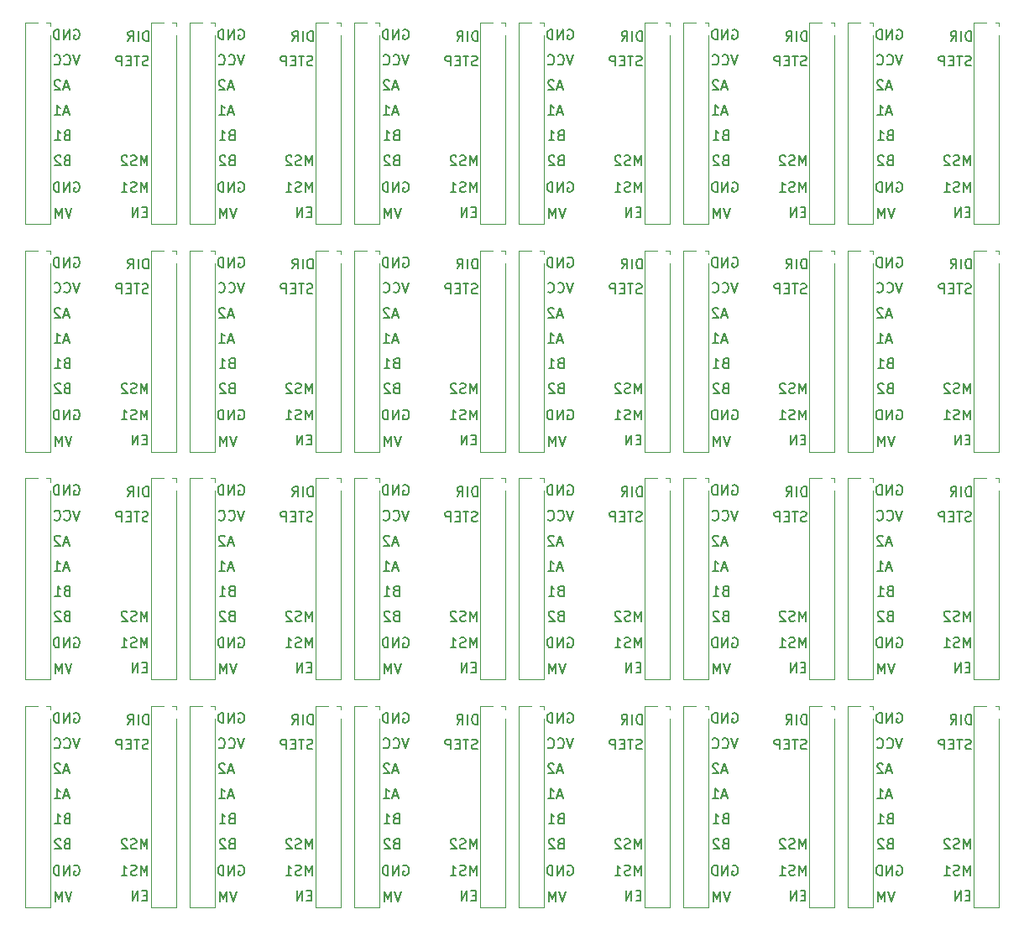
<source format=gbr>
%TF.GenerationSoftware,KiCad,Pcbnew,(6.0.5)*%
%TF.CreationDate,2022-06-29T09:08:07+08:00*%
%TF.ProjectId,TMC2209,544d4332-3230-4392-9e6b-696361645f70,rev?*%
%TF.SameCoordinates,Original*%
%TF.FileFunction,Legend,Bot*%
%TF.FilePolarity,Positive*%
%FSLAX46Y46*%
G04 Gerber Fmt 4.6, Leading zero omitted, Abs format (unit mm)*
G04 Created by KiCad (PCBNEW (6.0.5)) date 2022-06-29 09:08:07*
%MOMM*%
%LPD*%
G01*
G04 APERTURE LIST*
%ADD10C,0.150000*%
%ADD11C,0.120000*%
G04 APERTURE END LIST*
D10*
X179154714Y-134222380D02*
X179154714Y-133222380D01*
X178821380Y-133936666D01*
X178488047Y-133222380D01*
X178488047Y-134222380D01*
X178059476Y-134174761D02*
X177916619Y-134222380D01*
X177678523Y-134222380D01*
X177583285Y-134174761D01*
X177535666Y-134127142D01*
X177488047Y-134031904D01*
X177488047Y-133936666D01*
X177535666Y-133841428D01*
X177583285Y-133793809D01*
X177678523Y-133746190D01*
X177869000Y-133698571D01*
X177964238Y-133650952D01*
X178011857Y-133603333D01*
X178059476Y-133508095D01*
X178059476Y-133412857D01*
X178011857Y-133317619D01*
X177964238Y-133270000D01*
X177869000Y-133222380D01*
X177630904Y-133222380D01*
X177488047Y-133270000D01*
X177107095Y-133317619D02*
X177059476Y-133270000D01*
X176964238Y-133222380D01*
X176726142Y-133222380D01*
X176630904Y-133270000D01*
X176583285Y-133317619D01*
X176535666Y-133412857D01*
X176535666Y-133508095D01*
X176583285Y-133650952D01*
X177154714Y-134222380D01*
X176535666Y-134222380D01*
X179250000Y-121649380D02*
X179250000Y-120649380D01*
X179011904Y-120649380D01*
X178869047Y-120697000D01*
X178773809Y-120792238D01*
X178726190Y-120887476D01*
X178678571Y-121077952D01*
X178678571Y-121220809D01*
X178726190Y-121411285D01*
X178773809Y-121506523D01*
X178869047Y-121601761D01*
X179011904Y-121649380D01*
X179250000Y-121649380D01*
X178250000Y-121649380D02*
X178250000Y-120649380D01*
X177202380Y-121649380D02*
X177535714Y-121173190D01*
X177773809Y-121649380D02*
X177773809Y-120649380D01*
X177392857Y-120649380D01*
X177297619Y-120697000D01*
X177250000Y-120744619D01*
X177202380Y-120839857D01*
X177202380Y-120982714D01*
X177250000Y-121077952D01*
X177297619Y-121125571D01*
X177392857Y-121173190D01*
X177773809Y-121173190D01*
X179154714Y-136889380D02*
X179154714Y-135889380D01*
X178821380Y-136603666D01*
X178488047Y-135889380D01*
X178488047Y-136889380D01*
X178059476Y-136841761D02*
X177916619Y-136889380D01*
X177678523Y-136889380D01*
X177583285Y-136841761D01*
X177535666Y-136794142D01*
X177488047Y-136698904D01*
X177488047Y-136603666D01*
X177535666Y-136508428D01*
X177583285Y-136460809D01*
X177678523Y-136413190D01*
X177869000Y-136365571D01*
X177964238Y-136317952D01*
X178011857Y-136270333D01*
X178059476Y-136175095D01*
X178059476Y-136079857D01*
X178011857Y-135984619D01*
X177964238Y-135937000D01*
X177869000Y-135889380D01*
X177630904Y-135889380D01*
X177488047Y-135937000D01*
X176535666Y-136889380D02*
X177107095Y-136889380D01*
X176821380Y-136889380D02*
X176821380Y-135889380D01*
X176916619Y-136032238D01*
X177011857Y-136127476D01*
X177107095Y-136175095D01*
X171534761Y-138530980D02*
X171201428Y-139530980D01*
X170868095Y-138530980D01*
X170534761Y-139530980D02*
X170534761Y-138530980D01*
X170201428Y-139245266D01*
X169868095Y-138530980D01*
X169868095Y-139530980D01*
X171772904Y-135937000D02*
X171868142Y-135889380D01*
X172011000Y-135889380D01*
X172153857Y-135937000D01*
X172249095Y-136032238D01*
X172296714Y-136127476D01*
X172344333Y-136317952D01*
X172344333Y-136460809D01*
X172296714Y-136651285D01*
X172249095Y-136746523D01*
X172153857Y-136841761D01*
X172011000Y-136889380D01*
X171915761Y-136889380D01*
X171772904Y-136841761D01*
X171725285Y-136794142D01*
X171725285Y-136460809D01*
X171915761Y-136460809D01*
X171296714Y-136889380D02*
X171296714Y-135889380D01*
X170725285Y-136889380D01*
X170725285Y-135889380D01*
X170249095Y-136889380D02*
X170249095Y-135889380D01*
X170011000Y-135889380D01*
X169868142Y-135937000D01*
X169772904Y-136032238D01*
X169725285Y-136127476D01*
X169677666Y-136317952D01*
X169677666Y-136460809D01*
X169725285Y-136651285D01*
X169772904Y-136746523D01*
X169868142Y-136841761D01*
X170011000Y-136889380D01*
X170249095Y-136889380D01*
X171772904Y-120544600D02*
X171868142Y-120496980D01*
X172011000Y-120496980D01*
X172153857Y-120544600D01*
X172249095Y-120639838D01*
X172296714Y-120735076D01*
X172344333Y-120925552D01*
X172344333Y-121068409D01*
X172296714Y-121258885D01*
X172249095Y-121354123D01*
X172153857Y-121449361D01*
X172011000Y-121496980D01*
X171915761Y-121496980D01*
X171772904Y-121449361D01*
X171725285Y-121401742D01*
X171725285Y-121068409D01*
X171915761Y-121068409D01*
X171296714Y-121496980D02*
X171296714Y-120496980D01*
X170725285Y-121496980D01*
X170725285Y-120496980D01*
X170249095Y-121496980D02*
X170249095Y-120496980D01*
X170011000Y-120496980D01*
X169868142Y-120544600D01*
X169772904Y-120639838D01*
X169725285Y-120735076D01*
X169677666Y-120925552D01*
X169677666Y-121068409D01*
X169725285Y-121258885D01*
X169772904Y-121354123D01*
X169868142Y-121449361D01*
X170011000Y-121496980D01*
X170249095Y-121496980D01*
X171034761Y-131158571D02*
X170891904Y-131206190D01*
X170844285Y-131253809D01*
X170796666Y-131349047D01*
X170796666Y-131491904D01*
X170844285Y-131587142D01*
X170891904Y-131634761D01*
X170987142Y-131682380D01*
X171368095Y-131682380D01*
X171368095Y-130682380D01*
X171034761Y-130682380D01*
X170939523Y-130730000D01*
X170891904Y-130777619D01*
X170844285Y-130872857D01*
X170844285Y-130968095D01*
X170891904Y-131063333D01*
X170939523Y-131110952D01*
X171034761Y-131158571D01*
X171368095Y-131158571D01*
X169844285Y-131682380D02*
X170415714Y-131682380D01*
X170130000Y-131682380D02*
X170130000Y-130682380D01*
X170225238Y-130825238D01*
X170320476Y-130920476D01*
X170415714Y-130968095D01*
X171217285Y-126316666D02*
X170741095Y-126316666D01*
X171312523Y-126602380D02*
X170979190Y-125602380D01*
X170645857Y-126602380D01*
X170360142Y-125697619D02*
X170312523Y-125650000D01*
X170217285Y-125602380D01*
X169979190Y-125602380D01*
X169883952Y-125650000D01*
X169836333Y-125697619D01*
X169788714Y-125792857D01*
X169788714Y-125888095D01*
X169836333Y-126030952D01*
X170407761Y-126602380D01*
X169788714Y-126602380D01*
X171034761Y-133698571D02*
X170891904Y-133746190D01*
X170844285Y-133793809D01*
X170796666Y-133889047D01*
X170796666Y-134031904D01*
X170844285Y-134127142D01*
X170891904Y-134174761D01*
X170987142Y-134222380D01*
X171368095Y-134222380D01*
X171368095Y-133222380D01*
X171034761Y-133222380D01*
X170939523Y-133270000D01*
X170891904Y-133317619D01*
X170844285Y-133412857D01*
X170844285Y-133508095D01*
X170891904Y-133603333D01*
X170939523Y-133650952D01*
X171034761Y-133698571D01*
X171368095Y-133698571D01*
X170415714Y-133317619D02*
X170368095Y-133270000D01*
X170272857Y-133222380D01*
X170034761Y-133222380D01*
X169939523Y-133270000D01*
X169891904Y-133317619D01*
X169844285Y-133412857D01*
X169844285Y-133508095D01*
X169891904Y-133650952D01*
X170463333Y-134222380D01*
X169844285Y-134222380D01*
X172344333Y-123062380D02*
X172011000Y-124062380D01*
X171677666Y-123062380D01*
X170772904Y-123967142D02*
X170820523Y-124014761D01*
X170963380Y-124062380D01*
X171058619Y-124062380D01*
X171201476Y-124014761D01*
X171296714Y-123919523D01*
X171344333Y-123824285D01*
X171391952Y-123633809D01*
X171391952Y-123490952D01*
X171344333Y-123300476D01*
X171296714Y-123205238D01*
X171201476Y-123110000D01*
X171058619Y-123062380D01*
X170963380Y-123062380D01*
X170820523Y-123110000D01*
X170772904Y-123157619D01*
X169772904Y-123967142D02*
X169820523Y-124014761D01*
X169963380Y-124062380D01*
X170058619Y-124062380D01*
X170201476Y-124014761D01*
X170296714Y-123919523D01*
X170344333Y-123824285D01*
X170391952Y-123633809D01*
X170391952Y-123490952D01*
X170344333Y-123300476D01*
X170296714Y-123205238D01*
X170201476Y-123110000D01*
X170058619Y-123062380D01*
X169963380Y-123062380D01*
X169820523Y-123110000D01*
X169772904Y-123157619D01*
X179234047Y-124116361D02*
X179091190Y-124163980D01*
X178853095Y-124163980D01*
X178757857Y-124116361D01*
X178710238Y-124068742D01*
X178662619Y-123973504D01*
X178662619Y-123878266D01*
X178710238Y-123783028D01*
X178757857Y-123735409D01*
X178853095Y-123687790D01*
X179043571Y-123640171D01*
X179138809Y-123592552D01*
X179186428Y-123544933D01*
X179234047Y-123449695D01*
X179234047Y-123354457D01*
X179186428Y-123259219D01*
X179138809Y-123211600D01*
X179043571Y-123163980D01*
X178805476Y-123163980D01*
X178662619Y-123211600D01*
X178376904Y-123163980D02*
X177805476Y-123163980D01*
X178091190Y-124163980D02*
X178091190Y-123163980D01*
X177472142Y-123640171D02*
X177138809Y-123640171D01*
X176995952Y-124163980D02*
X177472142Y-124163980D01*
X177472142Y-123163980D01*
X176995952Y-123163980D01*
X176567380Y-124163980D02*
X176567380Y-123163980D01*
X176186428Y-123163980D01*
X176091190Y-123211600D01*
X176043571Y-123259219D01*
X175995952Y-123354457D01*
X175995952Y-123497314D01*
X176043571Y-123592552D01*
X176091190Y-123640171D01*
X176186428Y-123687790D01*
X176567380Y-123687790D01*
X179115095Y-138905571D02*
X178781761Y-138905571D01*
X178638904Y-139429380D02*
X179115095Y-139429380D01*
X179115095Y-138429380D01*
X178638904Y-138429380D01*
X178210333Y-139429380D02*
X178210333Y-138429380D01*
X177638904Y-139429380D01*
X177638904Y-138429380D01*
X171217285Y-128856666D02*
X170741095Y-128856666D01*
X171312523Y-129142380D02*
X170979190Y-128142380D01*
X170645857Y-129142380D01*
X169788714Y-129142380D02*
X170360142Y-129142380D01*
X170074428Y-129142380D02*
X170074428Y-128142380D01*
X170169666Y-128285238D01*
X170264904Y-128380476D01*
X170360142Y-128428095D01*
X162554714Y-134222380D02*
X162554714Y-133222380D01*
X162221380Y-133936666D01*
X161888047Y-133222380D01*
X161888047Y-134222380D01*
X161459476Y-134174761D02*
X161316619Y-134222380D01*
X161078523Y-134222380D01*
X160983285Y-134174761D01*
X160935666Y-134127142D01*
X160888047Y-134031904D01*
X160888047Y-133936666D01*
X160935666Y-133841428D01*
X160983285Y-133793809D01*
X161078523Y-133746190D01*
X161269000Y-133698571D01*
X161364238Y-133650952D01*
X161411857Y-133603333D01*
X161459476Y-133508095D01*
X161459476Y-133412857D01*
X161411857Y-133317619D01*
X161364238Y-133270000D01*
X161269000Y-133222380D01*
X161030904Y-133222380D01*
X160888047Y-133270000D01*
X160507095Y-133317619D02*
X160459476Y-133270000D01*
X160364238Y-133222380D01*
X160126142Y-133222380D01*
X160030904Y-133270000D01*
X159983285Y-133317619D01*
X159935666Y-133412857D01*
X159935666Y-133508095D01*
X159983285Y-133650952D01*
X160554714Y-134222380D01*
X159935666Y-134222380D01*
X162650000Y-121649380D02*
X162650000Y-120649380D01*
X162411904Y-120649380D01*
X162269047Y-120697000D01*
X162173809Y-120792238D01*
X162126190Y-120887476D01*
X162078571Y-121077952D01*
X162078571Y-121220809D01*
X162126190Y-121411285D01*
X162173809Y-121506523D01*
X162269047Y-121601761D01*
X162411904Y-121649380D01*
X162650000Y-121649380D01*
X161650000Y-121649380D02*
X161650000Y-120649380D01*
X160602380Y-121649380D02*
X160935714Y-121173190D01*
X161173809Y-121649380D02*
X161173809Y-120649380D01*
X160792857Y-120649380D01*
X160697619Y-120697000D01*
X160650000Y-120744619D01*
X160602380Y-120839857D01*
X160602380Y-120982714D01*
X160650000Y-121077952D01*
X160697619Y-121125571D01*
X160792857Y-121173190D01*
X161173809Y-121173190D01*
X162554714Y-136889380D02*
X162554714Y-135889380D01*
X162221380Y-136603666D01*
X161888047Y-135889380D01*
X161888047Y-136889380D01*
X161459476Y-136841761D02*
X161316619Y-136889380D01*
X161078523Y-136889380D01*
X160983285Y-136841761D01*
X160935666Y-136794142D01*
X160888047Y-136698904D01*
X160888047Y-136603666D01*
X160935666Y-136508428D01*
X160983285Y-136460809D01*
X161078523Y-136413190D01*
X161269000Y-136365571D01*
X161364238Y-136317952D01*
X161411857Y-136270333D01*
X161459476Y-136175095D01*
X161459476Y-136079857D01*
X161411857Y-135984619D01*
X161364238Y-135937000D01*
X161269000Y-135889380D01*
X161030904Y-135889380D01*
X160888047Y-135937000D01*
X159935666Y-136889380D02*
X160507095Y-136889380D01*
X160221380Y-136889380D02*
X160221380Y-135889380D01*
X160316619Y-136032238D01*
X160411857Y-136127476D01*
X160507095Y-136175095D01*
X154934761Y-138530980D02*
X154601428Y-139530980D01*
X154268095Y-138530980D01*
X153934761Y-139530980D02*
X153934761Y-138530980D01*
X153601428Y-139245266D01*
X153268095Y-138530980D01*
X153268095Y-139530980D01*
X155172904Y-135937000D02*
X155268142Y-135889380D01*
X155411000Y-135889380D01*
X155553857Y-135937000D01*
X155649095Y-136032238D01*
X155696714Y-136127476D01*
X155744333Y-136317952D01*
X155744333Y-136460809D01*
X155696714Y-136651285D01*
X155649095Y-136746523D01*
X155553857Y-136841761D01*
X155411000Y-136889380D01*
X155315761Y-136889380D01*
X155172904Y-136841761D01*
X155125285Y-136794142D01*
X155125285Y-136460809D01*
X155315761Y-136460809D01*
X154696714Y-136889380D02*
X154696714Y-135889380D01*
X154125285Y-136889380D01*
X154125285Y-135889380D01*
X153649095Y-136889380D02*
X153649095Y-135889380D01*
X153411000Y-135889380D01*
X153268142Y-135937000D01*
X153172904Y-136032238D01*
X153125285Y-136127476D01*
X153077666Y-136317952D01*
X153077666Y-136460809D01*
X153125285Y-136651285D01*
X153172904Y-136746523D01*
X153268142Y-136841761D01*
X153411000Y-136889380D01*
X153649095Y-136889380D01*
X155172904Y-120544600D02*
X155268142Y-120496980D01*
X155411000Y-120496980D01*
X155553857Y-120544600D01*
X155649095Y-120639838D01*
X155696714Y-120735076D01*
X155744333Y-120925552D01*
X155744333Y-121068409D01*
X155696714Y-121258885D01*
X155649095Y-121354123D01*
X155553857Y-121449361D01*
X155411000Y-121496980D01*
X155315761Y-121496980D01*
X155172904Y-121449361D01*
X155125285Y-121401742D01*
X155125285Y-121068409D01*
X155315761Y-121068409D01*
X154696714Y-121496980D02*
X154696714Y-120496980D01*
X154125285Y-121496980D01*
X154125285Y-120496980D01*
X153649095Y-121496980D02*
X153649095Y-120496980D01*
X153411000Y-120496980D01*
X153268142Y-120544600D01*
X153172904Y-120639838D01*
X153125285Y-120735076D01*
X153077666Y-120925552D01*
X153077666Y-121068409D01*
X153125285Y-121258885D01*
X153172904Y-121354123D01*
X153268142Y-121449361D01*
X153411000Y-121496980D01*
X153649095Y-121496980D01*
X154434761Y-131158571D02*
X154291904Y-131206190D01*
X154244285Y-131253809D01*
X154196666Y-131349047D01*
X154196666Y-131491904D01*
X154244285Y-131587142D01*
X154291904Y-131634761D01*
X154387142Y-131682380D01*
X154768095Y-131682380D01*
X154768095Y-130682380D01*
X154434761Y-130682380D01*
X154339523Y-130730000D01*
X154291904Y-130777619D01*
X154244285Y-130872857D01*
X154244285Y-130968095D01*
X154291904Y-131063333D01*
X154339523Y-131110952D01*
X154434761Y-131158571D01*
X154768095Y-131158571D01*
X153244285Y-131682380D02*
X153815714Y-131682380D01*
X153530000Y-131682380D02*
X153530000Y-130682380D01*
X153625238Y-130825238D01*
X153720476Y-130920476D01*
X153815714Y-130968095D01*
X154617285Y-126316666D02*
X154141095Y-126316666D01*
X154712523Y-126602380D02*
X154379190Y-125602380D01*
X154045857Y-126602380D01*
X153760142Y-125697619D02*
X153712523Y-125650000D01*
X153617285Y-125602380D01*
X153379190Y-125602380D01*
X153283952Y-125650000D01*
X153236333Y-125697619D01*
X153188714Y-125792857D01*
X153188714Y-125888095D01*
X153236333Y-126030952D01*
X153807761Y-126602380D01*
X153188714Y-126602380D01*
X154434761Y-133698571D02*
X154291904Y-133746190D01*
X154244285Y-133793809D01*
X154196666Y-133889047D01*
X154196666Y-134031904D01*
X154244285Y-134127142D01*
X154291904Y-134174761D01*
X154387142Y-134222380D01*
X154768095Y-134222380D01*
X154768095Y-133222380D01*
X154434761Y-133222380D01*
X154339523Y-133270000D01*
X154291904Y-133317619D01*
X154244285Y-133412857D01*
X154244285Y-133508095D01*
X154291904Y-133603333D01*
X154339523Y-133650952D01*
X154434761Y-133698571D01*
X154768095Y-133698571D01*
X153815714Y-133317619D02*
X153768095Y-133270000D01*
X153672857Y-133222380D01*
X153434761Y-133222380D01*
X153339523Y-133270000D01*
X153291904Y-133317619D01*
X153244285Y-133412857D01*
X153244285Y-133508095D01*
X153291904Y-133650952D01*
X153863333Y-134222380D01*
X153244285Y-134222380D01*
X155744333Y-123062380D02*
X155411000Y-124062380D01*
X155077666Y-123062380D01*
X154172904Y-123967142D02*
X154220523Y-124014761D01*
X154363380Y-124062380D01*
X154458619Y-124062380D01*
X154601476Y-124014761D01*
X154696714Y-123919523D01*
X154744333Y-123824285D01*
X154791952Y-123633809D01*
X154791952Y-123490952D01*
X154744333Y-123300476D01*
X154696714Y-123205238D01*
X154601476Y-123110000D01*
X154458619Y-123062380D01*
X154363380Y-123062380D01*
X154220523Y-123110000D01*
X154172904Y-123157619D01*
X153172904Y-123967142D02*
X153220523Y-124014761D01*
X153363380Y-124062380D01*
X153458619Y-124062380D01*
X153601476Y-124014761D01*
X153696714Y-123919523D01*
X153744333Y-123824285D01*
X153791952Y-123633809D01*
X153791952Y-123490952D01*
X153744333Y-123300476D01*
X153696714Y-123205238D01*
X153601476Y-123110000D01*
X153458619Y-123062380D01*
X153363380Y-123062380D01*
X153220523Y-123110000D01*
X153172904Y-123157619D01*
X162634047Y-124116361D02*
X162491190Y-124163980D01*
X162253095Y-124163980D01*
X162157857Y-124116361D01*
X162110238Y-124068742D01*
X162062619Y-123973504D01*
X162062619Y-123878266D01*
X162110238Y-123783028D01*
X162157857Y-123735409D01*
X162253095Y-123687790D01*
X162443571Y-123640171D01*
X162538809Y-123592552D01*
X162586428Y-123544933D01*
X162634047Y-123449695D01*
X162634047Y-123354457D01*
X162586428Y-123259219D01*
X162538809Y-123211600D01*
X162443571Y-123163980D01*
X162205476Y-123163980D01*
X162062619Y-123211600D01*
X161776904Y-123163980D02*
X161205476Y-123163980D01*
X161491190Y-124163980D02*
X161491190Y-123163980D01*
X160872142Y-123640171D02*
X160538809Y-123640171D01*
X160395952Y-124163980D02*
X160872142Y-124163980D01*
X160872142Y-123163980D01*
X160395952Y-123163980D01*
X159967380Y-124163980D02*
X159967380Y-123163980D01*
X159586428Y-123163980D01*
X159491190Y-123211600D01*
X159443571Y-123259219D01*
X159395952Y-123354457D01*
X159395952Y-123497314D01*
X159443571Y-123592552D01*
X159491190Y-123640171D01*
X159586428Y-123687790D01*
X159967380Y-123687790D01*
X162515095Y-138905571D02*
X162181761Y-138905571D01*
X162038904Y-139429380D02*
X162515095Y-139429380D01*
X162515095Y-138429380D01*
X162038904Y-138429380D01*
X161610333Y-139429380D02*
X161610333Y-138429380D01*
X161038904Y-139429380D01*
X161038904Y-138429380D01*
X154617285Y-128856666D02*
X154141095Y-128856666D01*
X154712523Y-129142380D02*
X154379190Y-128142380D01*
X154045857Y-129142380D01*
X153188714Y-129142380D02*
X153760142Y-129142380D01*
X153474428Y-129142380D02*
X153474428Y-128142380D01*
X153569666Y-128285238D01*
X153664904Y-128380476D01*
X153760142Y-128428095D01*
X145954714Y-134222380D02*
X145954714Y-133222380D01*
X145621380Y-133936666D01*
X145288047Y-133222380D01*
X145288047Y-134222380D01*
X144859476Y-134174761D02*
X144716619Y-134222380D01*
X144478523Y-134222380D01*
X144383285Y-134174761D01*
X144335666Y-134127142D01*
X144288047Y-134031904D01*
X144288047Y-133936666D01*
X144335666Y-133841428D01*
X144383285Y-133793809D01*
X144478523Y-133746190D01*
X144669000Y-133698571D01*
X144764238Y-133650952D01*
X144811857Y-133603333D01*
X144859476Y-133508095D01*
X144859476Y-133412857D01*
X144811857Y-133317619D01*
X144764238Y-133270000D01*
X144669000Y-133222380D01*
X144430904Y-133222380D01*
X144288047Y-133270000D01*
X143907095Y-133317619D02*
X143859476Y-133270000D01*
X143764238Y-133222380D01*
X143526142Y-133222380D01*
X143430904Y-133270000D01*
X143383285Y-133317619D01*
X143335666Y-133412857D01*
X143335666Y-133508095D01*
X143383285Y-133650952D01*
X143954714Y-134222380D01*
X143335666Y-134222380D01*
X146050000Y-121649380D02*
X146050000Y-120649380D01*
X145811904Y-120649380D01*
X145669047Y-120697000D01*
X145573809Y-120792238D01*
X145526190Y-120887476D01*
X145478571Y-121077952D01*
X145478571Y-121220809D01*
X145526190Y-121411285D01*
X145573809Y-121506523D01*
X145669047Y-121601761D01*
X145811904Y-121649380D01*
X146050000Y-121649380D01*
X145050000Y-121649380D02*
X145050000Y-120649380D01*
X144002380Y-121649380D02*
X144335714Y-121173190D01*
X144573809Y-121649380D02*
X144573809Y-120649380D01*
X144192857Y-120649380D01*
X144097619Y-120697000D01*
X144050000Y-120744619D01*
X144002380Y-120839857D01*
X144002380Y-120982714D01*
X144050000Y-121077952D01*
X144097619Y-121125571D01*
X144192857Y-121173190D01*
X144573809Y-121173190D01*
X145954714Y-136889380D02*
X145954714Y-135889380D01*
X145621380Y-136603666D01*
X145288047Y-135889380D01*
X145288047Y-136889380D01*
X144859476Y-136841761D02*
X144716619Y-136889380D01*
X144478523Y-136889380D01*
X144383285Y-136841761D01*
X144335666Y-136794142D01*
X144288047Y-136698904D01*
X144288047Y-136603666D01*
X144335666Y-136508428D01*
X144383285Y-136460809D01*
X144478523Y-136413190D01*
X144669000Y-136365571D01*
X144764238Y-136317952D01*
X144811857Y-136270333D01*
X144859476Y-136175095D01*
X144859476Y-136079857D01*
X144811857Y-135984619D01*
X144764238Y-135937000D01*
X144669000Y-135889380D01*
X144430904Y-135889380D01*
X144288047Y-135937000D01*
X143335666Y-136889380D02*
X143907095Y-136889380D01*
X143621380Y-136889380D02*
X143621380Y-135889380D01*
X143716619Y-136032238D01*
X143811857Y-136127476D01*
X143907095Y-136175095D01*
X138334761Y-138530980D02*
X138001428Y-139530980D01*
X137668095Y-138530980D01*
X137334761Y-139530980D02*
X137334761Y-138530980D01*
X137001428Y-139245266D01*
X136668095Y-138530980D01*
X136668095Y-139530980D01*
X138572904Y-135937000D02*
X138668142Y-135889380D01*
X138811000Y-135889380D01*
X138953857Y-135937000D01*
X139049095Y-136032238D01*
X139096714Y-136127476D01*
X139144333Y-136317952D01*
X139144333Y-136460809D01*
X139096714Y-136651285D01*
X139049095Y-136746523D01*
X138953857Y-136841761D01*
X138811000Y-136889380D01*
X138715761Y-136889380D01*
X138572904Y-136841761D01*
X138525285Y-136794142D01*
X138525285Y-136460809D01*
X138715761Y-136460809D01*
X138096714Y-136889380D02*
X138096714Y-135889380D01*
X137525285Y-136889380D01*
X137525285Y-135889380D01*
X137049095Y-136889380D02*
X137049095Y-135889380D01*
X136811000Y-135889380D01*
X136668142Y-135937000D01*
X136572904Y-136032238D01*
X136525285Y-136127476D01*
X136477666Y-136317952D01*
X136477666Y-136460809D01*
X136525285Y-136651285D01*
X136572904Y-136746523D01*
X136668142Y-136841761D01*
X136811000Y-136889380D01*
X137049095Y-136889380D01*
X138572904Y-120544600D02*
X138668142Y-120496980D01*
X138811000Y-120496980D01*
X138953857Y-120544600D01*
X139049095Y-120639838D01*
X139096714Y-120735076D01*
X139144333Y-120925552D01*
X139144333Y-121068409D01*
X139096714Y-121258885D01*
X139049095Y-121354123D01*
X138953857Y-121449361D01*
X138811000Y-121496980D01*
X138715761Y-121496980D01*
X138572904Y-121449361D01*
X138525285Y-121401742D01*
X138525285Y-121068409D01*
X138715761Y-121068409D01*
X138096714Y-121496980D02*
X138096714Y-120496980D01*
X137525285Y-121496980D01*
X137525285Y-120496980D01*
X137049095Y-121496980D02*
X137049095Y-120496980D01*
X136811000Y-120496980D01*
X136668142Y-120544600D01*
X136572904Y-120639838D01*
X136525285Y-120735076D01*
X136477666Y-120925552D01*
X136477666Y-121068409D01*
X136525285Y-121258885D01*
X136572904Y-121354123D01*
X136668142Y-121449361D01*
X136811000Y-121496980D01*
X137049095Y-121496980D01*
X137834761Y-131158571D02*
X137691904Y-131206190D01*
X137644285Y-131253809D01*
X137596666Y-131349047D01*
X137596666Y-131491904D01*
X137644285Y-131587142D01*
X137691904Y-131634761D01*
X137787142Y-131682380D01*
X138168095Y-131682380D01*
X138168095Y-130682380D01*
X137834761Y-130682380D01*
X137739523Y-130730000D01*
X137691904Y-130777619D01*
X137644285Y-130872857D01*
X137644285Y-130968095D01*
X137691904Y-131063333D01*
X137739523Y-131110952D01*
X137834761Y-131158571D01*
X138168095Y-131158571D01*
X136644285Y-131682380D02*
X137215714Y-131682380D01*
X136930000Y-131682380D02*
X136930000Y-130682380D01*
X137025238Y-130825238D01*
X137120476Y-130920476D01*
X137215714Y-130968095D01*
X138017285Y-126316666D02*
X137541095Y-126316666D01*
X138112523Y-126602380D02*
X137779190Y-125602380D01*
X137445857Y-126602380D01*
X137160142Y-125697619D02*
X137112523Y-125650000D01*
X137017285Y-125602380D01*
X136779190Y-125602380D01*
X136683952Y-125650000D01*
X136636333Y-125697619D01*
X136588714Y-125792857D01*
X136588714Y-125888095D01*
X136636333Y-126030952D01*
X137207761Y-126602380D01*
X136588714Y-126602380D01*
X137834761Y-133698571D02*
X137691904Y-133746190D01*
X137644285Y-133793809D01*
X137596666Y-133889047D01*
X137596666Y-134031904D01*
X137644285Y-134127142D01*
X137691904Y-134174761D01*
X137787142Y-134222380D01*
X138168095Y-134222380D01*
X138168095Y-133222380D01*
X137834761Y-133222380D01*
X137739523Y-133270000D01*
X137691904Y-133317619D01*
X137644285Y-133412857D01*
X137644285Y-133508095D01*
X137691904Y-133603333D01*
X137739523Y-133650952D01*
X137834761Y-133698571D01*
X138168095Y-133698571D01*
X137215714Y-133317619D02*
X137168095Y-133270000D01*
X137072857Y-133222380D01*
X136834761Y-133222380D01*
X136739523Y-133270000D01*
X136691904Y-133317619D01*
X136644285Y-133412857D01*
X136644285Y-133508095D01*
X136691904Y-133650952D01*
X137263333Y-134222380D01*
X136644285Y-134222380D01*
X139144333Y-123062380D02*
X138811000Y-124062380D01*
X138477666Y-123062380D01*
X137572904Y-123967142D02*
X137620523Y-124014761D01*
X137763380Y-124062380D01*
X137858619Y-124062380D01*
X138001476Y-124014761D01*
X138096714Y-123919523D01*
X138144333Y-123824285D01*
X138191952Y-123633809D01*
X138191952Y-123490952D01*
X138144333Y-123300476D01*
X138096714Y-123205238D01*
X138001476Y-123110000D01*
X137858619Y-123062380D01*
X137763380Y-123062380D01*
X137620523Y-123110000D01*
X137572904Y-123157619D01*
X136572904Y-123967142D02*
X136620523Y-124014761D01*
X136763380Y-124062380D01*
X136858619Y-124062380D01*
X137001476Y-124014761D01*
X137096714Y-123919523D01*
X137144333Y-123824285D01*
X137191952Y-123633809D01*
X137191952Y-123490952D01*
X137144333Y-123300476D01*
X137096714Y-123205238D01*
X137001476Y-123110000D01*
X136858619Y-123062380D01*
X136763380Y-123062380D01*
X136620523Y-123110000D01*
X136572904Y-123157619D01*
X146034047Y-124116361D02*
X145891190Y-124163980D01*
X145653095Y-124163980D01*
X145557857Y-124116361D01*
X145510238Y-124068742D01*
X145462619Y-123973504D01*
X145462619Y-123878266D01*
X145510238Y-123783028D01*
X145557857Y-123735409D01*
X145653095Y-123687790D01*
X145843571Y-123640171D01*
X145938809Y-123592552D01*
X145986428Y-123544933D01*
X146034047Y-123449695D01*
X146034047Y-123354457D01*
X145986428Y-123259219D01*
X145938809Y-123211600D01*
X145843571Y-123163980D01*
X145605476Y-123163980D01*
X145462619Y-123211600D01*
X145176904Y-123163980D02*
X144605476Y-123163980D01*
X144891190Y-124163980D02*
X144891190Y-123163980D01*
X144272142Y-123640171D02*
X143938809Y-123640171D01*
X143795952Y-124163980D02*
X144272142Y-124163980D01*
X144272142Y-123163980D01*
X143795952Y-123163980D01*
X143367380Y-124163980D02*
X143367380Y-123163980D01*
X142986428Y-123163980D01*
X142891190Y-123211600D01*
X142843571Y-123259219D01*
X142795952Y-123354457D01*
X142795952Y-123497314D01*
X142843571Y-123592552D01*
X142891190Y-123640171D01*
X142986428Y-123687790D01*
X143367380Y-123687790D01*
X145915095Y-138905571D02*
X145581761Y-138905571D01*
X145438904Y-139429380D02*
X145915095Y-139429380D01*
X145915095Y-138429380D01*
X145438904Y-138429380D01*
X145010333Y-139429380D02*
X145010333Y-138429380D01*
X144438904Y-139429380D01*
X144438904Y-138429380D01*
X138017285Y-128856666D02*
X137541095Y-128856666D01*
X138112523Y-129142380D02*
X137779190Y-128142380D01*
X137445857Y-129142380D01*
X136588714Y-129142380D02*
X137160142Y-129142380D01*
X136874428Y-129142380D02*
X136874428Y-128142380D01*
X136969666Y-128285238D01*
X137064904Y-128380476D01*
X137160142Y-128428095D01*
X129354714Y-134222380D02*
X129354714Y-133222380D01*
X129021380Y-133936666D01*
X128688047Y-133222380D01*
X128688047Y-134222380D01*
X128259476Y-134174761D02*
X128116619Y-134222380D01*
X127878523Y-134222380D01*
X127783285Y-134174761D01*
X127735666Y-134127142D01*
X127688047Y-134031904D01*
X127688047Y-133936666D01*
X127735666Y-133841428D01*
X127783285Y-133793809D01*
X127878523Y-133746190D01*
X128069000Y-133698571D01*
X128164238Y-133650952D01*
X128211857Y-133603333D01*
X128259476Y-133508095D01*
X128259476Y-133412857D01*
X128211857Y-133317619D01*
X128164238Y-133270000D01*
X128069000Y-133222380D01*
X127830904Y-133222380D01*
X127688047Y-133270000D01*
X127307095Y-133317619D02*
X127259476Y-133270000D01*
X127164238Y-133222380D01*
X126926142Y-133222380D01*
X126830904Y-133270000D01*
X126783285Y-133317619D01*
X126735666Y-133412857D01*
X126735666Y-133508095D01*
X126783285Y-133650952D01*
X127354714Y-134222380D01*
X126735666Y-134222380D01*
X129450000Y-121649380D02*
X129450000Y-120649380D01*
X129211904Y-120649380D01*
X129069047Y-120697000D01*
X128973809Y-120792238D01*
X128926190Y-120887476D01*
X128878571Y-121077952D01*
X128878571Y-121220809D01*
X128926190Y-121411285D01*
X128973809Y-121506523D01*
X129069047Y-121601761D01*
X129211904Y-121649380D01*
X129450000Y-121649380D01*
X128450000Y-121649380D02*
X128450000Y-120649380D01*
X127402380Y-121649380D02*
X127735714Y-121173190D01*
X127973809Y-121649380D02*
X127973809Y-120649380D01*
X127592857Y-120649380D01*
X127497619Y-120697000D01*
X127450000Y-120744619D01*
X127402380Y-120839857D01*
X127402380Y-120982714D01*
X127450000Y-121077952D01*
X127497619Y-121125571D01*
X127592857Y-121173190D01*
X127973809Y-121173190D01*
X129354714Y-136889380D02*
X129354714Y-135889380D01*
X129021380Y-136603666D01*
X128688047Y-135889380D01*
X128688047Y-136889380D01*
X128259476Y-136841761D02*
X128116619Y-136889380D01*
X127878523Y-136889380D01*
X127783285Y-136841761D01*
X127735666Y-136794142D01*
X127688047Y-136698904D01*
X127688047Y-136603666D01*
X127735666Y-136508428D01*
X127783285Y-136460809D01*
X127878523Y-136413190D01*
X128069000Y-136365571D01*
X128164238Y-136317952D01*
X128211857Y-136270333D01*
X128259476Y-136175095D01*
X128259476Y-136079857D01*
X128211857Y-135984619D01*
X128164238Y-135937000D01*
X128069000Y-135889380D01*
X127830904Y-135889380D01*
X127688047Y-135937000D01*
X126735666Y-136889380D02*
X127307095Y-136889380D01*
X127021380Y-136889380D02*
X127021380Y-135889380D01*
X127116619Y-136032238D01*
X127211857Y-136127476D01*
X127307095Y-136175095D01*
X121734761Y-138530980D02*
X121401428Y-139530980D01*
X121068095Y-138530980D01*
X120734761Y-139530980D02*
X120734761Y-138530980D01*
X120401428Y-139245266D01*
X120068095Y-138530980D01*
X120068095Y-139530980D01*
X121972904Y-135937000D02*
X122068142Y-135889380D01*
X122211000Y-135889380D01*
X122353857Y-135937000D01*
X122449095Y-136032238D01*
X122496714Y-136127476D01*
X122544333Y-136317952D01*
X122544333Y-136460809D01*
X122496714Y-136651285D01*
X122449095Y-136746523D01*
X122353857Y-136841761D01*
X122211000Y-136889380D01*
X122115761Y-136889380D01*
X121972904Y-136841761D01*
X121925285Y-136794142D01*
X121925285Y-136460809D01*
X122115761Y-136460809D01*
X121496714Y-136889380D02*
X121496714Y-135889380D01*
X120925285Y-136889380D01*
X120925285Y-135889380D01*
X120449095Y-136889380D02*
X120449095Y-135889380D01*
X120211000Y-135889380D01*
X120068142Y-135937000D01*
X119972904Y-136032238D01*
X119925285Y-136127476D01*
X119877666Y-136317952D01*
X119877666Y-136460809D01*
X119925285Y-136651285D01*
X119972904Y-136746523D01*
X120068142Y-136841761D01*
X120211000Y-136889380D01*
X120449095Y-136889380D01*
X121972904Y-120544600D02*
X122068142Y-120496980D01*
X122211000Y-120496980D01*
X122353857Y-120544600D01*
X122449095Y-120639838D01*
X122496714Y-120735076D01*
X122544333Y-120925552D01*
X122544333Y-121068409D01*
X122496714Y-121258885D01*
X122449095Y-121354123D01*
X122353857Y-121449361D01*
X122211000Y-121496980D01*
X122115761Y-121496980D01*
X121972904Y-121449361D01*
X121925285Y-121401742D01*
X121925285Y-121068409D01*
X122115761Y-121068409D01*
X121496714Y-121496980D02*
X121496714Y-120496980D01*
X120925285Y-121496980D01*
X120925285Y-120496980D01*
X120449095Y-121496980D02*
X120449095Y-120496980D01*
X120211000Y-120496980D01*
X120068142Y-120544600D01*
X119972904Y-120639838D01*
X119925285Y-120735076D01*
X119877666Y-120925552D01*
X119877666Y-121068409D01*
X119925285Y-121258885D01*
X119972904Y-121354123D01*
X120068142Y-121449361D01*
X120211000Y-121496980D01*
X120449095Y-121496980D01*
X121234761Y-131158571D02*
X121091904Y-131206190D01*
X121044285Y-131253809D01*
X120996666Y-131349047D01*
X120996666Y-131491904D01*
X121044285Y-131587142D01*
X121091904Y-131634761D01*
X121187142Y-131682380D01*
X121568095Y-131682380D01*
X121568095Y-130682380D01*
X121234761Y-130682380D01*
X121139523Y-130730000D01*
X121091904Y-130777619D01*
X121044285Y-130872857D01*
X121044285Y-130968095D01*
X121091904Y-131063333D01*
X121139523Y-131110952D01*
X121234761Y-131158571D01*
X121568095Y-131158571D01*
X120044285Y-131682380D02*
X120615714Y-131682380D01*
X120330000Y-131682380D02*
X120330000Y-130682380D01*
X120425238Y-130825238D01*
X120520476Y-130920476D01*
X120615714Y-130968095D01*
X121417285Y-126316666D02*
X120941095Y-126316666D01*
X121512523Y-126602380D02*
X121179190Y-125602380D01*
X120845857Y-126602380D01*
X120560142Y-125697619D02*
X120512523Y-125650000D01*
X120417285Y-125602380D01*
X120179190Y-125602380D01*
X120083952Y-125650000D01*
X120036333Y-125697619D01*
X119988714Y-125792857D01*
X119988714Y-125888095D01*
X120036333Y-126030952D01*
X120607761Y-126602380D01*
X119988714Y-126602380D01*
X121234761Y-133698571D02*
X121091904Y-133746190D01*
X121044285Y-133793809D01*
X120996666Y-133889047D01*
X120996666Y-134031904D01*
X121044285Y-134127142D01*
X121091904Y-134174761D01*
X121187142Y-134222380D01*
X121568095Y-134222380D01*
X121568095Y-133222380D01*
X121234761Y-133222380D01*
X121139523Y-133270000D01*
X121091904Y-133317619D01*
X121044285Y-133412857D01*
X121044285Y-133508095D01*
X121091904Y-133603333D01*
X121139523Y-133650952D01*
X121234761Y-133698571D01*
X121568095Y-133698571D01*
X120615714Y-133317619D02*
X120568095Y-133270000D01*
X120472857Y-133222380D01*
X120234761Y-133222380D01*
X120139523Y-133270000D01*
X120091904Y-133317619D01*
X120044285Y-133412857D01*
X120044285Y-133508095D01*
X120091904Y-133650952D01*
X120663333Y-134222380D01*
X120044285Y-134222380D01*
X122544333Y-123062380D02*
X122211000Y-124062380D01*
X121877666Y-123062380D01*
X120972904Y-123967142D02*
X121020523Y-124014761D01*
X121163380Y-124062380D01*
X121258619Y-124062380D01*
X121401476Y-124014761D01*
X121496714Y-123919523D01*
X121544333Y-123824285D01*
X121591952Y-123633809D01*
X121591952Y-123490952D01*
X121544333Y-123300476D01*
X121496714Y-123205238D01*
X121401476Y-123110000D01*
X121258619Y-123062380D01*
X121163380Y-123062380D01*
X121020523Y-123110000D01*
X120972904Y-123157619D01*
X119972904Y-123967142D02*
X120020523Y-124014761D01*
X120163380Y-124062380D01*
X120258619Y-124062380D01*
X120401476Y-124014761D01*
X120496714Y-123919523D01*
X120544333Y-123824285D01*
X120591952Y-123633809D01*
X120591952Y-123490952D01*
X120544333Y-123300476D01*
X120496714Y-123205238D01*
X120401476Y-123110000D01*
X120258619Y-123062380D01*
X120163380Y-123062380D01*
X120020523Y-123110000D01*
X119972904Y-123157619D01*
X129434047Y-124116361D02*
X129291190Y-124163980D01*
X129053095Y-124163980D01*
X128957857Y-124116361D01*
X128910238Y-124068742D01*
X128862619Y-123973504D01*
X128862619Y-123878266D01*
X128910238Y-123783028D01*
X128957857Y-123735409D01*
X129053095Y-123687790D01*
X129243571Y-123640171D01*
X129338809Y-123592552D01*
X129386428Y-123544933D01*
X129434047Y-123449695D01*
X129434047Y-123354457D01*
X129386428Y-123259219D01*
X129338809Y-123211600D01*
X129243571Y-123163980D01*
X129005476Y-123163980D01*
X128862619Y-123211600D01*
X128576904Y-123163980D02*
X128005476Y-123163980D01*
X128291190Y-124163980D02*
X128291190Y-123163980D01*
X127672142Y-123640171D02*
X127338809Y-123640171D01*
X127195952Y-124163980D02*
X127672142Y-124163980D01*
X127672142Y-123163980D01*
X127195952Y-123163980D01*
X126767380Y-124163980D02*
X126767380Y-123163980D01*
X126386428Y-123163980D01*
X126291190Y-123211600D01*
X126243571Y-123259219D01*
X126195952Y-123354457D01*
X126195952Y-123497314D01*
X126243571Y-123592552D01*
X126291190Y-123640171D01*
X126386428Y-123687790D01*
X126767380Y-123687790D01*
X129315095Y-138905571D02*
X128981761Y-138905571D01*
X128838904Y-139429380D02*
X129315095Y-139429380D01*
X129315095Y-138429380D01*
X128838904Y-138429380D01*
X128410333Y-139429380D02*
X128410333Y-138429380D01*
X127838904Y-139429380D01*
X127838904Y-138429380D01*
X121417285Y-128856666D02*
X120941095Y-128856666D01*
X121512523Y-129142380D02*
X121179190Y-128142380D01*
X120845857Y-129142380D01*
X119988714Y-129142380D02*
X120560142Y-129142380D01*
X120274428Y-129142380D02*
X120274428Y-128142380D01*
X120369666Y-128285238D01*
X120464904Y-128380476D01*
X120560142Y-128428095D01*
X112754714Y-134222380D02*
X112754714Y-133222380D01*
X112421380Y-133936666D01*
X112088047Y-133222380D01*
X112088047Y-134222380D01*
X111659476Y-134174761D02*
X111516619Y-134222380D01*
X111278523Y-134222380D01*
X111183285Y-134174761D01*
X111135666Y-134127142D01*
X111088047Y-134031904D01*
X111088047Y-133936666D01*
X111135666Y-133841428D01*
X111183285Y-133793809D01*
X111278523Y-133746190D01*
X111469000Y-133698571D01*
X111564238Y-133650952D01*
X111611857Y-133603333D01*
X111659476Y-133508095D01*
X111659476Y-133412857D01*
X111611857Y-133317619D01*
X111564238Y-133270000D01*
X111469000Y-133222380D01*
X111230904Y-133222380D01*
X111088047Y-133270000D01*
X110707095Y-133317619D02*
X110659476Y-133270000D01*
X110564238Y-133222380D01*
X110326142Y-133222380D01*
X110230904Y-133270000D01*
X110183285Y-133317619D01*
X110135666Y-133412857D01*
X110135666Y-133508095D01*
X110183285Y-133650952D01*
X110754714Y-134222380D01*
X110135666Y-134222380D01*
X112850000Y-121649380D02*
X112850000Y-120649380D01*
X112611904Y-120649380D01*
X112469047Y-120697000D01*
X112373809Y-120792238D01*
X112326190Y-120887476D01*
X112278571Y-121077952D01*
X112278571Y-121220809D01*
X112326190Y-121411285D01*
X112373809Y-121506523D01*
X112469047Y-121601761D01*
X112611904Y-121649380D01*
X112850000Y-121649380D01*
X111850000Y-121649380D02*
X111850000Y-120649380D01*
X110802380Y-121649380D02*
X111135714Y-121173190D01*
X111373809Y-121649380D02*
X111373809Y-120649380D01*
X110992857Y-120649380D01*
X110897619Y-120697000D01*
X110850000Y-120744619D01*
X110802380Y-120839857D01*
X110802380Y-120982714D01*
X110850000Y-121077952D01*
X110897619Y-121125571D01*
X110992857Y-121173190D01*
X111373809Y-121173190D01*
X112754714Y-136889380D02*
X112754714Y-135889380D01*
X112421380Y-136603666D01*
X112088047Y-135889380D01*
X112088047Y-136889380D01*
X111659476Y-136841761D02*
X111516619Y-136889380D01*
X111278523Y-136889380D01*
X111183285Y-136841761D01*
X111135666Y-136794142D01*
X111088047Y-136698904D01*
X111088047Y-136603666D01*
X111135666Y-136508428D01*
X111183285Y-136460809D01*
X111278523Y-136413190D01*
X111469000Y-136365571D01*
X111564238Y-136317952D01*
X111611857Y-136270333D01*
X111659476Y-136175095D01*
X111659476Y-136079857D01*
X111611857Y-135984619D01*
X111564238Y-135937000D01*
X111469000Y-135889380D01*
X111230904Y-135889380D01*
X111088047Y-135937000D01*
X110135666Y-136889380D02*
X110707095Y-136889380D01*
X110421380Y-136889380D02*
X110421380Y-135889380D01*
X110516619Y-136032238D01*
X110611857Y-136127476D01*
X110707095Y-136175095D01*
X105134761Y-138530980D02*
X104801428Y-139530980D01*
X104468095Y-138530980D01*
X104134761Y-139530980D02*
X104134761Y-138530980D01*
X103801428Y-139245266D01*
X103468095Y-138530980D01*
X103468095Y-139530980D01*
X105372904Y-135937000D02*
X105468142Y-135889380D01*
X105611000Y-135889380D01*
X105753857Y-135937000D01*
X105849095Y-136032238D01*
X105896714Y-136127476D01*
X105944333Y-136317952D01*
X105944333Y-136460809D01*
X105896714Y-136651285D01*
X105849095Y-136746523D01*
X105753857Y-136841761D01*
X105611000Y-136889380D01*
X105515761Y-136889380D01*
X105372904Y-136841761D01*
X105325285Y-136794142D01*
X105325285Y-136460809D01*
X105515761Y-136460809D01*
X104896714Y-136889380D02*
X104896714Y-135889380D01*
X104325285Y-136889380D01*
X104325285Y-135889380D01*
X103849095Y-136889380D02*
X103849095Y-135889380D01*
X103611000Y-135889380D01*
X103468142Y-135937000D01*
X103372904Y-136032238D01*
X103325285Y-136127476D01*
X103277666Y-136317952D01*
X103277666Y-136460809D01*
X103325285Y-136651285D01*
X103372904Y-136746523D01*
X103468142Y-136841761D01*
X103611000Y-136889380D01*
X103849095Y-136889380D01*
X105372904Y-120544600D02*
X105468142Y-120496980D01*
X105611000Y-120496980D01*
X105753857Y-120544600D01*
X105849095Y-120639838D01*
X105896714Y-120735076D01*
X105944333Y-120925552D01*
X105944333Y-121068409D01*
X105896714Y-121258885D01*
X105849095Y-121354123D01*
X105753857Y-121449361D01*
X105611000Y-121496980D01*
X105515761Y-121496980D01*
X105372904Y-121449361D01*
X105325285Y-121401742D01*
X105325285Y-121068409D01*
X105515761Y-121068409D01*
X104896714Y-121496980D02*
X104896714Y-120496980D01*
X104325285Y-121496980D01*
X104325285Y-120496980D01*
X103849095Y-121496980D02*
X103849095Y-120496980D01*
X103611000Y-120496980D01*
X103468142Y-120544600D01*
X103372904Y-120639838D01*
X103325285Y-120735076D01*
X103277666Y-120925552D01*
X103277666Y-121068409D01*
X103325285Y-121258885D01*
X103372904Y-121354123D01*
X103468142Y-121449361D01*
X103611000Y-121496980D01*
X103849095Y-121496980D01*
X104634761Y-131158571D02*
X104491904Y-131206190D01*
X104444285Y-131253809D01*
X104396666Y-131349047D01*
X104396666Y-131491904D01*
X104444285Y-131587142D01*
X104491904Y-131634761D01*
X104587142Y-131682380D01*
X104968095Y-131682380D01*
X104968095Y-130682380D01*
X104634761Y-130682380D01*
X104539523Y-130730000D01*
X104491904Y-130777619D01*
X104444285Y-130872857D01*
X104444285Y-130968095D01*
X104491904Y-131063333D01*
X104539523Y-131110952D01*
X104634761Y-131158571D01*
X104968095Y-131158571D01*
X103444285Y-131682380D02*
X104015714Y-131682380D01*
X103730000Y-131682380D02*
X103730000Y-130682380D01*
X103825238Y-130825238D01*
X103920476Y-130920476D01*
X104015714Y-130968095D01*
X104817285Y-126316666D02*
X104341095Y-126316666D01*
X104912523Y-126602380D02*
X104579190Y-125602380D01*
X104245857Y-126602380D01*
X103960142Y-125697619D02*
X103912523Y-125650000D01*
X103817285Y-125602380D01*
X103579190Y-125602380D01*
X103483952Y-125650000D01*
X103436333Y-125697619D01*
X103388714Y-125792857D01*
X103388714Y-125888095D01*
X103436333Y-126030952D01*
X104007761Y-126602380D01*
X103388714Y-126602380D01*
X104634761Y-133698571D02*
X104491904Y-133746190D01*
X104444285Y-133793809D01*
X104396666Y-133889047D01*
X104396666Y-134031904D01*
X104444285Y-134127142D01*
X104491904Y-134174761D01*
X104587142Y-134222380D01*
X104968095Y-134222380D01*
X104968095Y-133222380D01*
X104634761Y-133222380D01*
X104539523Y-133270000D01*
X104491904Y-133317619D01*
X104444285Y-133412857D01*
X104444285Y-133508095D01*
X104491904Y-133603333D01*
X104539523Y-133650952D01*
X104634761Y-133698571D01*
X104968095Y-133698571D01*
X104015714Y-133317619D02*
X103968095Y-133270000D01*
X103872857Y-133222380D01*
X103634761Y-133222380D01*
X103539523Y-133270000D01*
X103491904Y-133317619D01*
X103444285Y-133412857D01*
X103444285Y-133508095D01*
X103491904Y-133650952D01*
X104063333Y-134222380D01*
X103444285Y-134222380D01*
X105944333Y-123062380D02*
X105611000Y-124062380D01*
X105277666Y-123062380D01*
X104372904Y-123967142D02*
X104420523Y-124014761D01*
X104563380Y-124062380D01*
X104658619Y-124062380D01*
X104801476Y-124014761D01*
X104896714Y-123919523D01*
X104944333Y-123824285D01*
X104991952Y-123633809D01*
X104991952Y-123490952D01*
X104944333Y-123300476D01*
X104896714Y-123205238D01*
X104801476Y-123110000D01*
X104658619Y-123062380D01*
X104563380Y-123062380D01*
X104420523Y-123110000D01*
X104372904Y-123157619D01*
X103372904Y-123967142D02*
X103420523Y-124014761D01*
X103563380Y-124062380D01*
X103658619Y-124062380D01*
X103801476Y-124014761D01*
X103896714Y-123919523D01*
X103944333Y-123824285D01*
X103991952Y-123633809D01*
X103991952Y-123490952D01*
X103944333Y-123300476D01*
X103896714Y-123205238D01*
X103801476Y-123110000D01*
X103658619Y-123062380D01*
X103563380Y-123062380D01*
X103420523Y-123110000D01*
X103372904Y-123157619D01*
X112834047Y-124116361D02*
X112691190Y-124163980D01*
X112453095Y-124163980D01*
X112357857Y-124116361D01*
X112310238Y-124068742D01*
X112262619Y-123973504D01*
X112262619Y-123878266D01*
X112310238Y-123783028D01*
X112357857Y-123735409D01*
X112453095Y-123687790D01*
X112643571Y-123640171D01*
X112738809Y-123592552D01*
X112786428Y-123544933D01*
X112834047Y-123449695D01*
X112834047Y-123354457D01*
X112786428Y-123259219D01*
X112738809Y-123211600D01*
X112643571Y-123163980D01*
X112405476Y-123163980D01*
X112262619Y-123211600D01*
X111976904Y-123163980D02*
X111405476Y-123163980D01*
X111691190Y-124163980D02*
X111691190Y-123163980D01*
X111072142Y-123640171D02*
X110738809Y-123640171D01*
X110595952Y-124163980D02*
X111072142Y-124163980D01*
X111072142Y-123163980D01*
X110595952Y-123163980D01*
X110167380Y-124163980D02*
X110167380Y-123163980D01*
X109786428Y-123163980D01*
X109691190Y-123211600D01*
X109643571Y-123259219D01*
X109595952Y-123354457D01*
X109595952Y-123497314D01*
X109643571Y-123592552D01*
X109691190Y-123640171D01*
X109786428Y-123687790D01*
X110167380Y-123687790D01*
X112715095Y-138905571D02*
X112381761Y-138905571D01*
X112238904Y-139429380D02*
X112715095Y-139429380D01*
X112715095Y-138429380D01*
X112238904Y-138429380D01*
X111810333Y-139429380D02*
X111810333Y-138429380D01*
X111238904Y-139429380D01*
X111238904Y-138429380D01*
X104817285Y-128856666D02*
X104341095Y-128856666D01*
X104912523Y-129142380D02*
X104579190Y-128142380D01*
X104245857Y-129142380D01*
X103388714Y-129142380D02*
X103960142Y-129142380D01*
X103674428Y-129142380D02*
X103674428Y-128142380D01*
X103769666Y-128285238D01*
X103864904Y-128380476D01*
X103960142Y-128428095D01*
X96154714Y-134222380D02*
X96154714Y-133222380D01*
X95821380Y-133936666D01*
X95488047Y-133222380D01*
X95488047Y-134222380D01*
X95059476Y-134174761D02*
X94916619Y-134222380D01*
X94678523Y-134222380D01*
X94583285Y-134174761D01*
X94535666Y-134127142D01*
X94488047Y-134031904D01*
X94488047Y-133936666D01*
X94535666Y-133841428D01*
X94583285Y-133793809D01*
X94678523Y-133746190D01*
X94869000Y-133698571D01*
X94964238Y-133650952D01*
X95011857Y-133603333D01*
X95059476Y-133508095D01*
X95059476Y-133412857D01*
X95011857Y-133317619D01*
X94964238Y-133270000D01*
X94869000Y-133222380D01*
X94630904Y-133222380D01*
X94488047Y-133270000D01*
X94107095Y-133317619D02*
X94059476Y-133270000D01*
X93964238Y-133222380D01*
X93726142Y-133222380D01*
X93630904Y-133270000D01*
X93583285Y-133317619D01*
X93535666Y-133412857D01*
X93535666Y-133508095D01*
X93583285Y-133650952D01*
X94154714Y-134222380D01*
X93535666Y-134222380D01*
X96250000Y-121649380D02*
X96250000Y-120649380D01*
X96011904Y-120649380D01*
X95869047Y-120697000D01*
X95773809Y-120792238D01*
X95726190Y-120887476D01*
X95678571Y-121077952D01*
X95678571Y-121220809D01*
X95726190Y-121411285D01*
X95773809Y-121506523D01*
X95869047Y-121601761D01*
X96011904Y-121649380D01*
X96250000Y-121649380D01*
X95250000Y-121649380D02*
X95250000Y-120649380D01*
X94202380Y-121649380D02*
X94535714Y-121173190D01*
X94773809Y-121649380D02*
X94773809Y-120649380D01*
X94392857Y-120649380D01*
X94297619Y-120697000D01*
X94250000Y-120744619D01*
X94202380Y-120839857D01*
X94202380Y-120982714D01*
X94250000Y-121077952D01*
X94297619Y-121125571D01*
X94392857Y-121173190D01*
X94773809Y-121173190D01*
X96154714Y-136889380D02*
X96154714Y-135889380D01*
X95821380Y-136603666D01*
X95488047Y-135889380D01*
X95488047Y-136889380D01*
X95059476Y-136841761D02*
X94916619Y-136889380D01*
X94678523Y-136889380D01*
X94583285Y-136841761D01*
X94535666Y-136794142D01*
X94488047Y-136698904D01*
X94488047Y-136603666D01*
X94535666Y-136508428D01*
X94583285Y-136460809D01*
X94678523Y-136413190D01*
X94869000Y-136365571D01*
X94964238Y-136317952D01*
X95011857Y-136270333D01*
X95059476Y-136175095D01*
X95059476Y-136079857D01*
X95011857Y-135984619D01*
X94964238Y-135937000D01*
X94869000Y-135889380D01*
X94630904Y-135889380D01*
X94488047Y-135937000D01*
X93535666Y-136889380D02*
X94107095Y-136889380D01*
X93821380Y-136889380D02*
X93821380Y-135889380D01*
X93916619Y-136032238D01*
X94011857Y-136127476D01*
X94107095Y-136175095D01*
X88534761Y-138530980D02*
X88201428Y-139530980D01*
X87868095Y-138530980D01*
X87534761Y-139530980D02*
X87534761Y-138530980D01*
X87201428Y-139245266D01*
X86868095Y-138530980D01*
X86868095Y-139530980D01*
X88772904Y-135937000D02*
X88868142Y-135889380D01*
X89011000Y-135889380D01*
X89153857Y-135937000D01*
X89249095Y-136032238D01*
X89296714Y-136127476D01*
X89344333Y-136317952D01*
X89344333Y-136460809D01*
X89296714Y-136651285D01*
X89249095Y-136746523D01*
X89153857Y-136841761D01*
X89011000Y-136889380D01*
X88915761Y-136889380D01*
X88772904Y-136841761D01*
X88725285Y-136794142D01*
X88725285Y-136460809D01*
X88915761Y-136460809D01*
X88296714Y-136889380D02*
X88296714Y-135889380D01*
X87725285Y-136889380D01*
X87725285Y-135889380D01*
X87249095Y-136889380D02*
X87249095Y-135889380D01*
X87011000Y-135889380D01*
X86868142Y-135937000D01*
X86772904Y-136032238D01*
X86725285Y-136127476D01*
X86677666Y-136317952D01*
X86677666Y-136460809D01*
X86725285Y-136651285D01*
X86772904Y-136746523D01*
X86868142Y-136841761D01*
X87011000Y-136889380D01*
X87249095Y-136889380D01*
X88772904Y-120544600D02*
X88868142Y-120496980D01*
X89011000Y-120496980D01*
X89153857Y-120544600D01*
X89249095Y-120639838D01*
X89296714Y-120735076D01*
X89344333Y-120925552D01*
X89344333Y-121068409D01*
X89296714Y-121258885D01*
X89249095Y-121354123D01*
X89153857Y-121449361D01*
X89011000Y-121496980D01*
X88915761Y-121496980D01*
X88772904Y-121449361D01*
X88725285Y-121401742D01*
X88725285Y-121068409D01*
X88915761Y-121068409D01*
X88296714Y-121496980D02*
X88296714Y-120496980D01*
X87725285Y-121496980D01*
X87725285Y-120496980D01*
X87249095Y-121496980D02*
X87249095Y-120496980D01*
X87011000Y-120496980D01*
X86868142Y-120544600D01*
X86772904Y-120639838D01*
X86725285Y-120735076D01*
X86677666Y-120925552D01*
X86677666Y-121068409D01*
X86725285Y-121258885D01*
X86772904Y-121354123D01*
X86868142Y-121449361D01*
X87011000Y-121496980D01*
X87249095Y-121496980D01*
X88034761Y-131158571D02*
X87891904Y-131206190D01*
X87844285Y-131253809D01*
X87796666Y-131349047D01*
X87796666Y-131491904D01*
X87844285Y-131587142D01*
X87891904Y-131634761D01*
X87987142Y-131682380D01*
X88368095Y-131682380D01*
X88368095Y-130682380D01*
X88034761Y-130682380D01*
X87939523Y-130730000D01*
X87891904Y-130777619D01*
X87844285Y-130872857D01*
X87844285Y-130968095D01*
X87891904Y-131063333D01*
X87939523Y-131110952D01*
X88034761Y-131158571D01*
X88368095Y-131158571D01*
X86844285Y-131682380D02*
X87415714Y-131682380D01*
X87130000Y-131682380D02*
X87130000Y-130682380D01*
X87225238Y-130825238D01*
X87320476Y-130920476D01*
X87415714Y-130968095D01*
X88217285Y-126316666D02*
X87741095Y-126316666D01*
X88312523Y-126602380D02*
X87979190Y-125602380D01*
X87645857Y-126602380D01*
X87360142Y-125697619D02*
X87312523Y-125650000D01*
X87217285Y-125602380D01*
X86979190Y-125602380D01*
X86883952Y-125650000D01*
X86836333Y-125697619D01*
X86788714Y-125792857D01*
X86788714Y-125888095D01*
X86836333Y-126030952D01*
X87407761Y-126602380D01*
X86788714Y-126602380D01*
X88034761Y-133698571D02*
X87891904Y-133746190D01*
X87844285Y-133793809D01*
X87796666Y-133889047D01*
X87796666Y-134031904D01*
X87844285Y-134127142D01*
X87891904Y-134174761D01*
X87987142Y-134222380D01*
X88368095Y-134222380D01*
X88368095Y-133222380D01*
X88034761Y-133222380D01*
X87939523Y-133270000D01*
X87891904Y-133317619D01*
X87844285Y-133412857D01*
X87844285Y-133508095D01*
X87891904Y-133603333D01*
X87939523Y-133650952D01*
X88034761Y-133698571D01*
X88368095Y-133698571D01*
X87415714Y-133317619D02*
X87368095Y-133270000D01*
X87272857Y-133222380D01*
X87034761Y-133222380D01*
X86939523Y-133270000D01*
X86891904Y-133317619D01*
X86844285Y-133412857D01*
X86844285Y-133508095D01*
X86891904Y-133650952D01*
X87463333Y-134222380D01*
X86844285Y-134222380D01*
X89344333Y-123062380D02*
X89011000Y-124062380D01*
X88677666Y-123062380D01*
X87772904Y-123967142D02*
X87820523Y-124014761D01*
X87963380Y-124062380D01*
X88058619Y-124062380D01*
X88201476Y-124014761D01*
X88296714Y-123919523D01*
X88344333Y-123824285D01*
X88391952Y-123633809D01*
X88391952Y-123490952D01*
X88344333Y-123300476D01*
X88296714Y-123205238D01*
X88201476Y-123110000D01*
X88058619Y-123062380D01*
X87963380Y-123062380D01*
X87820523Y-123110000D01*
X87772904Y-123157619D01*
X86772904Y-123967142D02*
X86820523Y-124014761D01*
X86963380Y-124062380D01*
X87058619Y-124062380D01*
X87201476Y-124014761D01*
X87296714Y-123919523D01*
X87344333Y-123824285D01*
X87391952Y-123633809D01*
X87391952Y-123490952D01*
X87344333Y-123300476D01*
X87296714Y-123205238D01*
X87201476Y-123110000D01*
X87058619Y-123062380D01*
X86963380Y-123062380D01*
X86820523Y-123110000D01*
X86772904Y-123157619D01*
X96234047Y-124116361D02*
X96091190Y-124163980D01*
X95853095Y-124163980D01*
X95757857Y-124116361D01*
X95710238Y-124068742D01*
X95662619Y-123973504D01*
X95662619Y-123878266D01*
X95710238Y-123783028D01*
X95757857Y-123735409D01*
X95853095Y-123687790D01*
X96043571Y-123640171D01*
X96138809Y-123592552D01*
X96186428Y-123544933D01*
X96234047Y-123449695D01*
X96234047Y-123354457D01*
X96186428Y-123259219D01*
X96138809Y-123211600D01*
X96043571Y-123163980D01*
X95805476Y-123163980D01*
X95662619Y-123211600D01*
X95376904Y-123163980D02*
X94805476Y-123163980D01*
X95091190Y-124163980D02*
X95091190Y-123163980D01*
X94472142Y-123640171D02*
X94138809Y-123640171D01*
X93995952Y-124163980D02*
X94472142Y-124163980D01*
X94472142Y-123163980D01*
X93995952Y-123163980D01*
X93567380Y-124163980D02*
X93567380Y-123163980D01*
X93186428Y-123163980D01*
X93091190Y-123211600D01*
X93043571Y-123259219D01*
X92995952Y-123354457D01*
X92995952Y-123497314D01*
X93043571Y-123592552D01*
X93091190Y-123640171D01*
X93186428Y-123687790D01*
X93567380Y-123687790D01*
X96115095Y-138905571D02*
X95781761Y-138905571D01*
X95638904Y-139429380D02*
X96115095Y-139429380D01*
X96115095Y-138429380D01*
X95638904Y-138429380D01*
X95210333Y-139429380D02*
X95210333Y-138429380D01*
X94638904Y-139429380D01*
X94638904Y-138429380D01*
X88217285Y-128856666D02*
X87741095Y-128856666D01*
X88312523Y-129142380D02*
X87979190Y-128142380D01*
X87645857Y-129142380D01*
X86788714Y-129142380D02*
X87360142Y-129142380D01*
X87074428Y-129142380D02*
X87074428Y-128142380D01*
X87169666Y-128285238D01*
X87264904Y-128380476D01*
X87360142Y-128428095D01*
X179154714Y-111222380D02*
X179154714Y-110222380D01*
X178821380Y-110936666D01*
X178488047Y-110222380D01*
X178488047Y-111222380D01*
X178059476Y-111174761D02*
X177916619Y-111222380D01*
X177678523Y-111222380D01*
X177583285Y-111174761D01*
X177535666Y-111127142D01*
X177488047Y-111031904D01*
X177488047Y-110936666D01*
X177535666Y-110841428D01*
X177583285Y-110793809D01*
X177678523Y-110746190D01*
X177869000Y-110698571D01*
X177964238Y-110650952D01*
X178011857Y-110603333D01*
X178059476Y-110508095D01*
X178059476Y-110412857D01*
X178011857Y-110317619D01*
X177964238Y-110270000D01*
X177869000Y-110222380D01*
X177630904Y-110222380D01*
X177488047Y-110270000D01*
X177107095Y-110317619D02*
X177059476Y-110270000D01*
X176964238Y-110222380D01*
X176726142Y-110222380D01*
X176630904Y-110270000D01*
X176583285Y-110317619D01*
X176535666Y-110412857D01*
X176535666Y-110508095D01*
X176583285Y-110650952D01*
X177154714Y-111222380D01*
X176535666Y-111222380D01*
X179250000Y-98649380D02*
X179250000Y-97649380D01*
X179011904Y-97649380D01*
X178869047Y-97697000D01*
X178773809Y-97792238D01*
X178726190Y-97887476D01*
X178678571Y-98077952D01*
X178678571Y-98220809D01*
X178726190Y-98411285D01*
X178773809Y-98506523D01*
X178869047Y-98601761D01*
X179011904Y-98649380D01*
X179250000Y-98649380D01*
X178250000Y-98649380D02*
X178250000Y-97649380D01*
X177202380Y-98649380D02*
X177535714Y-98173190D01*
X177773809Y-98649380D02*
X177773809Y-97649380D01*
X177392857Y-97649380D01*
X177297619Y-97697000D01*
X177250000Y-97744619D01*
X177202380Y-97839857D01*
X177202380Y-97982714D01*
X177250000Y-98077952D01*
X177297619Y-98125571D01*
X177392857Y-98173190D01*
X177773809Y-98173190D01*
X179154714Y-113889380D02*
X179154714Y-112889380D01*
X178821380Y-113603666D01*
X178488047Y-112889380D01*
X178488047Y-113889380D01*
X178059476Y-113841761D02*
X177916619Y-113889380D01*
X177678523Y-113889380D01*
X177583285Y-113841761D01*
X177535666Y-113794142D01*
X177488047Y-113698904D01*
X177488047Y-113603666D01*
X177535666Y-113508428D01*
X177583285Y-113460809D01*
X177678523Y-113413190D01*
X177869000Y-113365571D01*
X177964238Y-113317952D01*
X178011857Y-113270333D01*
X178059476Y-113175095D01*
X178059476Y-113079857D01*
X178011857Y-112984619D01*
X177964238Y-112937000D01*
X177869000Y-112889380D01*
X177630904Y-112889380D01*
X177488047Y-112937000D01*
X176535666Y-113889380D02*
X177107095Y-113889380D01*
X176821380Y-113889380D02*
X176821380Y-112889380D01*
X176916619Y-113032238D01*
X177011857Y-113127476D01*
X177107095Y-113175095D01*
X171534761Y-115530980D02*
X171201428Y-116530980D01*
X170868095Y-115530980D01*
X170534761Y-116530980D02*
X170534761Y-115530980D01*
X170201428Y-116245266D01*
X169868095Y-115530980D01*
X169868095Y-116530980D01*
X171772904Y-112937000D02*
X171868142Y-112889380D01*
X172011000Y-112889380D01*
X172153857Y-112937000D01*
X172249095Y-113032238D01*
X172296714Y-113127476D01*
X172344333Y-113317952D01*
X172344333Y-113460809D01*
X172296714Y-113651285D01*
X172249095Y-113746523D01*
X172153857Y-113841761D01*
X172011000Y-113889380D01*
X171915761Y-113889380D01*
X171772904Y-113841761D01*
X171725285Y-113794142D01*
X171725285Y-113460809D01*
X171915761Y-113460809D01*
X171296714Y-113889380D02*
X171296714Y-112889380D01*
X170725285Y-113889380D01*
X170725285Y-112889380D01*
X170249095Y-113889380D02*
X170249095Y-112889380D01*
X170011000Y-112889380D01*
X169868142Y-112937000D01*
X169772904Y-113032238D01*
X169725285Y-113127476D01*
X169677666Y-113317952D01*
X169677666Y-113460809D01*
X169725285Y-113651285D01*
X169772904Y-113746523D01*
X169868142Y-113841761D01*
X170011000Y-113889380D01*
X170249095Y-113889380D01*
X171772904Y-97544600D02*
X171868142Y-97496980D01*
X172011000Y-97496980D01*
X172153857Y-97544600D01*
X172249095Y-97639838D01*
X172296714Y-97735076D01*
X172344333Y-97925552D01*
X172344333Y-98068409D01*
X172296714Y-98258885D01*
X172249095Y-98354123D01*
X172153857Y-98449361D01*
X172011000Y-98496980D01*
X171915761Y-98496980D01*
X171772904Y-98449361D01*
X171725285Y-98401742D01*
X171725285Y-98068409D01*
X171915761Y-98068409D01*
X171296714Y-98496980D02*
X171296714Y-97496980D01*
X170725285Y-98496980D01*
X170725285Y-97496980D01*
X170249095Y-98496980D02*
X170249095Y-97496980D01*
X170011000Y-97496980D01*
X169868142Y-97544600D01*
X169772904Y-97639838D01*
X169725285Y-97735076D01*
X169677666Y-97925552D01*
X169677666Y-98068409D01*
X169725285Y-98258885D01*
X169772904Y-98354123D01*
X169868142Y-98449361D01*
X170011000Y-98496980D01*
X170249095Y-98496980D01*
X171034761Y-108158571D02*
X170891904Y-108206190D01*
X170844285Y-108253809D01*
X170796666Y-108349047D01*
X170796666Y-108491904D01*
X170844285Y-108587142D01*
X170891904Y-108634761D01*
X170987142Y-108682380D01*
X171368095Y-108682380D01*
X171368095Y-107682380D01*
X171034761Y-107682380D01*
X170939523Y-107730000D01*
X170891904Y-107777619D01*
X170844285Y-107872857D01*
X170844285Y-107968095D01*
X170891904Y-108063333D01*
X170939523Y-108110952D01*
X171034761Y-108158571D01*
X171368095Y-108158571D01*
X169844285Y-108682380D02*
X170415714Y-108682380D01*
X170130000Y-108682380D02*
X170130000Y-107682380D01*
X170225238Y-107825238D01*
X170320476Y-107920476D01*
X170415714Y-107968095D01*
X171217285Y-103316666D02*
X170741095Y-103316666D01*
X171312523Y-103602380D02*
X170979190Y-102602380D01*
X170645857Y-103602380D01*
X170360142Y-102697619D02*
X170312523Y-102650000D01*
X170217285Y-102602380D01*
X169979190Y-102602380D01*
X169883952Y-102650000D01*
X169836333Y-102697619D01*
X169788714Y-102792857D01*
X169788714Y-102888095D01*
X169836333Y-103030952D01*
X170407761Y-103602380D01*
X169788714Y-103602380D01*
X171034761Y-110698571D02*
X170891904Y-110746190D01*
X170844285Y-110793809D01*
X170796666Y-110889047D01*
X170796666Y-111031904D01*
X170844285Y-111127142D01*
X170891904Y-111174761D01*
X170987142Y-111222380D01*
X171368095Y-111222380D01*
X171368095Y-110222380D01*
X171034761Y-110222380D01*
X170939523Y-110270000D01*
X170891904Y-110317619D01*
X170844285Y-110412857D01*
X170844285Y-110508095D01*
X170891904Y-110603333D01*
X170939523Y-110650952D01*
X171034761Y-110698571D01*
X171368095Y-110698571D01*
X170415714Y-110317619D02*
X170368095Y-110270000D01*
X170272857Y-110222380D01*
X170034761Y-110222380D01*
X169939523Y-110270000D01*
X169891904Y-110317619D01*
X169844285Y-110412857D01*
X169844285Y-110508095D01*
X169891904Y-110650952D01*
X170463333Y-111222380D01*
X169844285Y-111222380D01*
X172344333Y-100062380D02*
X172011000Y-101062380D01*
X171677666Y-100062380D01*
X170772904Y-100967142D02*
X170820523Y-101014761D01*
X170963380Y-101062380D01*
X171058619Y-101062380D01*
X171201476Y-101014761D01*
X171296714Y-100919523D01*
X171344333Y-100824285D01*
X171391952Y-100633809D01*
X171391952Y-100490952D01*
X171344333Y-100300476D01*
X171296714Y-100205238D01*
X171201476Y-100110000D01*
X171058619Y-100062380D01*
X170963380Y-100062380D01*
X170820523Y-100110000D01*
X170772904Y-100157619D01*
X169772904Y-100967142D02*
X169820523Y-101014761D01*
X169963380Y-101062380D01*
X170058619Y-101062380D01*
X170201476Y-101014761D01*
X170296714Y-100919523D01*
X170344333Y-100824285D01*
X170391952Y-100633809D01*
X170391952Y-100490952D01*
X170344333Y-100300476D01*
X170296714Y-100205238D01*
X170201476Y-100110000D01*
X170058619Y-100062380D01*
X169963380Y-100062380D01*
X169820523Y-100110000D01*
X169772904Y-100157619D01*
X179234047Y-101116361D02*
X179091190Y-101163980D01*
X178853095Y-101163980D01*
X178757857Y-101116361D01*
X178710238Y-101068742D01*
X178662619Y-100973504D01*
X178662619Y-100878266D01*
X178710238Y-100783028D01*
X178757857Y-100735409D01*
X178853095Y-100687790D01*
X179043571Y-100640171D01*
X179138809Y-100592552D01*
X179186428Y-100544933D01*
X179234047Y-100449695D01*
X179234047Y-100354457D01*
X179186428Y-100259219D01*
X179138809Y-100211600D01*
X179043571Y-100163980D01*
X178805476Y-100163980D01*
X178662619Y-100211600D01*
X178376904Y-100163980D02*
X177805476Y-100163980D01*
X178091190Y-101163980D02*
X178091190Y-100163980D01*
X177472142Y-100640171D02*
X177138809Y-100640171D01*
X176995952Y-101163980D02*
X177472142Y-101163980D01*
X177472142Y-100163980D01*
X176995952Y-100163980D01*
X176567380Y-101163980D02*
X176567380Y-100163980D01*
X176186428Y-100163980D01*
X176091190Y-100211600D01*
X176043571Y-100259219D01*
X175995952Y-100354457D01*
X175995952Y-100497314D01*
X176043571Y-100592552D01*
X176091190Y-100640171D01*
X176186428Y-100687790D01*
X176567380Y-100687790D01*
X179115095Y-115905571D02*
X178781761Y-115905571D01*
X178638904Y-116429380D02*
X179115095Y-116429380D01*
X179115095Y-115429380D01*
X178638904Y-115429380D01*
X178210333Y-116429380D02*
X178210333Y-115429380D01*
X177638904Y-116429380D01*
X177638904Y-115429380D01*
X171217285Y-105856666D02*
X170741095Y-105856666D01*
X171312523Y-106142380D02*
X170979190Y-105142380D01*
X170645857Y-106142380D01*
X169788714Y-106142380D02*
X170360142Y-106142380D01*
X170074428Y-106142380D02*
X170074428Y-105142380D01*
X170169666Y-105285238D01*
X170264904Y-105380476D01*
X170360142Y-105428095D01*
X162554714Y-111222380D02*
X162554714Y-110222380D01*
X162221380Y-110936666D01*
X161888047Y-110222380D01*
X161888047Y-111222380D01*
X161459476Y-111174761D02*
X161316619Y-111222380D01*
X161078523Y-111222380D01*
X160983285Y-111174761D01*
X160935666Y-111127142D01*
X160888047Y-111031904D01*
X160888047Y-110936666D01*
X160935666Y-110841428D01*
X160983285Y-110793809D01*
X161078523Y-110746190D01*
X161269000Y-110698571D01*
X161364238Y-110650952D01*
X161411857Y-110603333D01*
X161459476Y-110508095D01*
X161459476Y-110412857D01*
X161411857Y-110317619D01*
X161364238Y-110270000D01*
X161269000Y-110222380D01*
X161030904Y-110222380D01*
X160888047Y-110270000D01*
X160507095Y-110317619D02*
X160459476Y-110270000D01*
X160364238Y-110222380D01*
X160126142Y-110222380D01*
X160030904Y-110270000D01*
X159983285Y-110317619D01*
X159935666Y-110412857D01*
X159935666Y-110508095D01*
X159983285Y-110650952D01*
X160554714Y-111222380D01*
X159935666Y-111222380D01*
X162650000Y-98649380D02*
X162650000Y-97649380D01*
X162411904Y-97649380D01*
X162269047Y-97697000D01*
X162173809Y-97792238D01*
X162126190Y-97887476D01*
X162078571Y-98077952D01*
X162078571Y-98220809D01*
X162126190Y-98411285D01*
X162173809Y-98506523D01*
X162269047Y-98601761D01*
X162411904Y-98649380D01*
X162650000Y-98649380D01*
X161650000Y-98649380D02*
X161650000Y-97649380D01*
X160602380Y-98649380D02*
X160935714Y-98173190D01*
X161173809Y-98649380D02*
X161173809Y-97649380D01*
X160792857Y-97649380D01*
X160697619Y-97697000D01*
X160650000Y-97744619D01*
X160602380Y-97839857D01*
X160602380Y-97982714D01*
X160650000Y-98077952D01*
X160697619Y-98125571D01*
X160792857Y-98173190D01*
X161173809Y-98173190D01*
X162554714Y-113889380D02*
X162554714Y-112889380D01*
X162221380Y-113603666D01*
X161888047Y-112889380D01*
X161888047Y-113889380D01*
X161459476Y-113841761D02*
X161316619Y-113889380D01*
X161078523Y-113889380D01*
X160983285Y-113841761D01*
X160935666Y-113794142D01*
X160888047Y-113698904D01*
X160888047Y-113603666D01*
X160935666Y-113508428D01*
X160983285Y-113460809D01*
X161078523Y-113413190D01*
X161269000Y-113365571D01*
X161364238Y-113317952D01*
X161411857Y-113270333D01*
X161459476Y-113175095D01*
X161459476Y-113079857D01*
X161411857Y-112984619D01*
X161364238Y-112937000D01*
X161269000Y-112889380D01*
X161030904Y-112889380D01*
X160888047Y-112937000D01*
X159935666Y-113889380D02*
X160507095Y-113889380D01*
X160221380Y-113889380D02*
X160221380Y-112889380D01*
X160316619Y-113032238D01*
X160411857Y-113127476D01*
X160507095Y-113175095D01*
X154934761Y-115530980D02*
X154601428Y-116530980D01*
X154268095Y-115530980D01*
X153934761Y-116530980D02*
X153934761Y-115530980D01*
X153601428Y-116245266D01*
X153268095Y-115530980D01*
X153268095Y-116530980D01*
X155172904Y-112937000D02*
X155268142Y-112889380D01*
X155411000Y-112889380D01*
X155553857Y-112937000D01*
X155649095Y-113032238D01*
X155696714Y-113127476D01*
X155744333Y-113317952D01*
X155744333Y-113460809D01*
X155696714Y-113651285D01*
X155649095Y-113746523D01*
X155553857Y-113841761D01*
X155411000Y-113889380D01*
X155315761Y-113889380D01*
X155172904Y-113841761D01*
X155125285Y-113794142D01*
X155125285Y-113460809D01*
X155315761Y-113460809D01*
X154696714Y-113889380D02*
X154696714Y-112889380D01*
X154125285Y-113889380D01*
X154125285Y-112889380D01*
X153649095Y-113889380D02*
X153649095Y-112889380D01*
X153411000Y-112889380D01*
X153268142Y-112937000D01*
X153172904Y-113032238D01*
X153125285Y-113127476D01*
X153077666Y-113317952D01*
X153077666Y-113460809D01*
X153125285Y-113651285D01*
X153172904Y-113746523D01*
X153268142Y-113841761D01*
X153411000Y-113889380D01*
X153649095Y-113889380D01*
X155172904Y-97544600D02*
X155268142Y-97496980D01*
X155411000Y-97496980D01*
X155553857Y-97544600D01*
X155649095Y-97639838D01*
X155696714Y-97735076D01*
X155744333Y-97925552D01*
X155744333Y-98068409D01*
X155696714Y-98258885D01*
X155649095Y-98354123D01*
X155553857Y-98449361D01*
X155411000Y-98496980D01*
X155315761Y-98496980D01*
X155172904Y-98449361D01*
X155125285Y-98401742D01*
X155125285Y-98068409D01*
X155315761Y-98068409D01*
X154696714Y-98496980D02*
X154696714Y-97496980D01*
X154125285Y-98496980D01*
X154125285Y-97496980D01*
X153649095Y-98496980D02*
X153649095Y-97496980D01*
X153411000Y-97496980D01*
X153268142Y-97544600D01*
X153172904Y-97639838D01*
X153125285Y-97735076D01*
X153077666Y-97925552D01*
X153077666Y-98068409D01*
X153125285Y-98258885D01*
X153172904Y-98354123D01*
X153268142Y-98449361D01*
X153411000Y-98496980D01*
X153649095Y-98496980D01*
X154434761Y-108158571D02*
X154291904Y-108206190D01*
X154244285Y-108253809D01*
X154196666Y-108349047D01*
X154196666Y-108491904D01*
X154244285Y-108587142D01*
X154291904Y-108634761D01*
X154387142Y-108682380D01*
X154768095Y-108682380D01*
X154768095Y-107682380D01*
X154434761Y-107682380D01*
X154339523Y-107730000D01*
X154291904Y-107777619D01*
X154244285Y-107872857D01*
X154244285Y-107968095D01*
X154291904Y-108063333D01*
X154339523Y-108110952D01*
X154434761Y-108158571D01*
X154768095Y-108158571D01*
X153244285Y-108682380D02*
X153815714Y-108682380D01*
X153530000Y-108682380D02*
X153530000Y-107682380D01*
X153625238Y-107825238D01*
X153720476Y-107920476D01*
X153815714Y-107968095D01*
X154617285Y-103316666D02*
X154141095Y-103316666D01*
X154712523Y-103602380D02*
X154379190Y-102602380D01*
X154045857Y-103602380D01*
X153760142Y-102697619D02*
X153712523Y-102650000D01*
X153617285Y-102602380D01*
X153379190Y-102602380D01*
X153283952Y-102650000D01*
X153236333Y-102697619D01*
X153188714Y-102792857D01*
X153188714Y-102888095D01*
X153236333Y-103030952D01*
X153807761Y-103602380D01*
X153188714Y-103602380D01*
X154434761Y-110698571D02*
X154291904Y-110746190D01*
X154244285Y-110793809D01*
X154196666Y-110889047D01*
X154196666Y-111031904D01*
X154244285Y-111127142D01*
X154291904Y-111174761D01*
X154387142Y-111222380D01*
X154768095Y-111222380D01*
X154768095Y-110222380D01*
X154434761Y-110222380D01*
X154339523Y-110270000D01*
X154291904Y-110317619D01*
X154244285Y-110412857D01*
X154244285Y-110508095D01*
X154291904Y-110603333D01*
X154339523Y-110650952D01*
X154434761Y-110698571D01*
X154768095Y-110698571D01*
X153815714Y-110317619D02*
X153768095Y-110270000D01*
X153672857Y-110222380D01*
X153434761Y-110222380D01*
X153339523Y-110270000D01*
X153291904Y-110317619D01*
X153244285Y-110412857D01*
X153244285Y-110508095D01*
X153291904Y-110650952D01*
X153863333Y-111222380D01*
X153244285Y-111222380D01*
X155744333Y-100062380D02*
X155411000Y-101062380D01*
X155077666Y-100062380D01*
X154172904Y-100967142D02*
X154220523Y-101014761D01*
X154363380Y-101062380D01*
X154458619Y-101062380D01*
X154601476Y-101014761D01*
X154696714Y-100919523D01*
X154744333Y-100824285D01*
X154791952Y-100633809D01*
X154791952Y-100490952D01*
X154744333Y-100300476D01*
X154696714Y-100205238D01*
X154601476Y-100110000D01*
X154458619Y-100062380D01*
X154363380Y-100062380D01*
X154220523Y-100110000D01*
X154172904Y-100157619D01*
X153172904Y-100967142D02*
X153220523Y-101014761D01*
X153363380Y-101062380D01*
X153458619Y-101062380D01*
X153601476Y-101014761D01*
X153696714Y-100919523D01*
X153744333Y-100824285D01*
X153791952Y-100633809D01*
X153791952Y-100490952D01*
X153744333Y-100300476D01*
X153696714Y-100205238D01*
X153601476Y-100110000D01*
X153458619Y-100062380D01*
X153363380Y-100062380D01*
X153220523Y-100110000D01*
X153172904Y-100157619D01*
X162634047Y-101116361D02*
X162491190Y-101163980D01*
X162253095Y-101163980D01*
X162157857Y-101116361D01*
X162110238Y-101068742D01*
X162062619Y-100973504D01*
X162062619Y-100878266D01*
X162110238Y-100783028D01*
X162157857Y-100735409D01*
X162253095Y-100687790D01*
X162443571Y-100640171D01*
X162538809Y-100592552D01*
X162586428Y-100544933D01*
X162634047Y-100449695D01*
X162634047Y-100354457D01*
X162586428Y-100259219D01*
X162538809Y-100211600D01*
X162443571Y-100163980D01*
X162205476Y-100163980D01*
X162062619Y-100211600D01*
X161776904Y-100163980D02*
X161205476Y-100163980D01*
X161491190Y-101163980D02*
X161491190Y-100163980D01*
X160872142Y-100640171D02*
X160538809Y-100640171D01*
X160395952Y-101163980D02*
X160872142Y-101163980D01*
X160872142Y-100163980D01*
X160395952Y-100163980D01*
X159967380Y-101163980D02*
X159967380Y-100163980D01*
X159586428Y-100163980D01*
X159491190Y-100211600D01*
X159443571Y-100259219D01*
X159395952Y-100354457D01*
X159395952Y-100497314D01*
X159443571Y-100592552D01*
X159491190Y-100640171D01*
X159586428Y-100687790D01*
X159967380Y-100687790D01*
X162515095Y-115905571D02*
X162181761Y-115905571D01*
X162038904Y-116429380D02*
X162515095Y-116429380D01*
X162515095Y-115429380D01*
X162038904Y-115429380D01*
X161610333Y-116429380D02*
X161610333Y-115429380D01*
X161038904Y-116429380D01*
X161038904Y-115429380D01*
X154617285Y-105856666D02*
X154141095Y-105856666D01*
X154712523Y-106142380D02*
X154379190Y-105142380D01*
X154045857Y-106142380D01*
X153188714Y-106142380D02*
X153760142Y-106142380D01*
X153474428Y-106142380D02*
X153474428Y-105142380D01*
X153569666Y-105285238D01*
X153664904Y-105380476D01*
X153760142Y-105428095D01*
X145954714Y-111222380D02*
X145954714Y-110222380D01*
X145621380Y-110936666D01*
X145288047Y-110222380D01*
X145288047Y-111222380D01*
X144859476Y-111174761D02*
X144716619Y-111222380D01*
X144478523Y-111222380D01*
X144383285Y-111174761D01*
X144335666Y-111127142D01*
X144288047Y-111031904D01*
X144288047Y-110936666D01*
X144335666Y-110841428D01*
X144383285Y-110793809D01*
X144478523Y-110746190D01*
X144669000Y-110698571D01*
X144764238Y-110650952D01*
X144811857Y-110603333D01*
X144859476Y-110508095D01*
X144859476Y-110412857D01*
X144811857Y-110317619D01*
X144764238Y-110270000D01*
X144669000Y-110222380D01*
X144430904Y-110222380D01*
X144288047Y-110270000D01*
X143907095Y-110317619D02*
X143859476Y-110270000D01*
X143764238Y-110222380D01*
X143526142Y-110222380D01*
X143430904Y-110270000D01*
X143383285Y-110317619D01*
X143335666Y-110412857D01*
X143335666Y-110508095D01*
X143383285Y-110650952D01*
X143954714Y-111222380D01*
X143335666Y-111222380D01*
X146050000Y-98649380D02*
X146050000Y-97649380D01*
X145811904Y-97649380D01*
X145669047Y-97697000D01*
X145573809Y-97792238D01*
X145526190Y-97887476D01*
X145478571Y-98077952D01*
X145478571Y-98220809D01*
X145526190Y-98411285D01*
X145573809Y-98506523D01*
X145669047Y-98601761D01*
X145811904Y-98649380D01*
X146050000Y-98649380D01*
X145050000Y-98649380D02*
X145050000Y-97649380D01*
X144002380Y-98649380D02*
X144335714Y-98173190D01*
X144573809Y-98649380D02*
X144573809Y-97649380D01*
X144192857Y-97649380D01*
X144097619Y-97697000D01*
X144050000Y-97744619D01*
X144002380Y-97839857D01*
X144002380Y-97982714D01*
X144050000Y-98077952D01*
X144097619Y-98125571D01*
X144192857Y-98173190D01*
X144573809Y-98173190D01*
X145954714Y-113889380D02*
X145954714Y-112889380D01*
X145621380Y-113603666D01*
X145288047Y-112889380D01*
X145288047Y-113889380D01*
X144859476Y-113841761D02*
X144716619Y-113889380D01*
X144478523Y-113889380D01*
X144383285Y-113841761D01*
X144335666Y-113794142D01*
X144288047Y-113698904D01*
X144288047Y-113603666D01*
X144335666Y-113508428D01*
X144383285Y-113460809D01*
X144478523Y-113413190D01*
X144669000Y-113365571D01*
X144764238Y-113317952D01*
X144811857Y-113270333D01*
X144859476Y-113175095D01*
X144859476Y-113079857D01*
X144811857Y-112984619D01*
X144764238Y-112937000D01*
X144669000Y-112889380D01*
X144430904Y-112889380D01*
X144288047Y-112937000D01*
X143335666Y-113889380D02*
X143907095Y-113889380D01*
X143621380Y-113889380D02*
X143621380Y-112889380D01*
X143716619Y-113032238D01*
X143811857Y-113127476D01*
X143907095Y-113175095D01*
X138334761Y-115530980D02*
X138001428Y-116530980D01*
X137668095Y-115530980D01*
X137334761Y-116530980D02*
X137334761Y-115530980D01*
X137001428Y-116245266D01*
X136668095Y-115530980D01*
X136668095Y-116530980D01*
X138572904Y-112937000D02*
X138668142Y-112889380D01*
X138811000Y-112889380D01*
X138953857Y-112937000D01*
X139049095Y-113032238D01*
X139096714Y-113127476D01*
X139144333Y-113317952D01*
X139144333Y-113460809D01*
X139096714Y-113651285D01*
X139049095Y-113746523D01*
X138953857Y-113841761D01*
X138811000Y-113889380D01*
X138715761Y-113889380D01*
X138572904Y-113841761D01*
X138525285Y-113794142D01*
X138525285Y-113460809D01*
X138715761Y-113460809D01*
X138096714Y-113889380D02*
X138096714Y-112889380D01*
X137525285Y-113889380D01*
X137525285Y-112889380D01*
X137049095Y-113889380D02*
X137049095Y-112889380D01*
X136811000Y-112889380D01*
X136668142Y-112937000D01*
X136572904Y-113032238D01*
X136525285Y-113127476D01*
X136477666Y-113317952D01*
X136477666Y-113460809D01*
X136525285Y-113651285D01*
X136572904Y-113746523D01*
X136668142Y-113841761D01*
X136811000Y-113889380D01*
X137049095Y-113889380D01*
X138572904Y-97544600D02*
X138668142Y-97496980D01*
X138811000Y-97496980D01*
X138953857Y-97544600D01*
X139049095Y-97639838D01*
X139096714Y-97735076D01*
X139144333Y-97925552D01*
X139144333Y-98068409D01*
X139096714Y-98258885D01*
X139049095Y-98354123D01*
X138953857Y-98449361D01*
X138811000Y-98496980D01*
X138715761Y-98496980D01*
X138572904Y-98449361D01*
X138525285Y-98401742D01*
X138525285Y-98068409D01*
X138715761Y-98068409D01*
X138096714Y-98496980D02*
X138096714Y-97496980D01*
X137525285Y-98496980D01*
X137525285Y-97496980D01*
X137049095Y-98496980D02*
X137049095Y-97496980D01*
X136811000Y-97496980D01*
X136668142Y-97544600D01*
X136572904Y-97639838D01*
X136525285Y-97735076D01*
X136477666Y-97925552D01*
X136477666Y-98068409D01*
X136525285Y-98258885D01*
X136572904Y-98354123D01*
X136668142Y-98449361D01*
X136811000Y-98496980D01*
X137049095Y-98496980D01*
X137834761Y-108158571D02*
X137691904Y-108206190D01*
X137644285Y-108253809D01*
X137596666Y-108349047D01*
X137596666Y-108491904D01*
X137644285Y-108587142D01*
X137691904Y-108634761D01*
X137787142Y-108682380D01*
X138168095Y-108682380D01*
X138168095Y-107682380D01*
X137834761Y-107682380D01*
X137739523Y-107730000D01*
X137691904Y-107777619D01*
X137644285Y-107872857D01*
X137644285Y-107968095D01*
X137691904Y-108063333D01*
X137739523Y-108110952D01*
X137834761Y-108158571D01*
X138168095Y-108158571D01*
X136644285Y-108682380D02*
X137215714Y-108682380D01*
X136930000Y-108682380D02*
X136930000Y-107682380D01*
X137025238Y-107825238D01*
X137120476Y-107920476D01*
X137215714Y-107968095D01*
X138017285Y-103316666D02*
X137541095Y-103316666D01*
X138112523Y-103602380D02*
X137779190Y-102602380D01*
X137445857Y-103602380D01*
X137160142Y-102697619D02*
X137112523Y-102650000D01*
X137017285Y-102602380D01*
X136779190Y-102602380D01*
X136683952Y-102650000D01*
X136636333Y-102697619D01*
X136588714Y-102792857D01*
X136588714Y-102888095D01*
X136636333Y-103030952D01*
X137207761Y-103602380D01*
X136588714Y-103602380D01*
X137834761Y-110698571D02*
X137691904Y-110746190D01*
X137644285Y-110793809D01*
X137596666Y-110889047D01*
X137596666Y-111031904D01*
X137644285Y-111127142D01*
X137691904Y-111174761D01*
X137787142Y-111222380D01*
X138168095Y-111222380D01*
X138168095Y-110222380D01*
X137834761Y-110222380D01*
X137739523Y-110270000D01*
X137691904Y-110317619D01*
X137644285Y-110412857D01*
X137644285Y-110508095D01*
X137691904Y-110603333D01*
X137739523Y-110650952D01*
X137834761Y-110698571D01*
X138168095Y-110698571D01*
X137215714Y-110317619D02*
X137168095Y-110270000D01*
X137072857Y-110222380D01*
X136834761Y-110222380D01*
X136739523Y-110270000D01*
X136691904Y-110317619D01*
X136644285Y-110412857D01*
X136644285Y-110508095D01*
X136691904Y-110650952D01*
X137263333Y-111222380D01*
X136644285Y-111222380D01*
X139144333Y-100062380D02*
X138811000Y-101062380D01*
X138477666Y-100062380D01*
X137572904Y-100967142D02*
X137620523Y-101014761D01*
X137763380Y-101062380D01*
X137858619Y-101062380D01*
X138001476Y-101014761D01*
X138096714Y-100919523D01*
X138144333Y-100824285D01*
X138191952Y-100633809D01*
X138191952Y-100490952D01*
X138144333Y-100300476D01*
X138096714Y-100205238D01*
X138001476Y-100110000D01*
X137858619Y-100062380D01*
X137763380Y-100062380D01*
X137620523Y-100110000D01*
X137572904Y-100157619D01*
X136572904Y-100967142D02*
X136620523Y-101014761D01*
X136763380Y-101062380D01*
X136858619Y-101062380D01*
X137001476Y-101014761D01*
X137096714Y-100919523D01*
X137144333Y-100824285D01*
X137191952Y-100633809D01*
X137191952Y-100490952D01*
X137144333Y-100300476D01*
X137096714Y-100205238D01*
X137001476Y-100110000D01*
X136858619Y-100062380D01*
X136763380Y-100062380D01*
X136620523Y-100110000D01*
X136572904Y-100157619D01*
X146034047Y-101116361D02*
X145891190Y-101163980D01*
X145653095Y-101163980D01*
X145557857Y-101116361D01*
X145510238Y-101068742D01*
X145462619Y-100973504D01*
X145462619Y-100878266D01*
X145510238Y-100783028D01*
X145557857Y-100735409D01*
X145653095Y-100687790D01*
X145843571Y-100640171D01*
X145938809Y-100592552D01*
X145986428Y-100544933D01*
X146034047Y-100449695D01*
X146034047Y-100354457D01*
X145986428Y-100259219D01*
X145938809Y-100211600D01*
X145843571Y-100163980D01*
X145605476Y-100163980D01*
X145462619Y-100211600D01*
X145176904Y-100163980D02*
X144605476Y-100163980D01*
X144891190Y-101163980D02*
X144891190Y-100163980D01*
X144272142Y-100640171D02*
X143938809Y-100640171D01*
X143795952Y-101163980D02*
X144272142Y-101163980D01*
X144272142Y-100163980D01*
X143795952Y-100163980D01*
X143367380Y-101163980D02*
X143367380Y-100163980D01*
X142986428Y-100163980D01*
X142891190Y-100211600D01*
X142843571Y-100259219D01*
X142795952Y-100354457D01*
X142795952Y-100497314D01*
X142843571Y-100592552D01*
X142891190Y-100640171D01*
X142986428Y-100687790D01*
X143367380Y-100687790D01*
X145915095Y-115905571D02*
X145581761Y-115905571D01*
X145438904Y-116429380D02*
X145915095Y-116429380D01*
X145915095Y-115429380D01*
X145438904Y-115429380D01*
X145010333Y-116429380D02*
X145010333Y-115429380D01*
X144438904Y-116429380D01*
X144438904Y-115429380D01*
X138017285Y-105856666D02*
X137541095Y-105856666D01*
X138112523Y-106142380D02*
X137779190Y-105142380D01*
X137445857Y-106142380D01*
X136588714Y-106142380D02*
X137160142Y-106142380D01*
X136874428Y-106142380D02*
X136874428Y-105142380D01*
X136969666Y-105285238D01*
X137064904Y-105380476D01*
X137160142Y-105428095D01*
X129354714Y-111222380D02*
X129354714Y-110222380D01*
X129021380Y-110936666D01*
X128688047Y-110222380D01*
X128688047Y-111222380D01*
X128259476Y-111174761D02*
X128116619Y-111222380D01*
X127878523Y-111222380D01*
X127783285Y-111174761D01*
X127735666Y-111127142D01*
X127688047Y-111031904D01*
X127688047Y-110936666D01*
X127735666Y-110841428D01*
X127783285Y-110793809D01*
X127878523Y-110746190D01*
X128069000Y-110698571D01*
X128164238Y-110650952D01*
X128211857Y-110603333D01*
X128259476Y-110508095D01*
X128259476Y-110412857D01*
X128211857Y-110317619D01*
X128164238Y-110270000D01*
X128069000Y-110222380D01*
X127830904Y-110222380D01*
X127688047Y-110270000D01*
X127307095Y-110317619D02*
X127259476Y-110270000D01*
X127164238Y-110222380D01*
X126926142Y-110222380D01*
X126830904Y-110270000D01*
X126783285Y-110317619D01*
X126735666Y-110412857D01*
X126735666Y-110508095D01*
X126783285Y-110650952D01*
X127354714Y-111222380D01*
X126735666Y-111222380D01*
X129450000Y-98649380D02*
X129450000Y-97649380D01*
X129211904Y-97649380D01*
X129069047Y-97697000D01*
X128973809Y-97792238D01*
X128926190Y-97887476D01*
X128878571Y-98077952D01*
X128878571Y-98220809D01*
X128926190Y-98411285D01*
X128973809Y-98506523D01*
X129069047Y-98601761D01*
X129211904Y-98649380D01*
X129450000Y-98649380D01*
X128450000Y-98649380D02*
X128450000Y-97649380D01*
X127402380Y-98649380D02*
X127735714Y-98173190D01*
X127973809Y-98649380D02*
X127973809Y-97649380D01*
X127592857Y-97649380D01*
X127497619Y-97697000D01*
X127450000Y-97744619D01*
X127402380Y-97839857D01*
X127402380Y-97982714D01*
X127450000Y-98077952D01*
X127497619Y-98125571D01*
X127592857Y-98173190D01*
X127973809Y-98173190D01*
X129354714Y-113889380D02*
X129354714Y-112889380D01*
X129021380Y-113603666D01*
X128688047Y-112889380D01*
X128688047Y-113889380D01*
X128259476Y-113841761D02*
X128116619Y-113889380D01*
X127878523Y-113889380D01*
X127783285Y-113841761D01*
X127735666Y-113794142D01*
X127688047Y-113698904D01*
X127688047Y-113603666D01*
X127735666Y-113508428D01*
X127783285Y-113460809D01*
X127878523Y-113413190D01*
X128069000Y-113365571D01*
X128164238Y-113317952D01*
X128211857Y-113270333D01*
X128259476Y-113175095D01*
X128259476Y-113079857D01*
X128211857Y-112984619D01*
X128164238Y-112937000D01*
X128069000Y-112889380D01*
X127830904Y-112889380D01*
X127688047Y-112937000D01*
X126735666Y-113889380D02*
X127307095Y-113889380D01*
X127021380Y-113889380D02*
X127021380Y-112889380D01*
X127116619Y-113032238D01*
X127211857Y-113127476D01*
X127307095Y-113175095D01*
X121734761Y-115530980D02*
X121401428Y-116530980D01*
X121068095Y-115530980D01*
X120734761Y-116530980D02*
X120734761Y-115530980D01*
X120401428Y-116245266D01*
X120068095Y-115530980D01*
X120068095Y-116530980D01*
X121972904Y-112937000D02*
X122068142Y-112889380D01*
X122211000Y-112889380D01*
X122353857Y-112937000D01*
X122449095Y-113032238D01*
X122496714Y-113127476D01*
X122544333Y-113317952D01*
X122544333Y-113460809D01*
X122496714Y-113651285D01*
X122449095Y-113746523D01*
X122353857Y-113841761D01*
X122211000Y-113889380D01*
X122115761Y-113889380D01*
X121972904Y-113841761D01*
X121925285Y-113794142D01*
X121925285Y-113460809D01*
X122115761Y-113460809D01*
X121496714Y-113889380D02*
X121496714Y-112889380D01*
X120925285Y-113889380D01*
X120925285Y-112889380D01*
X120449095Y-113889380D02*
X120449095Y-112889380D01*
X120211000Y-112889380D01*
X120068142Y-112937000D01*
X119972904Y-113032238D01*
X119925285Y-113127476D01*
X119877666Y-113317952D01*
X119877666Y-113460809D01*
X119925285Y-113651285D01*
X119972904Y-113746523D01*
X120068142Y-113841761D01*
X120211000Y-113889380D01*
X120449095Y-113889380D01*
X121972904Y-97544600D02*
X122068142Y-97496980D01*
X122211000Y-97496980D01*
X122353857Y-97544600D01*
X122449095Y-97639838D01*
X122496714Y-97735076D01*
X122544333Y-97925552D01*
X122544333Y-98068409D01*
X122496714Y-98258885D01*
X122449095Y-98354123D01*
X122353857Y-98449361D01*
X122211000Y-98496980D01*
X122115761Y-98496980D01*
X121972904Y-98449361D01*
X121925285Y-98401742D01*
X121925285Y-98068409D01*
X122115761Y-98068409D01*
X121496714Y-98496980D02*
X121496714Y-97496980D01*
X120925285Y-98496980D01*
X120925285Y-97496980D01*
X120449095Y-98496980D02*
X120449095Y-97496980D01*
X120211000Y-97496980D01*
X120068142Y-97544600D01*
X119972904Y-97639838D01*
X119925285Y-97735076D01*
X119877666Y-97925552D01*
X119877666Y-98068409D01*
X119925285Y-98258885D01*
X119972904Y-98354123D01*
X120068142Y-98449361D01*
X120211000Y-98496980D01*
X120449095Y-98496980D01*
X121234761Y-108158571D02*
X121091904Y-108206190D01*
X121044285Y-108253809D01*
X120996666Y-108349047D01*
X120996666Y-108491904D01*
X121044285Y-108587142D01*
X121091904Y-108634761D01*
X121187142Y-108682380D01*
X121568095Y-108682380D01*
X121568095Y-107682380D01*
X121234761Y-107682380D01*
X121139523Y-107730000D01*
X121091904Y-107777619D01*
X121044285Y-107872857D01*
X121044285Y-107968095D01*
X121091904Y-108063333D01*
X121139523Y-108110952D01*
X121234761Y-108158571D01*
X121568095Y-108158571D01*
X120044285Y-108682380D02*
X120615714Y-108682380D01*
X120330000Y-108682380D02*
X120330000Y-107682380D01*
X120425238Y-107825238D01*
X120520476Y-107920476D01*
X120615714Y-107968095D01*
X121417285Y-103316666D02*
X120941095Y-103316666D01*
X121512523Y-103602380D02*
X121179190Y-102602380D01*
X120845857Y-103602380D01*
X120560142Y-102697619D02*
X120512523Y-102650000D01*
X120417285Y-102602380D01*
X120179190Y-102602380D01*
X120083952Y-102650000D01*
X120036333Y-102697619D01*
X119988714Y-102792857D01*
X119988714Y-102888095D01*
X120036333Y-103030952D01*
X120607761Y-103602380D01*
X119988714Y-103602380D01*
X121234761Y-110698571D02*
X121091904Y-110746190D01*
X121044285Y-110793809D01*
X120996666Y-110889047D01*
X120996666Y-111031904D01*
X121044285Y-111127142D01*
X121091904Y-111174761D01*
X121187142Y-111222380D01*
X121568095Y-111222380D01*
X121568095Y-110222380D01*
X121234761Y-110222380D01*
X121139523Y-110270000D01*
X121091904Y-110317619D01*
X121044285Y-110412857D01*
X121044285Y-110508095D01*
X121091904Y-110603333D01*
X121139523Y-110650952D01*
X121234761Y-110698571D01*
X121568095Y-110698571D01*
X120615714Y-110317619D02*
X120568095Y-110270000D01*
X120472857Y-110222380D01*
X120234761Y-110222380D01*
X120139523Y-110270000D01*
X120091904Y-110317619D01*
X120044285Y-110412857D01*
X120044285Y-110508095D01*
X120091904Y-110650952D01*
X120663333Y-111222380D01*
X120044285Y-111222380D01*
X122544333Y-100062380D02*
X122211000Y-101062380D01*
X121877666Y-100062380D01*
X120972904Y-100967142D02*
X121020523Y-101014761D01*
X121163380Y-101062380D01*
X121258619Y-101062380D01*
X121401476Y-101014761D01*
X121496714Y-100919523D01*
X121544333Y-100824285D01*
X121591952Y-100633809D01*
X121591952Y-100490952D01*
X121544333Y-100300476D01*
X121496714Y-100205238D01*
X121401476Y-100110000D01*
X121258619Y-100062380D01*
X121163380Y-100062380D01*
X121020523Y-100110000D01*
X120972904Y-100157619D01*
X119972904Y-100967142D02*
X120020523Y-101014761D01*
X120163380Y-101062380D01*
X120258619Y-101062380D01*
X120401476Y-101014761D01*
X120496714Y-100919523D01*
X120544333Y-100824285D01*
X120591952Y-100633809D01*
X120591952Y-100490952D01*
X120544333Y-100300476D01*
X120496714Y-100205238D01*
X120401476Y-100110000D01*
X120258619Y-100062380D01*
X120163380Y-100062380D01*
X120020523Y-100110000D01*
X119972904Y-100157619D01*
X129434047Y-101116361D02*
X129291190Y-101163980D01*
X129053095Y-101163980D01*
X128957857Y-101116361D01*
X128910238Y-101068742D01*
X128862619Y-100973504D01*
X128862619Y-100878266D01*
X128910238Y-100783028D01*
X128957857Y-100735409D01*
X129053095Y-100687790D01*
X129243571Y-100640171D01*
X129338809Y-100592552D01*
X129386428Y-100544933D01*
X129434047Y-100449695D01*
X129434047Y-100354457D01*
X129386428Y-100259219D01*
X129338809Y-100211600D01*
X129243571Y-100163980D01*
X129005476Y-100163980D01*
X128862619Y-100211600D01*
X128576904Y-100163980D02*
X128005476Y-100163980D01*
X128291190Y-101163980D02*
X128291190Y-100163980D01*
X127672142Y-100640171D02*
X127338809Y-100640171D01*
X127195952Y-101163980D02*
X127672142Y-101163980D01*
X127672142Y-100163980D01*
X127195952Y-100163980D01*
X126767380Y-101163980D02*
X126767380Y-100163980D01*
X126386428Y-100163980D01*
X126291190Y-100211600D01*
X126243571Y-100259219D01*
X126195952Y-100354457D01*
X126195952Y-100497314D01*
X126243571Y-100592552D01*
X126291190Y-100640171D01*
X126386428Y-100687790D01*
X126767380Y-100687790D01*
X129315095Y-115905571D02*
X128981761Y-115905571D01*
X128838904Y-116429380D02*
X129315095Y-116429380D01*
X129315095Y-115429380D01*
X128838904Y-115429380D01*
X128410333Y-116429380D02*
X128410333Y-115429380D01*
X127838904Y-116429380D01*
X127838904Y-115429380D01*
X121417285Y-105856666D02*
X120941095Y-105856666D01*
X121512523Y-106142380D02*
X121179190Y-105142380D01*
X120845857Y-106142380D01*
X119988714Y-106142380D02*
X120560142Y-106142380D01*
X120274428Y-106142380D02*
X120274428Y-105142380D01*
X120369666Y-105285238D01*
X120464904Y-105380476D01*
X120560142Y-105428095D01*
X112754714Y-111222380D02*
X112754714Y-110222380D01*
X112421380Y-110936666D01*
X112088047Y-110222380D01*
X112088047Y-111222380D01*
X111659476Y-111174761D02*
X111516619Y-111222380D01*
X111278523Y-111222380D01*
X111183285Y-111174761D01*
X111135666Y-111127142D01*
X111088047Y-111031904D01*
X111088047Y-110936666D01*
X111135666Y-110841428D01*
X111183285Y-110793809D01*
X111278523Y-110746190D01*
X111469000Y-110698571D01*
X111564238Y-110650952D01*
X111611857Y-110603333D01*
X111659476Y-110508095D01*
X111659476Y-110412857D01*
X111611857Y-110317619D01*
X111564238Y-110270000D01*
X111469000Y-110222380D01*
X111230904Y-110222380D01*
X111088047Y-110270000D01*
X110707095Y-110317619D02*
X110659476Y-110270000D01*
X110564238Y-110222380D01*
X110326142Y-110222380D01*
X110230904Y-110270000D01*
X110183285Y-110317619D01*
X110135666Y-110412857D01*
X110135666Y-110508095D01*
X110183285Y-110650952D01*
X110754714Y-111222380D01*
X110135666Y-111222380D01*
X112850000Y-98649380D02*
X112850000Y-97649380D01*
X112611904Y-97649380D01*
X112469047Y-97697000D01*
X112373809Y-97792238D01*
X112326190Y-97887476D01*
X112278571Y-98077952D01*
X112278571Y-98220809D01*
X112326190Y-98411285D01*
X112373809Y-98506523D01*
X112469047Y-98601761D01*
X112611904Y-98649380D01*
X112850000Y-98649380D01*
X111850000Y-98649380D02*
X111850000Y-97649380D01*
X110802380Y-98649380D02*
X111135714Y-98173190D01*
X111373809Y-98649380D02*
X111373809Y-97649380D01*
X110992857Y-97649380D01*
X110897619Y-97697000D01*
X110850000Y-97744619D01*
X110802380Y-97839857D01*
X110802380Y-97982714D01*
X110850000Y-98077952D01*
X110897619Y-98125571D01*
X110992857Y-98173190D01*
X111373809Y-98173190D01*
X112754714Y-113889380D02*
X112754714Y-112889380D01*
X112421380Y-113603666D01*
X112088047Y-112889380D01*
X112088047Y-113889380D01*
X111659476Y-113841761D02*
X111516619Y-113889380D01*
X111278523Y-113889380D01*
X111183285Y-113841761D01*
X111135666Y-113794142D01*
X111088047Y-113698904D01*
X111088047Y-113603666D01*
X111135666Y-113508428D01*
X111183285Y-113460809D01*
X111278523Y-113413190D01*
X111469000Y-113365571D01*
X111564238Y-113317952D01*
X111611857Y-113270333D01*
X111659476Y-113175095D01*
X111659476Y-113079857D01*
X111611857Y-112984619D01*
X111564238Y-112937000D01*
X111469000Y-112889380D01*
X111230904Y-112889380D01*
X111088047Y-112937000D01*
X110135666Y-113889380D02*
X110707095Y-113889380D01*
X110421380Y-113889380D02*
X110421380Y-112889380D01*
X110516619Y-113032238D01*
X110611857Y-113127476D01*
X110707095Y-113175095D01*
X105134761Y-115530980D02*
X104801428Y-116530980D01*
X104468095Y-115530980D01*
X104134761Y-116530980D02*
X104134761Y-115530980D01*
X103801428Y-116245266D01*
X103468095Y-115530980D01*
X103468095Y-116530980D01*
X105372904Y-112937000D02*
X105468142Y-112889380D01*
X105611000Y-112889380D01*
X105753857Y-112937000D01*
X105849095Y-113032238D01*
X105896714Y-113127476D01*
X105944333Y-113317952D01*
X105944333Y-113460809D01*
X105896714Y-113651285D01*
X105849095Y-113746523D01*
X105753857Y-113841761D01*
X105611000Y-113889380D01*
X105515761Y-113889380D01*
X105372904Y-113841761D01*
X105325285Y-113794142D01*
X105325285Y-113460809D01*
X105515761Y-113460809D01*
X104896714Y-113889380D02*
X104896714Y-112889380D01*
X104325285Y-113889380D01*
X104325285Y-112889380D01*
X103849095Y-113889380D02*
X103849095Y-112889380D01*
X103611000Y-112889380D01*
X103468142Y-112937000D01*
X103372904Y-113032238D01*
X103325285Y-113127476D01*
X103277666Y-113317952D01*
X103277666Y-113460809D01*
X103325285Y-113651285D01*
X103372904Y-113746523D01*
X103468142Y-113841761D01*
X103611000Y-113889380D01*
X103849095Y-113889380D01*
X105372904Y-97544600D02*
X105468142Y-97496980D01*
X105611000Y-97496980D01*
X105753857Y-97544600D01*
X105849095Y-97639838D01*
X105896714Y-97735076D01*
X105944333Y-97925552D01*
X105944333Y-98068409D01*
X105896714Y-98258885D01*
X105849095Y-98354123D01*
X105753857Y-98449361D01*
X105611000Y-98496980D01*
X105515761Y-98496980D01*
X105372904Y-98449361D01*
X105325285Y-98401742D01*
X105325285Y-98068409D01*
X105515761Y-98068409D01*
X104896714Y-98496980D02*
X104896714Y-97496980D01*
X104325285Y-98496980D01*
X104325285Y-97496980D01*
X103849095Y-98496980D02*
X103849095Y-97496980D01*
X103611000Y-97496980D01*
X103468142Y-97544600D01*
X103372904Y-97639838D01*
X103325285Y-97735076D01*
X103277666Y-97925552D01*
X103277666Y-98068409D01*
X103325285Y-98258885D01*
X103372904Y-98354123D01*
X103468142Y-98449361D01*
X103611000Y-98496980D01*
X103849095Y-98496980D01*
X104634761Y-108158571D02*
X104491904Y-108206190D01*
X104444285Y-108253809D01*
X104396666Y-108349047D01*
X104396666Y-108491904D01*
X104444285Y-108587142D01*
X104491904Y-108634761D01*
X104587142Y-108682380D01*
X104968095Y-108682380D01*
X104968095Y-107682380D01*
X104634761Y-107682380D01*
X104539523Y-107730000D01*
X104491904Y-107777619D01*
X104444285Y-107872857D01*
X104444285Y-107968095D01*
X104491904Y-108063333D01*
X104539523Y-108110952D01*
X104634761Y-108158571D01*
X104968095Y-108158571D01*
X103444285Y-108682380D02*
X104015714Y-108682380D01*
X103730000Y-108682380D02*
X103730000Y-107682380D01*
X103825238Y-107825238D01*
X103920476Y-107920476D01*
X104015714Y-107968095D01*
X104817285Y-103316666D02*
X104341095Y-103316666D01*
X104912523Y-103602380D02*
X104579190Y-102602380D01*
X104245857Y-103602380D01*
X103960142Y-102697619D02*
X103912523Y-102650000D01*
X103817285Y-102602380D01*
X103579190Y-102602380D01*
X103483952Y-102650000D01*
X103436333Y-102697619D01*
X103388714Y-102792857D01*
X103388714Y-102888095D01*
X103436333Y-103030952D01*
X104007761Y-103602380D01*
X103388714Y-103602380D01*
X104634761Y-110698571D02*
X104491904Y-110746190D01*
X104444285Y-110793809D01*
X104396666Y-110889047D01*
X104396666Y-111031904D01*
X104444285Y-111127142D01*
X104491904Y-111174761D01*
X104587142Y-111222380D01*
X104968095Y-111222380D01*
X104968095Y-110222380D01*
X104634761Y-110222380D01*
X104539523Y-110270000D01*
X104491904Y-110317619D01*
X104444285Y-110412857D01*
X104444285Y-110508095D01*
X104491904Y-110603333D01*
X104539523Y-110650952D01*
X104634761Y-110698571D01*
X104968095Y-110698571D01*
X104015714Y-110317619D02*
X103968095Y-110270000D01*
X103872857Y-110222380D01*
X103634761Y-110222380D01*
X103539523Y-110270000D01*
X103491904Y-110317619D01*
X103444285Y-110412857D01*
X103444285Y-110508095D01*
X103491904Y-110650952D01*
X104063333Y-111222380D01*
X103444285Y-111222380D01*
X105944333Y-100062380D02*
X105611000Y-101062380D01*
X105277666Y-100062380D01*
X104372904Y-100967142D02*
X104420523Y-101014761D01*
X104563380Y-101062380D01*
X104658619Y-101062380D01*
X104801476Y-101014761D01*
X104896714Y-100919523D01*
X104944333Y-100824285D01*
X104991952Y-100633809D01*
X104991952Y-100490952D01*
X104944333Y-100300476D01*
X104896714Y-100205238D01*
X104801476Y-100110000D01*
X104658619Y-100062380D01*
X104563380Y-100062380D01*
X104420523Y-100110000D01*
X104372904Y-100157619D01*
X103372904Y-100967142D02*
X103420523Y-101014761D01*
X103563380Y-101062380D01*
X103658619Y-101062380D01*
X103801476Y-101014761D01*
X103896714Y-100919523D01*
X103944333Y-100824285D01*
X103991952Y-100633809D01*
X103991952Y-100490952D01*
X103944333Y-100300476D01*
X103896714Y-100205238D01*
X103801476Y-100110000D01*
X103658619Y-100062380D01*
X103563380Y-100062380D01*
X103420523Y-100110000D01*
X103372904Y-100157619D01*
X112834047Y-101116361D02*
X112691190Y-101163980D01*
X112453095Y-101163980D01*
X112357857Y-101116361D01*
X112310238Y-101068742D01*
X112262619Y-100973504D01*
X112262619Y-100878266D01*
X112310238Y-100783028D01*
X112357857Y-100735409D01*
X112453095Y-100687790D01*
X112643571Y-100640171D01*
X112738809Y-100592552D01*
X112786428Y-100544933D01*
X112834047Y-100449695D01*
X112834047Y-100354457D01*
X112786428Y-100259219D01*
X112738809Y-100211600D01*
X112643571Y-100163980D01*
X112405476Y-100163980D01*
X112262619Y-100211600D01*
X111976904Y-100163980D02*
X111405476Y-100163980D01*
X111691190Y-101163980D02*
X111691190Y-100163980D01*
X111072142Y-100640171D02*
X110738809Y-100640171D01*
X110595952Y-101163980D02*
X111072142Y-101163980D01*
X111072142Y-100163980D01*
X110595952Y-100163980D01*
X110167380Y-101163980D02*
X110167380Y-100163980D01*
X109786428Y-100163980D01*
X109691190Y-100211600D01*
X109643571Y-100259219D01*
X109595952Y-100354457D01*
X109595952Y-100497314D01*
X109643571Y-100592552D01*
X109691190Y-100640171D01*
X109786428Y-100687790D01*
X110167380Y-100687790D01*
X112715095Y-115905571D02*
X112381761Y-115905571D01*
X112238904Y-116429380D02*
X112715095Y-116429380D01*
X112715095Y-115429380D01*
X112238904Y-115429380D01*
X111810333Y-116429380D02*
X111810333Y-115429380D01*
X111238904Y-116429380D01*
X111238904Y-115429380D01*
X104817285Y-105856666D02*
X104341095Y-105856666D01*
X104912523Y-106142380D02*
X104579190Y-105142380D01*
X104245857Y-106142380D01*
X103388714Y-106142380D02*
X103960142Y-106142380D01*
X103674428Y-106142380D02*
X103674428Y-105142380D01*
X103769666Y-105285238D01*
X103864904Y-105380476D01*
X103960142Y-105428095D01*
X96154714Y-111222380D02*
X96154714Y-110222380D01*
X95821380Y-110936666D01*
X95488047Y-110222380D01*
X95488047Y-111222380D01*
X95059476Y-111174761D02*
X94916619Y-111222380D01*
X94678523Y-111222380D01*
X94583285Y-111174761D01*
X94535666Y-111127142D01*
X94488047Y-111031904D01*
X94488047Y-110936666D01*
X94535666Y-110841428D01*
X94583285Y-110793809D01*
X94678523Y-110746190D01*
X94869000Y-110698571D01*
X94964238Y-110650952D01*
X95011857Y-110603333D01*
X95059476Y-110508095D01*
X95059476Y-110412857D01*
X95011857Y-110317619D01*
X94964238Y-110270000D01*
X94869000Y-110222380D01*
X94630904Y-110222380D01*
X94488047Y-110270000D01*
X94107095Y-110317619D02*
X94059476Y-110270000D01*
X93964238Y-110222380D01*
X93726142Y-110222380D01*
X93630904Y-110270000D01*
X93583285Y-110317619D01*
X93535666Y-110412857D01*
X93535666Y-110508095D01*
X93583285Y-110650952D01*
X94154714Y-111222380D01*
X93535666Y-111222380D01*
X96250000Y-98649380D02*
X96250000Y-97649380D01*
X96011904Y-97649380D01*
X95869047Y-97697000D01*
X95773809Y-97792238D01*
X95726190Y-97887476D01*
X95678571Y-98077952D01*
X95678571Y-98220809D01*
X95726190Y-98411285D01*
X95773809Y-98506523D01*
X95869047Y-98601761D01*
X96011904Y-98649380D01*
X96250000Y-98649380D01*
X95250000Y-98649380D02*
X95250000Y-97649380D01*
X94202380Y-98649380D02*
X94535714Y-98173190D01*
X94773809Y-98649380D02*
X94773809Y-97649380D01*
X94392857Y-97649380D01*
X94297619Y-97697000D01*
X94250000Y-97744619D01*
X94202380Y-97839857D01*
X94202380Y-97982714D01*
X94250000Y-98077952D01*
X94297619Y-98125571D01*
X94392857Y-98173190D01*
X94773809Y-98173190D01*
X96154714Y-113889380D02*
X96154714Y-112889380D01*
X95821380Y-113603666D01*
X95488047Y-112889380D01*
X95488047Y-113889380D01*
X95059476Y-113841761D02*
X94916619Y-113889380D01*
X94678523Y-113889380D01*
X94583285Y-113841761D01*
X94535666Y-113794142D01*
X94488047Y-113698904D01*
X94488047Y-113603666D01*
X94535666Y-113508428D01*
X94583285Y-113460809D01*
X94678523Y-113413190D01*
X94869000Y-113365571D01*
X94964238Y-113317952D01*
X95011857Y-113270333D01*
X95059476Y-113175095D01*
X95059476Y-113079857D01*
X95011857Y-112984619D01*
X94964238Y-112937000D01*
X94869000Y-112889380D01*
X94630904Y-112889380D01*
X94488047Y-112937000D01*
X93535666Y-113889380D02*
X94107095Y-113889380D01*
X93821380Y-113889380D02*
X93821380Y-112889380D01*
X93916619Y-113032238D01*
X94011857Y-113127476D01*
X94107095Y-113175095D01*
X88534761Y-115530980D02*
X88201428Y-116530980D01*
X87868095Y-115530980D01*
X87534761Y-116530980D02*
X87534761Y-115530980D01*
X87201428Y-116245266D01*
X86868095Y-115530980D01*
X86868095Y-116530980D01*
X88772904Y-112937000D02*
X88868142Y-112889380D01*
X89011000Y-112889380D01*
X89153857Y-112937000D01*
X89249095Y-113032238D01*
X89296714Y-113127476D01*
X89344333Y-113317952D01*
X89344333Y-113460809D01*
X89296714Y-113651285D01*
X89249095Y-113746523D01*
X89153857Y-113841761D01*
X89011000Y-113889380D01*
X88915761Y-113889380D01*
X88772904Y-113841761D01*
X88725285Y-113794142D01*
X88725285Y-113460809D01*
X88915761Y-113460809D01*
X88296714Y-113889380D02*
X88296714Y-112889380D01*
X87725285Y-113889380D01*
X87725285Y-112889380D01*
X87249095Y-113889380D02*
X87249095Y-112889380D01*
X87011000Y-112889380D01*
X86868142Y-112937000D01*
X86772904Y-113032238D01*
X86725285Y-113127476D01*
X86677666Y-113317952D01*
X86677666Y-113460809D01*
X86725285Y-113651285D01*
X86772904Y-113746523D01*
X86868142Y-113841761D01*
X87011000Y-113889380D01*
X87249095Y-113889380D01*
X88772904Y-97544600D02*
X88868142Y-97496980D01*
X89011000Y-97496980D01*
X89153857Y-97544600D01*
X89249095Y-97639838D01*
X89296714Y-97735076D01*
X89344333Y-97925552D01*
X89344333Y-98068409D01*
X89296714Y-98258885D01*
X89249095Y-98354123D01*
X89153857Y-98449361D01*
X89011000Y-98496980D01*
X88915761Y-98496980D01*
X88772904Y-98449361D01*
X88725285Y-98401742D01*
X88725285Y-98068409D01*
X88915761Y-98068409D01*
X88296714Y-98496980D02*
X88296714Y-97496980D01*
X87725285Y-98496980D01*
X87725285Y-97496980D01*
X87249095Y-98496980D02*
X87249095Y-97496980D01*
X87011000Y-97496980D01*
X86868142Y-97544600D01*
X86772904Y-97639838D01*
X86725285Y-97735076D01*
X86677666Y-97925552D01*
X86677666Y-98068409D01*
X86725285Y-98258885D01*
X86772904Y-98354123D01*
X86868142Y-98449361D01*
X87011000Y-98496980D01*
X87249095Y-98496980D01*
X88034761Y-108158571D02*
X87891904Y-108206190D01*
X87844285Y-108253809D01*
X87796666Y-108349047D01*
X87796666Y-108491904D01*
X87844285Y-108587142D01*
X87891904Y-108634761D01*
X87987142Y-108682380D01*
X88368095Y-108682380D01*
X88368095Y-107682380D01*
X88034761Y-107682380D01*
X87939523Y-107730000D01*
X87891904Y-107777619D01*
X87844285Y-107872857D01*
X87844285Y-107968095D01*
X87891904Y-108063333D01*
X87939523Y-108110952D01*
X88034761Y-108158571D01*
X88368095Y-108158571D01*
X86844285Y-108682380D02*
X87415714Y-108682380D01*
X87130000Y-108682380D02*
X87130000Y-107682380D01*
X87225238Y-107825238D01*
X87320476Y-107920476D01*
X87415714Y-107968095D01*
X88217285Y-103316666D02*
X87741095Y-103316666D01*
X88312523Y-103602380D02*
X87979190Y-102602380D01*
X87645857Y-103602380D01*
X87360142Y-102697619D02*
X87312523Y-102650000D01*
X87217285Y-102602380D01*
X86979190Y-102602380D01*
X86883952Y-102650000D01*
X86836333Y-102697619D01*
X86788714Y-102792857D01*
X86788714Y-102888095D01*
X86836333Y-103030952D01*
X87407761Y-103602380D01*
X86788714Y-103602380D01*
X88034761Y-110698571D02*
X87891904Y-110746190D01*
X87844285Y-110793809D01*
X87796666Y-110889047D01*
X87796666Y-111031904D01*
X87844285Y-111127142D01*
X87891904Y-111174761D01*
X87987142Y-111222380D01*
X88368095Y-111222380D01*
X88368095Y-110222380D01*
X88034761Y-110222380D01*
X87939523Y-110270000D01*
X87891904Y-110317619D01*
X87844285Y-110412857D01*
X87844285Y-110508095D01*
X87891904Y-110603333D01*
X87939523Y-110650952D01*
X88034761Y-110698571D01*
X88368095Y-110698571D01*
X87415714Y-110317619D02*
X87368095Y-110270000D01*
X87272857Y-110222380D01*
X87034761Y-110222380D01*
X86939523Y-110270000D01*
X86891904Y-110317619D01*
X86844285Y-110412857D01*
X86844285Y-110508095D01*
X86891904Y-110650952D01*
X87463333Y-111222380D01*
X86844285Y-111222380D01*
X89344333Y-100062380D02*
X89011000Y-101062380D01*
X88677666Y-100062380D01*
X87772904Y-100967142D02*
X87820523Y-101014761D01*
X87963380Y-101062380D01*
X88058619Y-101062380D01*
X88201476Y-101014761D01*
X88296714Y-100919523D01*
X88344333Y-100824285D01*
X88391952Y-100633809D01*
X88391952Y-100490952D01*
X88344333Y-100300476D01*
X88296714Y-100205238D01*
X88201476Y-100110000D01*
X88058619Y-100062380D01*
X87963380Y-100062380D01*
X87820523Y-100110000D01*
X87772904Y-100157619D01*
X86772904Y-100967142D02*
X86820523Y-101014761D01*
X86963380Y-101062380D01*
X87058619Y-101062380D01*
X87201476Y-101014761D01*
X87296714Y-100919523D01*
X87344333Y-100824285D01*
X87391952Y-100633809D01*
X87391952Y-100490952D01*
X87344333Y-100300476D01*
X87296714Y-100205238D01*
X87201476Y-100110000D01*
X87058619Y-100062380D01*
X86963380Y-100062380D01*
X86820523Y-100110000D01*
X86772904Y-100157619D01*
X96234047Y-101116361D02*
X96091190Y-101163980D01*
X95853095Y-101163980D01*
X95757857Y-101116361D01*
X95710238Y-101068742D01*
X95662619Y-100973504D01*
X95662619Y-100878266D01*
X95710238Y-100783028D01*
X95757857Y-100735409D01*
X95853095Y-100687790D01*
X96043571Y-100640171D01*
X96138809Y-100592552D01*
X96186428Y-100544933D01*
X96234047Y-100449695D01*
X96234047Y-100354457D01*
X96186428Y-100259219D01*
X96138809Y-100211600D01*
X96043571Y-100163980D01*
X95805476Y-100163980D01*
X95662619Y-100211600D01*
X95376904Y-100163980D02*
X94805476Y-100163980D01*
X95091190Y-101163980D02*
X95091190Y-100163980D01*
X94472142Y-100640171D02*
X94138809Y-100640171D01*
X93995952Y-101163980D02*
X94472142Y-101163980D01*
X94472142Y-100163980D01*
X93995952Y-100163980D01*
X93567380Y-101163980D02*
X93567380Y-100163980D01*
X93186428Y-100163980D01*
X93091190Y-100211600D01*
X93043571Y-100259219D01*
X92995952Y-100354457D01*
X92995952Y-100497314D01*
X93043571Y-100592552D01*
X93091190Y-100640171D01*
X93186428Y-100687790D01*
X93567380Y-100687790D01*
X96115095Y-115905571D02*
X95781761Y-115905571D01*
X95638904Y-116429380D02*
X96115095Y-116429380D01*
X96115095Y-115429380D01*
X95638904Y-115429380D01*
X95210333Y-116429380D02*
X95210333Y-115429380D01*
X94638904Y-116429380D01*
X94638904Y-115429380D01*
X88217285Y-105856666D02*
X87741095Y-105856666D01*
X88312523Y-106142380D02*
X87979190Y-105142380D01*
X87645857Y-106142380D01*
X86788714Y-106142380D02*
X87360142Y-106142380D01*
X87074428Y-106142380D02*
X87074428Y-105142380D01*
X87169666Y-105285238D01*
X87264904Y-105380476D01*
X87360142Y-105428095D01*
X179154714Y-88222380D02*
X179154714Y-87222380D01*
X178821380Y-87936666D01*
X178488047Y-87222380D01*
X178488047Y-88222380D01*
X178059476Y-88174761D02*
X177916619Y-88222380D01*
X177678523Y-88222380D01*
X177583285Y-88174761D01*
X177535666Y-88127142D01*
X177488047Y-88031904D01*
X177488047Y-87936666D01*
X177535666Y-87841428D01*
X177583285Y-87793809D01*
X177678523Y-87746190D01*
X177869000Y-87698571D01*
X177964238Y-87650952D01*
X178011857Y-87603333D01*
X178059476Y-87508095D01*
X178059476Y-87412857D01*
X178011857Y-87317619D01*
X177964238Y-87270000D01*
X177869000Y-87222380D01*
X177630904Y-87222380D01*
X177488047Y-87270000D01*
X177107095Y-87317619D02*
X177059476Y-87270000D01*
X176964238Y-87222380D01*
X176726142Y-87222380D01*
X176630904Y-87270000D01*
X176583285Y-87317619D01*
X176535666Y-87412857D01*
X176535666Y-87508095D01*
X176583285Y-87650952D01*
X177154714Y-88222380D01*
X176535666Y-88222380D01*
X179250000Y-75649380D02*
X179250000Y-74649380D01*
X179011904Y-74649380D01*
X178869047Y-74697000D01*
X178773809Y-74792238D01*
X178726190Y-74887476D01*
X178678571Y-75077952D01*
X178678571Y-75220809D01*
X178726190Y-75411285D01*
X178773809Y-75506523D01*
X178869047Y-75601761D01*
X179011904Y-75649380D01*
X179250000Y-75649380D01*
X178250000Y-75649380D02*
X178250000Y-74649380D01*
X177202380Y-75649380D02*
X177535714Y-75173190D01*
X177773809Y-75649380D02*
X177773809Y-74649380D01*
X177392857Y-74649380D01*
X177297619Y-74697000D01*
X177250000Y-74744619D01*
X177202380Y-74839857D01*
X177202380Y-74982714D01*
X177250000Y-75077952D01*
X177297619Y-75125571D01*
X177392857Y-75173190D01*
X177773809Y-75173190D01*
X179154714Y-90889380D02*
X179154714Y-89889380D01*
X178821380Y-90603666D01*
X178488047Y-89889380D01*
X178488047Y-90889380D01*
X178059476Y-90841761D02*
X177916619Y-90889380D01*
X177678523Y-90889380D01*
X177583285Y-90841761D01*
X177535666Y-90794142D01*
X177488047Y-90698904D01*
X177488047Y-90603666D01*
X177535666Y-90508428D01*
X177583285Y-90460809D01*
X177678523Y-90413190D01*
X177869000Y-90365571D01*
X177964238Y-90317952D01*
X178011857Y-90270333D01*
X178059476Y-90175095D01*
X178059476Y-90079857D01*
X178011857Y-89984619D01*
X177964238Y-89937000D01*
X177869000Y-89889380D01*
X177630904Y-89889380D01*
X177488047Y-89937000D01*
X176535666Y-90889380D02*
X177107095Y-90889380D01*
X176821380Y-90889380D02*
X176821380Y-89889380D01*
X176916619Y-90032238D01*
X177011857Y-90127476D01*
X177107095Y-90175095D01*
X171534761Y-92530980D02*
X171201428Y-93530980D01*
X170868095Y-92530980D01*
X170534761Y-93530980D02*
X170534761Y-92530980D01*
X170201428Y-93245266D01*
X169868095Y-92530980D01*
X169868095Y-93530980D01*
X171772904Y-89937000D02*
X171868142Y-89889380D01*
X172011000Y-89889380D01*
X172153857Y-89937000D01*
X172249095Y-90032238D01*
X172296714Y-90127476D01*
X172344333Y-90317952D01*
X172344333Y-90460809D01*
X172296714Y-90651285D01*
X172249095Y-90746523D01*
X172153857Y-90841761D01*
X172011000Y-90889380D01*
X171915761Y-90889380D01*
X171772904Y-90841761D01*
X171725285Y-90794142D01*
X171725285Y-90460809D01*
X171915761Y-90460809D01*
X171296714Y-90889380D02*
X171296714Y-89889380D01*
X170725285Y-90889380D01*
X170725285Y-89889380D01*
X170249095Y-90889380D02*
X170249095Y-89889380D01*
X170011000Y-89889380D01*
X169868142Y-89937000D01*
X169772904Y-90032238D01*
X169725285Y-90127476D01*
X169677666Y-90317952D01*
X169677666Y-90460809D01*
X169725285Y-90651285D01*
X169772904Y-90746523D01*
X169868142Y-90841761D01*
X170011000Y-90889380D01*
X170249095Y-90889380D01*
X171772904Y-74544600D02*
X171868142Y-74496980D01*
X172011000Y-74496980D01*
X172153857Y-74544600D01*
X172249095Y-74639838D01*
X172296714Y-74735076D01*
X172344333Y-74925552D01*
X172344333Y-75068409D01*
X172296714Y-75258885D01*
X172249095Y-75354123D01*
X172153857Y-75449361D01*
X172011000Y-75496980D01*
X171915761Y-75496980D01*
X171772904Y-75449361D01*
X171725285Y-75401742D01*
X171725285Y-75068409D01*
X171915761Y-75068409D01*
X171296714Y-75496980D02*
X171296714Y-74496980D01*
X170725285Y-75496980D01*
X170725285Y-74496980D01*
X170249095Y-75496980D02*
X170249095Y-74496980D01*
X170011000Y-74496980D01*
X169868142Y-74544600D01*
X169772904Y-74639838D01*
X169725285Y-74735076D01*
X169677666Y-74925552D01*
X169677666Y-75068409D01*
X169725285Y-75258885D01*
X169772904Y-75354123D01*
X169868142Y-75449361D01*
X170011000Y-75496980D01*
X170249095Y-75496980D01*
X171034761Y-85158571D02*
X170891904Y-85206190D01*
X170844285Y-85253809D01*
X170796666Y-85349047D01*
X170796666Y-85491904D01*
X170844285Y-85587142D01*
X170891904Y-85634761D01*
X170987142Y-85682380D01*
X171368095Y-85682380D01*
X171368095Y-84682380D01*
X171034761Y-84682380D01*
X170939523Y-84730000D01*
X170891904Y-84777619D01*
X170844285Y-84872857D01*
X170844285Y-84968095D01*
X170891904Y-85063333D01*
X170939523Y-85110952D01*
X171034761Y-85158571D01*
X171368095Y-85158571D01*
X169844285Y-85682380D02*
X170415714Y-85682380D01*
X170130000Y-85682380D02*
X170130000Y-84682380D01*
X170225238Y-84825238D01*
X170320476Y-84920476D01*
X170415714Y-84968095D01*
X171217285Y-80316666D02*
X170741095Y-80316666D01*
X171312523Y-80602380D02*
X170979190Y-79602380D01*
X170645857Y-80602380D01*
X170360142Y-79697619D02*
X170312523Y-79650000D01*
X170217285Y-79602380D01*
X169979190Y-79602380D01*
X169883952Y-79650000D01*
X169836333Y-79697619D01*
X169788714Y-79792857D01*
X169788714Y-79888095D01*
X169836333Y-80030952D01*
X170407761Y-80602380D01*
X169788714Y-80602380D01*
X171034761Y-87698571D02*
X170891904Y-87746190D01*
X170844285Y-87793809D01*
X170796666Y-87889047D01*
X170796666Y-88031904D01*
X170844285Y-88127142D01*
X170891904Y-88174761D01*
X170987142Y-88222380D01*
X171368095Y-88222380D01*
X171368095Y-87222380D01*
X171034761Y-87222380D01*
X170939523Y-87270000D01*
X170891904Y-87317619D01*
X170844285Y-87412857D01*
X170844285Y-87508095D01*
X170891904Y-87603333D01*
X170939523Y-87650952D01*
X171034761Y-87698571D01*
X171368095Y-87698571D01*
X170415714Y-87317619D02*
X170368095Y-87270000D01*
X170272857Y-87222380D01*
X170034761Y-87222380D01*
X169939523Y-87270000D01*
X169891904Y-87317619D01*
X169844285Y-87412857D01*
X169844285Y-87508095D01*
X169891904Y-87650952D01*
X170463333Y-88222380D01*
X169844285Y-88222380D01*
X172344333Y-77062380D02*
X172011000Y-78062380D01*
X171677666Y-77062380D01*
X170772904Y-77967142D02*
X170820523Y-78014761D01*
X170963380Y-78062380D01*
X171058619Y-78062380D01*
X171201476Y-78014761D01*
X171296714Y-77919523D01*
X171344333Y-77824285D01*
X171391952Y-77633809D01*
X171391952Y-77490952D01*
X171344333Y-77300476D01*
X171296714Y-77205238D01*
X171201476Y-77110000D01*
X171058619Y-77062380D01*
X170963380Y-77062380D01*
X170820523Y-77110000D01*
X170772904Y-77157619D01*
X169772904Y-77967142D02*
X169820523Y-78014761D01*
X169963380Y-78062380D01*
X170058619Y-78062380D01*
X170201476Y-78014761D01*
X170296714Y-77919523D01*
X170344333Y-77824285D01*
X170391952Y-77633809D01*
X170391952Y-77490952D01*
X170344333Y-77300476D01*
X170296714Y-77205238D01*
X170201476Y-77110000D01*
X170058619Y-77062380D01*
X169963380Y-77062380D01*
X169820523Y-77110000D01*
X169772904Y-77157619D01*
X179234047Y-78116361D02*
X179091190Y-78163980D01*
X178853095Y-78163980D01*
X178757857Y-78116361D01*
X178710238Y-78068742D01*
X178662619Y-77973504D01*
X178662619Y-77878266D01*
X178710238Y-77783028D01*
X178757857Y-77735409D01*
X178853095Y-77687790D01*
X179043571Y-77640171D01*
X179138809Y-77592552D01*
X179186428Y-77544933D01*
X179234047Y-77449695D01*
X179234047Y-77354457D01*
X179186428Y-77259219D01*
X179138809Y-77211600D01*
X179043571Y-77163980D01*
X178805476Y-77163980D01*
X178662619Y-77211600D01*
X178376904Y-77163980D02*
X177805476Y-77163980D01*
X178091190Y-78163980D02*
X178091190Y-77163980D01*
X177472142Y-77640171D02*
X177138809Y-77640171D01*
X176995952Y-78163980D02*
X177472142Y-78163980D01*
X177472142Y-77163980D01*
X176995952Y-77163980D01*
X176567380Y-78163980D02*
X176567380Y-77163980D01*
X176186428Y-77163980D01*
X176091190Y-77211600D01*
X176043571Y-77259219D01*
X175995952Y-77354457D01*
X175995952Y-77497314D01*
X176043571Y-77592552D01*
X176091190Y-77640171D01*
X176186428Y-77687790D01*
X176567380Y-77687790D01*
X179115095Y-92905571D02*
X178781761Y-92905571D01*
X178638904Y-93429380D02*
X179115095Y-93429380D01*
X179115095Y-92429380D01*
X178638904Y-92429380D01*
X178210333Y-93429380D02*
X178210333Y-92429380D01*
X177638904Y-93429380D01*
X177638904Y-92429380D01*
X171217285Y-82856666D02*
X170741095Y-82856666D01*
X171312523Y-83142380D02*
X170979190Y-82142380D01*
X170645857Y-83142380D01*
X169788714Y-83142380D02*
X170360142Y-83142380D01*
X170074428Y-83142380D02*
X170074428Y-82142380D01*
X170169666Y-82285238D01*
X170264904Y-82380476D01*
X170360142Y-82428095D01*
X162554714Y-88222380D02*
X162554714Y-87222380D01*
X162221380Y-87936666D01*
X161888047Y-87222380D01*
X161888047Y-88222380D01*
X161459476Y-88174761D02*
X161316619Y-88222380D01*
X161078523Y-88222380D01*
X160983285Y-88174761D01*
X160935666Y-88127142D01*
X160888047Y-88031904D01*
X160888047Y-87936666D01*
X160935666Y-87841428D01*
X160983285Y-87793809D01*
X161078523Y-87746190D01*
X161269000Y-87698571D01*
X161364238Y-87650952D01*
X161411857Y-87603333D01*
X161459476Y-87508095D01*
X161459476Y-87412857D01*
X161411857Y-87317619D01*
X161364238Y-87270000D01*
X161269000Y-87222380D01*
X161030904Y-87222380D01*
X160888047Y-87270000D01*
X160507095Y-87317619D02*
X160459476Y-87270000D01*
X160364238Y-87222380D01*
X160126142Y-87222380D01*
X160030904Y-87270000D01*
X159983285Y-87317619D01*
X159935666Y-87412857D01*
X159935666Y-87508095D01*
X159983285Y-87650952D01*
X160554714Y-88222380D01*
X159935666Y-88222380D01*
X162650000Y-75649380D02*
X162650000Y-74649380D01*
X162411904Y-74649380D01*
X162269047Y-74697000D01*
X162173809Y-74792238D01*
X162126190Y-74887476D01*
X162078571Y-75077952D01*
X162078571Y-75220809D01*
X162126190Y-75411285D01*
X162173809Y-75506523D01*
X162269047Y-75601761D01*
X162411904Y-75649380D01*
X162650000Y-75649380D01*
X161650000Y-75649380D02*
X161650000Y-74649380D01*
X160602380Y-75649380D02*
X160935714Y-75173190D01*
X161173809Y-75649380D02*
X161173809Y-74649380D01*
X160792857Y-74649380D01*
X160697619Y-74697000D01*
X160650000Y-74744619D01*
X160602380Y-74839857D01*
X160602380Y-74982714D01*
X160650000Y-75077952D01*
X160697619Y-75125571D01*
X160792857Y-75173190D01*
X161173809Y-75173190D01*
X162554714Y-90889380D02*
X162554714Y-89889380D01*
X162221380Y-90603666D01*
X161888047Y-89889380D01*
X161888047Y-90889380D01*
X161459476Y-90841761D02*
X161316619Y-90889380D01*
X161078523Y-90889380D01*
X160983285Y-90841761D01*
X160935666Y-90794142D01*
X160888047Y-90698904D01*
X160888047Y-90603666D01*
X160935666Y-90508428D01*
X160983285Y-90460809D01*
X161078523Y-90413190D01*
X161269000Y-90365571D01*
X161364238Y-90317952D01*
X161411857Y-90270333D01*
X161459476Y-90175095D01*
X161459476Y-90079857D01*
X161411857Y-89984619D01*
X161364238Y-89937000D01*
X161269000Y-89889380D01*
X161030904Y-89889380D01*
X160888047Y-89937000D01*
X159935666Y-90889380D02*
X160507095Y-90889380D01*
X160221380Y-90889380D02*
X160221380Y-89889380D01*
X160316619Y-90032238D01*
X160411857Y-90127476D01*
X160507095Y-90175095D01*
X154934761Y-92530980D02*
X154601428Y-93530980D01*
X154268095Y-92530980D01*
X153934761Y-93530980D02*
X153934761Y-92530980D01*
X153601428Y-93245266D01*
X153268095Y-92530980D01*
X153268095Y-93530980D01*
X155172904Y-89937000D02*
X155268142Y-89889380D01*
X155411000Y-89889380D01*
X155553857Y-89937000D01*
X155649095Y-90032238D01*
X155696714Y-90127476D01*
X155744333Y-90317952D01*
X155744333Y-90460809D01*
X155696714Y-90651285D01*
X155649095Y-90746523D01*
X155553857Y-90841761D01*
X155411000Y-90889380D01*
X155315761Y-90889380D01*
X155172904Y-90841761D01*
X155125285Y-90794142D01*
X155125285Y-90460809D01*
X155315761Y-90460809D01*
X154696714Y-90889380D02*
X154696714Y-89889380D01*
X154125285Y-90889380D01*
X154125285Y-89889380D01*
X153649095Y-90889380D02*
X153649095Y-89889380D01*
X153411000Y-89889380D01*
X153268142Y-89937000D01*
X153172904Y-90032238D01*
X153125285Y-90127476D01*
X153077666Y-90317952D01*
X153077666Y-90460809D01*
X153125285Y-90651285D01*
X153172904Y-90746523D01*
X153268142Y-90841761D01*
X153411000Y-90889380D01*
X153649095Y-90889380D01*
X155172904Y-74544600D02*
X155268142Y-74496980D01*
X155411000Y-74496980D01*
X155553857Y-74544600D01*
X155649095Y-74639838D01*
X155696714Y-74735076D01*
X155744333Y-74925552D01*
X155744333Y-75068409D01*
X155696714Y-75258885D01*
X155649095Y-75354123D01*
X155553857Y-75449361D01*
X155411000Y-75496980D01*
X155315761Y-75496980D01*
X155172904Y-75449361D01*
X155125285Y-75401742D01*
X155125285Y-75068409D01*
X155315761Y-75068409D01*
X154696714Y-75496980D02*
X154696714Y-74496980D01*
X154125285Y-75496980D01*
X154125285Y-74496980D01*
X153649095Y-75496980D02*
X153649095Y-74496980D01*
X153411000Y-74496980D01*
X153268142Y-74544600D01*
X153172904Y-74639838D01*
X153125285Y-74735076D01*
X153077666Y-74925552D01*
X153077666Y-75068409D01*
X153125285Y-75258885D01*
X153172904Y-75354123D01*
X153268142Y-75449361D01*
X153411000Y-75496980D01*
X153649095Y-75496980D01*
X154434761Y-85158571D02*
X154291904Y-85206190D01*
X154244285Y-85253809D01*
X154196666Y-85349047D01*
X154196666Y-85491904D01*
X154244285Y-85587142D01*
X154291904Y-85634761D01*
X154387142Y-85682380D01*
X154768095Y-85682380D01*
X154768095Y-84682380D01*
X154434761Y-84682380D01*
X154339523Y-84730000D01*
X154291904Y-84777619D01*
X154244285Y-84872857D01*
X154244285Y-84968095D01*
X154291904Y-85063333D01*
X154339523Y-85110952D01*
X154434761Y-85158571D01*
X154768095Y-85158571D01*
X153244285Y-85682380D02*
X153815714Y-85682380D01*
X153530000Y-85682380D02*
X153530000Y-84682380D01*
X153625238Y-84825238D01*
X153720476Y-84920476D01*
X153815714Y-84968095D01*
X154617285Y-80316666D02*
X154141095Y-80316666D01*
X154712523Y-80602380D02*
X154379190Y-79602380D01*
X154045857Y-80602380D01*
X153760142Y-79697619D02*
X153712523Y-79650000D01*
X153617285Y-79602380D01*
X153379190Y-79602380D01*
X153283952Y-79650000D01*
X153236333Y-79697619D01*
X153188714Y-79792857D01*
X153188714Y-79888095D01*
X153236333Y-80030952D01*
X153807761Y-80602380D01*
X153188714Y-80602380D01*
X154434761Y-87698571D02*
X154291904Y-87746190D01*
X154244285Y-87793809D01*
X154196666Y-87889047D01*
X154196666Y-88031904D01*
X154244285Y-88127142D01*
X154291904Y-88174761D01*
X154387142Y-88222380D01*
X154768095Y-88222380D01*
X154768095Y-87222380D01*
X154434761Y-87222380D01*
X154339523Y-87270000D01*
X154291904Y-87317619D01*
X154244285Y-87412857D01*
X154244285Y-87508095D01*
X154291904Y-87603333D01*
X154339523Y-87650952D01*
X154434761Y-87698571D01*
X154768095Y-87698571D01*
X153815714Y-87317619D02*
X153768095Y-87270000D01*
X153672857Y-87222380D01*
X153434761Y-87222380D01*
X153339523Y-87270000D01*
X153291904Y-87317619D01*
X153244285Y-87412857D01*
X153244285Y-87508095D01*
X153291904Y-87650952D01*
X153863333Y-88222380D01*
X153244285Y-88222380D01*
X155744333Y-77062380D02*
X155411000Y-78062380D01*
X155077666Y-77062380D01*
X154172904Y-77967142D02*
X154220523Y-78014761D01*
X154363380Y-78062380D01*
X154458619Y-78062380D01*
X154601476Y-78014761D01*
X154696714Y-77919523D01*
X154744333Y-77824285D01*
X154791952Y-77633809D01*
X154791952Y-77490952D01*
X154744333Y-77300476D01*
X154696714Y-77205238D01*
X154601476Y-77110000D01*
X154458619Y-77062380D01*
X154363380Y-77062380D01*
X154220523Y-77110000D01*
X154172904Y-77157619D01*
X153172904Y-77967142D02*
X153220523Y-78014761D01*
X153363380Y-78062380D01*
X153458619Y-78062380D01*
X153601476Y-78014761D01*
X153696714Y-77919523D01*
X153744333Y-77824285D01*
X153791952Y-77633809D01*
X153791952Y-77490952D01*
X153744333Y-77300476D01*
X153696714Y-77205238D01*
X153601476Y-77110000D01*
X153458619Y-77062380D01*
X153363380Y-77062380D01*
X153220523Y-77110000D01*
X153172904Y-77157619D01*
X162634047Y-78116361D02*
X162491190Y-78163980D01*
X162253095Y-78163980D01*
X162157857Y-78116361D01*
X162110238Y-78068742D01*
X162062619Y-77973504D01*
X162062619Y-77878266D01*
X162110238Y-77783028D01*
X162157857Y-77735409D01*
X162253095Y-77687790D01*
X162443571Y-77640171D01*
X162538809Y-77592552D01*
X162586428Y-77544933D01*
X162634047Y-77449695D01*
X162634047Y-77354457D01*
X162586428Y-77259219D01*
X162538809Y-77211600D01*
X162443571Y-77163980D01*
X162205476Y-77163980D01*
X162062619Y-77211600D01*
X161776904Y-77163980D02*
X161205476Y-77163980D01*
X161491190Y-78163980D02*
X161491190Y-77163980D01*
X160872142Y-77640171D02*
X160538809Y-77640171D01*
X160395952Y-78163980D02*
X160872142Y-78163980D01*
X160872142Y-77163980D01*
X160395952Y-77163980D01*
X159967380Y-78163980D02*
X159967380Y-77163980D01*
X159586428Y-77163980D01*
X159491190Y-77211600D01*
X159443571Y-77259219D01*
X159395952Y-77354457D01*
X159395952Y-77497314D01*
X159443571Y-77592552D01*
X159491190Y-77640171D01*
X159586428Y-77687790D01*
X159967380Y-77687790D01*
X162515095Y-92905571D02*
X162181761Y-92905571D01*
X162038904Y-93429380D02*
X162515095Y-93429380D01*
X162515095Y-92429380D01*
X162038904Y-92429380D01*
X161610333Y-93429380D02*
X161610333Y-92429380D01*
X161038904Y-93429380D01*
X161038904Y-92429380D01*
X154617285Y-82856666D02*
X154141095Y-82856666D01*
X154712523Y-83142380D02*
X154379190Y-82142380D01*
X154045857Y-83142380D01*
X153188714Y-83142380D02*
X153760142Y-83142380D01*
X153474428Y-83142380D02*
X153474428Y-82142380D01*
X153569666Y-82285238D01*
X153664904Y-82380476D01*
X153760142Y-82428095D01*
X145954714Y-88222380D02*
X145954714Y-87222380D01*
X145621380Y-87936666D01*
X145288047Y-87222380D01*
X145288047Y-88222380D01*
X144859476Y-88174761D02*
X144716619Y-88222380D01*
X144478523Y-88222380D01*
X144383285Y-88174761D01*
X144335666Y-88127142D01*
X144288047Y-88031904D01*
X144288047Y-87936666D01*
X144335666Y-87841428D01*
X144383285Y-87793809D01*
X144478523Y-87746190D01*
X144669000Y-87698571D01*
X144764238Y-87650952D01*
X144811857Y-87603333D01*
X144859476Y-87508095D01*
X144859476Y-87412857D01*
X144811857Y-87317619D01*
X144764238Y-87270000D01*
X144669000Y-87222380D01*
X144430904Y-87222380D01*
X144288047Y-87270000D01*
X143907095Y-87317619D02*
X143859476Y-87270000D01*
X143764238Y-87222380D01*
X143526142Y-87222380D01*
X143430904Y-87270000D01*
X143383285Y-87317619D01*
X143335666Y-87412857D01*
X143335666Y-87508095D01*
X143383285Y-87650952D01*
X143954714Y-88222380D01*
X143335666Y-88222380D01*
X146050000Y-75649380D02*
X146050000Y-74649380D01*
X145811904Y-74649380D01*
X145669047Y-74697000D01*
X145573809Y-74792238D01*
X145526190Y-74887476D01*
X145478571Y-75077952D01*
X145478571Y-75220809D01*
X145526190Y-75411285D01*
X145573809Y-75506523D01*
X145669047Y-75601761D01*
X145811904Y-75649380D01*
X146050000Y-75649380D01*
X145050000Y-75649380D02*
X145050000Y-74649380D01*
X144002380Y-75649380D02*
X144335714Y-75173190D01*
X144573809Y-75649380D02*
X144573809Y-74649380D01*
X144192857Y-74649380D01*
X144097619Y-74697000D01*
X144050000Y-74744619D01*
X144002380Y-74839857D01*
X144002380Y-74982714D01*
X144050000Y-75077952D01*
X144097619Y-75125571D01*
X144192857Y-75173190D01*
X144573809Y-75173190D01*
X145954714Y-90889380D02*
X145954714Y-89889380D01*
X145621380Y-90603666D01*
X145288047Y-89889380D01*
X145288047Y-90889380D01*
X144859476Y-90841761D02*
X144716619Y-90889380D01*
X144478523Y-90889380D01*
X144383285Y-90841761D01*
X144335666Y-90794142D01*
X144288047Y-90698904D01*
X144288047Y-90603666D01*
X144335666Y-90508428D01*
X144383285Y-90460809D01*
X144478523Y-90413190D01*
X144669000Y-90365571D01*
X144764238Y-90317952D01*
X144811857Y-90270333D01*
X144859476Y-90175095D01*
X144859476Y-90079857D01*
X144811857Y-89984619D01*
X144764238Y-89937000D01*
X144669000Y-89889380D01*
X144430904Y-89889380D01*
X144288047Y-89937000D01*
X143335666Y-90889380D02*
X143907095Y-90889380D01*
X143621380Y-90889380D02*
X143621380Y-89889380D01*
X143716619Y-90032238D01*
X143811857Y-90127476D01*
X143907095Y-90175095D01*
X138334761Y-92530980D02*
X138001428Y-93530980D01*
X137668095Y-92530980D01*
X137334761Y-93530980D02*
X137334761Y-92530980D01*
X137001428Y-93245266D01*
X136668095Y-92530980D01*
X136668095Y-93530980D01*
X138572904Y-89937000D02*
X138668142Y-89889380D01*
X138811000Y-89889380D01*
X138953857Y-89937000D01*
X139049095Y-90032238D01*
X139096714Y-90127476D01*
X139144333Y-90317952D01*
X139144333Y-90460809D01*
X139096714Y-90651285D01*
X139049095Y-90746523D01*
X138953857Y-90841761D01*
X138811000Y-90889380D01*
X138715761Y-90889380D01*
X138572904Y-90841761D01*
X138525285Y-90794142D01*
X138525285Y-90460809D01*
X138715761Y-90460809D01*
X138096714Y-90889380D02*
X138096714Y-89889380D01*
X137525285Y-90889380D01*
X137525285Y-89889380D01*
X137049095Y-90889380D02*
X137049095Y-89889380D01*
X136811000Y-89889380D01*
X136668142Y-89937000D01*
X136572904Y-90032238D01*
X136525285Y-90127476D01*
X136477666Y-90317952D01*
X136477666Y-90460809D01*
X136525285Y-90651285D01*
X136572904Y-90746523D01*
X136668142Y-90841761D01*
X136811000Y-90889380D01*
X137049095Y-90889380D01*
X138572904Y-74544600D02*
X138668142Y-74496980D01*
X138811000Y-74496980D01*
X138953857Y-74544600D01*
X139049095Y-74639838D01*
X139096714Y-74735076D01*
X139144333Y-74925552D01*
X139144333Y-75068409D01*
X139096714Y-75258885D01*
X139049095Y-75354123D01*
X138953857Y-75449361D01*
X138811000Y-75496980D01*
X138715761Y-75496980D01*
X138572904Y-75449361D01*
X138525285Y-75401742D01*
X138525285Y-75068409D01*
X138715761Y-75068409D01*
X138096714Y-75496980D02*
X138096714Y-74496980D01*
X137525285Y-75496980D01*
X137525285Y-74496980D01*
X137049095Y-75496980D02*
X137049095Y-74496980D01*
X136811000Y-74496980D01*
X136668142Y-74544600D01*
X136572904Y-74639838D01*
X136525285Y-74735076D01*
X136477666Y-74925552D01*
X136477666Y-75068409D01*
X136525285Y-75258885D01*
X136572904Y-75354123D01*
X136668142Y-75449361D01*
X136811000Y-75496980D01*
X137049095Y-75496980D01*
X137834761Y-85158571D02*
X137691904Y-85206190D01*
X137644285Y-85253809D01*
X137596666Y-85349047D01*
X137596666Y-85491904D01*
X137644285Y-85587142D01*
X137691904Y-85634761D01*
X137787142Y-85682380D01*
X138168095Y-85682380D01*
X138168095Y-84682380D01*
X137834761Y-84682380D01*
X137739523Y-84730000D01*
X137691904Y-84777619D01*
X137644285Y-84872857D01*
X137644285Y-84968095D01*
X137691904Y-85063333D01*
X137739523Y-85110952D01*
X137834761Y-85158571D01*
X138168095Y-85158571D01*
X136644285Y-85682380D02*
X137215714Y-85682380D01*
X136930000Y-85682380D02*
X136930000Y-84682380D01*
X137025238Y-84825238D01*
X137120476Y-84920476D01*
X137215714Y-84968095D01*
X138017285Y-80316666D02*
X137541095Y-80316666D01*
X138112523Y-80602380D02*
X137779190Y-79602380D01*
X137445857Y-80602380D01*
X137160142Y-79697619D02*
X137112523Y-79650000D01*
X137017285Y-79602380D01*
X136779190Y-79602380D01*
X136683952Y-79650000D01*
X136636333Y-79697619D01*
X136588714Y-79792857D01*
X136588714Y-79888095D01*
X136636333Y-80030952D01*
X137207761Y-80602380D01*
X136588714Y-80602380D01*
X137834761Y-87698571D02*
X137691904Y-87746190D01*
X137644285Y-87793809D01*
X137596666Y-87889047D01*
X137596666Y-88031904D01*
X137644285Y-88127142D01*
X137691904Y-88174761D01*
X137787142Y-88222380D01*
X138168095Y-88222380D01*
X138168095Y-87222380D01*
X137834761Y-87222380D01*
X137739523Y-87270000D01*
X137691904Y-87317619D01*
X137644285Y-87412857D01*
X137644285Y-87508095D01*
X137691904Y-87603333D01*
X137739523Y-87650952D01*
X137834761Y-87698571D01*
X138168095Y-87698571D01*
X137215714Y-87317619D02*
X137168095Y-87270000D01*
X137072857Y-87222380D01*
X136834761Y-87222380D01*
X136739523Y-87270000D01*
X136691904Y-87317619D01*
X136644285Y-87412857D01*
X136644285Y-87508095D01*
X136691904Y-87650952D01*
X137263333Y-88222380D01*
X136644285Y-88222380D01*
X139144333Y-77062380D02*
X138811000Y-78062380D01*
X138477666Y-77062380D01*
X137572904Y-77967142D02*
X137620523Y-78014761D01*
X137763380Y-78062380D01*
X137858619Y-78062380D01*
X138001476Y-78014761D01*
X138096714Y-77919523D01*
X138144333Y-77824285D01*
X138191952Y-77633809D01*
X138191952Y-77490952D01*
X138144333Y-77300476D01*
X138096714Y-77205238D01*
X138001476Y-77110000D01*
X137858619Y-77062380D01*
X137763380Y-77062380D01*
X137620523Y-77110000D01*
X137572904Y-77157619D01*
X136572904Y-77967142D02*
X136620523Y-78014761D01*
X136763380Y-78062380D01*
X136858619Y-78062380D01*
X137001476Y-78014761D01*
X137096714Y-77919523D01*
X137144333Y-77824285D01*
X137191952Y-77633809D01*
X137191952Y-77490952D01*
X137144333Y-77300476D01*
X137096714Y-77205238D01*
X137001476Y-77110000D01*
X136858619Y-77062380D01*
X136763380Y-77062380D01*
X136620523Y-77110000D01*
X136572904Y-77157619D01*
X146034047Y-78116361D02*
X145891190Y-78163980D01*
X145653095Y-78163980D01*
X145557857Y-78116361D01*
X145510238Y-78068742D01*
X145462619Y-77973504D01*
X145462619Y-77878266D01*
X145510238Y-77783028D01*
X145557857Y-77735409D01*
X145653095Y-77687790D01*
X145843571Y-77640171D01*
X145938809Y-77592552D01*
X145986428Y-77544933D01*
X146034047Y-77449695D01*
X146034047Y-77354457D01*
X145986428Y-77259219D01*
X145938809Y-77211600D01*
X145843571Y-77163980D01*
X145605476Y-77163980D01*
X145462619Y-77211600D01*
X145176904Y-77163980D02*
X144605476Y-77163980D01*
X144891190Y-78163980D02*
X144891190Y-77163980D01*
X144272142Y-77640171D02*
X143938809Y-77640171D01*
X143795952Y-78163980D02*
X144272142Y-78163980D01*
X144272142Y-77163980D01*
X143795952Y-77163980D01*
X143367380Y-78163980D02*
X143367380Y-77163980D01*
X142986428Y-77163980D01*
X142891190Y-77211600D01*
X142843571Y-77259219D01*
X142795952Y-77354457D01*
X142795952Y-77497314D01*
X142843571Y-77592552D01*
X142891190Y-77640171D01*
X142986428Y-77687790D01*
X143367380Y-77687790D01*
X145915095Y-92905571D02*
X145581761Y-92905571D01*
X145438904Y-93429380D02*
X145915095Y-93429380D01*
X145915095Y-92429380D01*
X145438904Y-92429380D01*
X145010333Y-93429380D02*
X145010333Y-92429380D01*
X144438904Y-93429380D01*
X144438904Y-92429380D01*
X138017285Y-82856666D02*
X137541095Y-82856666D01*
X138112523Y-83142380D02*
X137779190Y-82142380D01*
X137445857Y-83142380D01*
X136588714Y-83142380D02*
X137160142Y-83142380D01*
X136874428Y-83142380D02*
X136874428Y-82142380D01*
X136969666Y-82285238D01*
X137064904Y-82380476D01*
X137160142Y-82428095D01*
X129354714Y-88222380D02*
X129354714Y-87222380D01*
X129021380Y-87936666D01*
X128688047Y-87222380D01*
X128688047Y-88222380D01*
X128259476Y-88174761D02*
X128116619Y-88222380D01*
X127878523Y-88222380D01*
X127783285Y-88174761D01*
X127735666Y-88127142D01*
X127688047Y-88031904D01*
X127688047Y-87936666D01*
X127735666Y-87841428D01*
X127783285Y-87793809D01*
X127878523Y-87746190D01*
X128069000Y-87698571D01*
X128164238Y-87650952D01*
X128211857Y-87603333D01*
X128259476Y-87508095D01*
X128259476Y-87412857D01*
X128211857Y-87317619D01*
X128164238Y-87270000D01*
X128069000Y-87222380D01*
X127830904Y-87222380D01*
X127688047Y-87270000D01*
X127307095Y-87317619D02*
X127259476Y-87270000D01*
X127164238Y-87222380D01*
X126926142Y-87222380D01*
X126830904Y-87270000D01*
X126783285Y-87317619D01*
X126735666Y-87412857D01*
X126735666Y-87508095D01*
X126783285Y-87650952D01*
X127354714Y-88222380D01*
X126735666Y-88222380D01*
X129450000Y-75649380D02*
X129450000Y-74649380D01*
X129211904Y-74649380D01*
X129069047Y-74697000D01*
X128973809Y-74792238D01*
X128926190Y-74887476D01*
X128878571Y-75077952D01*
X128878571Y-75220809D01*
X128926190Y-75411285D01*
X128973809Y-75506523D01*
X129069047Y-75601761D01*
X129211904Y-75649380D01*
X129450000Y-75649380D01*
X128450000Y-75649380D02*
X128450000Y-74649380D01*
X127402380Y-75649380D02*
X127735714Y-75173190D01*
X127973809Y-75649380D02*
X127973809Y-74649380D01*
X127592857Y-74649380D01*
X127497619Y-74697000D01*
X127450000Y-74744619D01*
X127402380Y-74839857D01*
X127402380Y-74982714D01*
X127450000Y-75077952D01*
X127497619Y-75125571D01*
X127592857Y-75173190D01*
X127973809Y-75173190D01*
X129354714Y-90889380D02*
X129354714Y-89889380D01*
X129021380Y-90603666D01*
X128688047Y-89889380D01*
X128688047Y-90889380D01*
X128259476Y-90841761D02*
X128116619Y-90889380D01*
X127878523Y-90889380D01*
X127783285Y-90841761D01*
X127735666Y-90794142D01*
X127688047Y-90698904D01*
X127688047Y-90603666D01*
X127735666Y-90508428D01*
X127783285Y-90460809D01*
X127878523Y-90413190D01*
X128069000Y-90365571D01*
X128164238Y-90317952D01*
X128211857Y-90270333D01*
X128259476Y-90175095D01*
X128259476Y-90079857D01*
X128211857Y-89984619D01*
X128164238Y-89937000D01*
X128069000Y-89889380D01*
X127830904Y-89889380D01*
X127688047Y-89937000D01*
X126735666Y-90889380D02*
X127307095Y-90889380D01*
X127021380Y-90889380D02*
X127021380Y-89889380D01*
X127116619Y-90032238D01*
X127211857Y-90127476D01*
X127307095Y-90175095D01*
X121734761Y-92530980D02*
X121401428Y-93530980D01*
X121068095Y-92530980D01*
X120734761Y-93530980D02*
X120734761Y-92530980D01*
X120401428Y-93245266D01*
X120068095Y-92530980D01*
X120068095Y-93530980D01*
X121972904Y-89937000D02*
X122068142Y-89889380D01*
X122211000Y-89889380D01*
X122353857Y-89937000D01*
X122449095Y-90032238D01*
X122496714Y-90127476D01*
X122544333Y-90317952D01*
X122544333Y-90460809D01*
X122496714Y-90651285D01*
X122449095Y-90746523D01*
X122353857Y-90841761D01*
X122211000Y-90889380D01*
X122115761Y-90889380D01*
X121972904Y-90841761D01*
X121925285Y-90794142D01*
X121925285Y-90460809D01*
X122115761Y-90460809D01*
X121496714Y-90889380D02*
X121496714Y-89889380D01*
X120925285Y-90889380D01*
X120925285Y-89889380D01*
X120449095Y-90889380D02*
X120449095Y-89889380D01*
X120211000Y-89889380D01*
X120068142Y-89937000D01*
X119972904Y-90032238D01*
X119925285Y-90127476D01*
X119877666Y-90317952D01*
X119877666Y-90460809D01*
X119925285Y-90651285D01*
X119972904Y-90746523D01*
X120068142Y-90841761D01*
X120211000Y-90889380D01*
X120449095Y-90889380D01*
X121972904Y-74544600D02*
X122068142Y-74496980D01*
X122211000Y-74496980D01*
X122353857Y-74544600D01*
X122449095Y-74639838D01*
X122496714Y-74735076D01*
X122544333Y-74925552D01*
X122544333Y-75068409D01*
X122496714Y-75258885D01*
X122449095Y-75354123D01*
X122353857Y-75449361D01*
X122211000Y-75496980D01*
X122115761Y-75496980D01*
X121972904Y-75449361D01*
X121925285Y-75401742D01*
X121925285Y-75068409D01*
X122115761Y-75068409D01*
X121496714Y-75496980D02*
X121496714Y-74496980D01*
X120925285Y-75496980D01*
X120925285Y-74496980D01*
X120449095Y-75496980D02*
X120449095Y-74496980D01*
X120211000Y-74496980D01*
X120068142Y-74544600D01*
X119972904Y-74639838D01*
X119925285Y-74735076D01*
X119877666Y-74925552D01*
X119877666Y-75068409D01*
X119925285Y-75258885D01*
X119972904Y-75354123D01*
X120068142Y-75449361D01*
X120211000Y-75496980D01*
X120449095Y-75496980D01*
X121234761Y-85158571D02*
X121091904Y-85206190D01*
X121044285Y-85253809D01*
X120996666Y-85349047D01*
X120996666Y-85491904D01*
X121044285Y-85587142D01*
X121091904Y-85634761D01*
X121187142Y-85682380D01*
X121568095Y-85682380D01*
X121568095Y-84682380D01*
X121234761Y-84682380D01*
X121139523Y-84730000D01*
X121091904Y-84777619D01*
X121044285Y-84872857D01*
X121044285Y-84968095D01*
X121091904Y-85063333D01*
X121139523Y-85110952D01*
X121234761Y-85158571D01*
X121568095Y-85158571D01*
X120044285Y-85682380D02*
X120615714Y-85682380D01*
X120330000Y-85682380D02*
X120330000Y-84682380D01*
X120425238Y-84825238D01*
X120520476Y-84920476D01*
X120615714Y-84968095D01*
X121417285Y-80316666D02*
X120941095Y-80316666D01*
X121512523Y-80602380D02*
X121179190Y-79602380D01*
X120845857Y-80602380D01*
X120560142Y-79697619D02*
X120512523Y-79650000D01*
X120417285Y-79602380D01*
X120179190Y-79602380D01*
X120083952Y-79650000D01*
X120036333Y-79697619D01*
X119988714Y-79792857D01*
X119988714Y-79888095D01*
X120036333Y-80030952D01*
X120607761Y-80602380D01*
X119988714Y-80602380D01*
X121234761Y-87698571D02*
X121091904Y-87746190D01*
X121044285Y-87793809D01*
X120996666Y-87889047D01*
X120996666Y-88031904D01*
X121044285Y-88127142D01*
X121091904Y-88174761D01*
X121187142Y-88222380D01*
X121568095Y-88222380D01*
X121568095Y-87222380D01*
X121234761Y-87222380D01*
X121139523Y-87270000D01*
X121091904Y-87317619D01*
X121044285Y-87412857D01*
X121044285Y-87508095D01*
X121091904Y-87603333D01*
X121139523Y-87650952D01*
X121234761Y-87698571D01*
X121568095Y-87698571D01*
X120615714Y-87317619D02*
X120568095Y-87270000D01*
X120472857Y-87222380D01*
X120234761Y-87222380D01*
X120139523Y-87270000D01*
X120091904Y-87317619D01*
X120044285Y-87412857D01*
X120044285Y-87508095D01*
X120091904Y-87650952D01*
X120663333Y-88222380D01*
X120044285Y-88222380D01*
X122544333Y-77062380D02*
X122211000Y-78062380D01*
X121877666Y-77062380D01*
X120972904Y-77967142D02*
X121020523Y-78014761D01*
X121163380Y-78062380D01*
X121258619Y-78062380D01*
X121401476Y-78014761D01*
X121496714Y-77919523D01*
X121544333Y-77824285D01*
X121591952Y-77633809D01*
X121591952Y-77490952D01*
X121544333Y-77300476D01*
X121496714Y-77205238D01*
X121401476Y-77110000D01*
X121258619Y-77062380D01*
X121163380Y-77062380D01*
X121020523Y-77110000D01*
X120972904Y-77157619D01*
X119972904Y-77967142D02*
X120020523Y-78014761D01*
X120163380Y-78062380D01*
X120258619Y-78062380D01*
X120401476Y-78014761D01*
X120496714Y-77919523D01*
X120544333Y-77824285D01*
X120591952Y-77633809D01*
X120591952Y-77490952D01*
X120544333Y-77300476D01*
X120496714Y-77205238D01*
X120401476Y-77110000D01*
X120258619Y-77062380D01*
X120163380Y-77062380D01*
X120020523Y-77110000D01*
X119972904Y-77157619D01*
X129434047Y-78116361D02*
X129291190Y-78163980D01*
X129053095Y-78163980D01*
X128957857Y-78116361D01*
X128910238Y-78068742D01*
X128862619Y-77973504D01*
X128862619Y-77878266D01*
X128910238Y-77783028D01*
X128957857Y-77735409D01*
X129053095Y-77687790D01*
X129243571Y-77640171D01*
X129338809Y-77592552D01*
X129386428Y-77544933D01*
X129434047Y-77449695D01*
X129434047Y-77354457D01*
X129386428Y-77259219D01*
X129338809Y-77211600D01*
X129243571Y-77163980D01*
X129005476Y-77163980D01*
X128862619Y-77211600D01*
X128576904Y-77163980D02*
X128005476Y-77163980D01*
X128291190Y-78163980D02*
X128291190Y-77163980D01*
X127672142Y-77640171D02*
X127338809Y-77640171D01*
X127195952Y-78163980D02*
X127672142Y-78163980D01*
X127672142Y-77163980D01*
X127195952Y-77163980D01*
X126767380Y-78163980D02*
X126767380Y-77163980D01*
X126386428Y-77163980D01*
X126291190Y-77211600D01*
X126243571Y-77259219D01*
X126195952Y-77354457D01*
X126195952Y-77497314D01*
X126243571Y-77592552D01*
X126291190Y-77640171D01*
X126386428Y-77687790D01*
X126767380Y-77687790D01*
X129315095Y-92905571D02*
X128981761Y-92905571D01*
X128838904Y-93429380D02*
X129315095Y-93429380D01*
X129315095Y-92429380D01*
X128838904Y-92429380D01*
X128410333Y-93429380D02*
X128410333Y-92429380D01*
X127838904Y-93429380D01*
X127838904Y-92429380D01*
X121417285Y-82856666D02*
X120941095Y-82856666D01*
X121512523Y-83142380D02*
X121179190Y-82142380D01*
X120845857Y-83142380D01*
X119988714Y-83142380D02*
X120560142Y-83142380D01*
X120274428Y-83142380D02*
X120274428Y-82142380D01*
X120369666Y-82285238D01*
X120464904Y-82380476D01*
X120560142Y-82428095D01*
X112754714Y-88222380D02*
X112754714Y-87222380D01*
X112421380Y-87936666D01*
X112088047Y-87222380D01*
X112088047Y-88222380D01*
X111659476Y-88174761D02*
X111516619Y-88222380D01*
X111278523Y-88222380D01*
X111183285Y-88174761D01*
X111135666Y-88127142D01*
X111088047Y-88031904D01*
X111088047Y-87936666D01*
X111135666Y-87841428D01*
X111183285Y-87793809D01*
X111278523Y-87746190D01*
X111469000Y-87698571D01*
X111564238Y-87650952D01*
X111611857Y-87603333D01*
X111659476Y-87508095D01*
X111659476Y-87412857D01*
X111611857Y-87317619D01*
X111564238Y-87270000D01*
X111469000Y-87222380D01*
X111230904Y-87222380D01*
X111088047Y-87270000D01*
X110707095Y-87317619D02*
X110659476Y-87270000D01*
X110564238Y-87222380D01*
X110326142Y-87222380D01*
X110230904Y-87270000D01*
X110183285Y-87317619D01*
X110135666Y-87412857D01*
X110135666Y-87508095D01*
X110183285Y-87650952D01*
X110754714Y-88222380D01*
X110135666Y-88222380D01*
X112850000Y-75649380D02*
X112850000Y-74649380D01*
X112611904Y-74649380D01*
X112469047Y-74697000D01*
X112373809Y-74792238D01*
X112326190Y-74887476D01*
X112278571Y-75077952D01*
X112278571Y-75220809D01*
X112326190Y-75411285D01*
X112373809Y-75506523D01*
X112469047Y-75601761D01*
X112611904Y-75649380D01*
X112850000Y-75649380D01*
X111850000Y-75649380D02*
X111850000Y-74649380D01*
X110802380Y-75649380D02*
X111135714Y-75173190D01*
X111373809Y-75649380D02*
X111373809Y-74649380D01*
X110992857Y-74649380D01*
X110897619Y-74697000D01*
X110850000Y-74744619D01*
X110802380Y-74839857D01*
X110802380Y-74982714D01*
X110850000Y-75077952D01*
X110897619Y-75125571D01*
X110992857Y-75173190D01*
X111373809Y-75173190D01*
X112754714Y-90889380D02*
X112754714Y-89889380D01*
X112421380Y-90603666D01*
X112088047Y-89889380D01*
X112088047Y-90889380D01*
X111659476Y-90841761D02*
X111516619Y-90889380D01*
X111278523Y-90889380D01*
X111183285Y-90841761D01*
X111135666Y-90794142D01*
X111088047Y-90698904D01*
X111088047Y-90603666D01*
X111135666Y-90508428D01*
X111183285Y-90460809D01*
X111278523Y-90413190D01*
X111469000Y-90365571D01*
X111564238Y-90317952D01*
X111611857Y-90270333D01*
X111659476Y-90175095D01*
X111659476Y-90079857D01*
X111611857Y-89984619D01*
X111564238Y-89937000D01*
X111469000Y-89889380D01*
X111230904Y-89889380D01*
X111088047Y-89937000D01*
X110135666Y-90889380D02*
X110707095Y-90889380D01*
X110421380Y-90889380D02*
X110421380Y-89889380D01*
X110516619Y-90032238D01*
X110611857Y-90127476D01*
X110707095Y-90175095D01*
X105134761Y-92530980D02*
X104801428Y-93530980D01*
X104468095Y-92530980D01*
X104134761Y-93530980D02*
X104134761Y-92530980D01*
X103801428Y-93245266D01*
X103468095Y-92530980D01*
X103468095Y-93530980D01*
X105372904Y-89937000D02*
X105468142Y-89889380D01*
X105611000Y-89889380D01*
X105753857Y-89937000D01*
X105849095Y-90032238D01*
X105896714Y-90127476D01*
X105944333Y-90317952D01*
X105944333Y-90460809D01*
X105896714Y-90651285D01*
X105849095Y-90746523D01*
X105753857Y-90841761D01*
X105611000Y-90889380D01*
X105515761Y-90889380D01*
X105372904Y-90841761D01*
X105325285Y-90794142D01*
X105325285Y-90460809D01*
X105515761Y-90460809D01*
X104896714Y-90889380D02*
X104896714Y-89889380D01*
X104325285Y-90889380D01*
X104325285Y-89889380D01*
X103849095Y-90889380D02*
X103849095Y-89889380D01*
X103611000Y-89889380D01*
X103468142Y-89937000D01*
X103372904Y-90032238D01*
X103325285Y-90127476D01*
X103277666Y-90317952D01*
X103277666Y-90460809D01*
X103325285Y-90651285D01*
X103372904Y-90746523D01*
X103468142Y-90841761D01*
X103611000Y-90889380D01*
X103849095Y-90889380D01*
X105372904Y-74544600D02*
X105468142Y-74496980D01*
X105611000Y-74496980D01*
X105753857Y-74544600D01*
X105849095Y-74639838D01*
X105896714Y-74735076D01*
X105944333Y-74925552D01*
X105944333Y-75068409D01*
X105896714Y-75258885D01*
X105849095Y-75354123D01*
X105753857Y-75449361D01*
X105611000Y-75496980D01*
X105515761Y-75496980D01*
X105372904Y-75449361D01*
X105325285Y-75401742D01*
X105325285Y-75068409D01*
X105515761Y-75068409D01*
X104896714Y-75496980D02*
X104896714Y-74496980D01*
X104325285Y-75496980D01*
X104325285Y-74496980D01*
X103849095Y-75496980D02*
X103849095Y-74496980D01*
X103611000Y-74496980D01*
X103468142Y-74544600D01*
X103372904Y-74639838D01*
X103325285Y-74735076D01*
X103277666Y-74925552D01*
X103277666Y-75068409D01*
X103325285Y-75258885D01*
X103372904Y-75354123D01*
X103468142Y-75449361D01*
X103611000Y-75496980D01*
X103849095Y-75496980D01*
X104634761Y-85158571D02*
X104491904Y-85206190D01*
X104444285Y-85253809D01*
X104396666Y-85349047D01*
X104396666Y-85491904D01*
X104444285Y-85587142D01*
X104491904Y-85634761D01*
X104587142Y-85682380D01*
X104968095Y-85682380D01*
X104968095Y-84682380D01*
X104634761Y-84682380D01*
X104539523Y-84730000D01*
X104491904Y-84777619D01*
X104444285Y-84872857D01*
X104444285Y-84968095D01*
X104491904Y-85063333D01*
X104539523Y-85110952D01*
X104634761Y-85158571D01*
X104968095Y-85158571D01*
X103444285Y-85682380D02*
X104015714Y-85682380D01*
X103730000Y-85682380D02*
X103730000Y-84682380D01*
X103825238Y-84825238D01*
X103920476Y-84920476D01*
X104015714Y-84968095D01*
X104817285Y-80316666D02*
X104341095Y-80316666D01*
X104912523Y-80602380D02*
X104579190Y-79602380D01*
X104245857Y-80602380D01*
X103960142Y-79697619D02*
X103912523Y-79650000D01*
X103817285Y-79602380D01*
X103579190Y-79602380D01*
X103483952Y-79650000D01*
X103436333Y-79697619D01*
X103388714Y-79792857D01*
X103388714Y-79888095D01*
X103436333Y-80030952D01*
X104007761Y-80602380D01*
X103388714Y-80602380D01*
X104634761Y-87698571D02*
X104491904Y-87746190D01*
X104444285Y-87793809D01*
X104396666Y-87889047D01*
X104396666Y-88031904D01*
X104444285Y-88127142D01*
X104491904Y-88174761D01*
X104587142Y-88222380D01*
X104968095Y-88222380D01*
X104968095Y-87222380D01*
X104634761Y-87222380D01*
X104539523Y-87270000D01*
X104491904Y-87317619D01*
X104444285Y-87412857D01*
X104444285Y-87508095D01*
X104491904Y-87603333D01*
X104539523Y-87650952D01*
X104634761Y-87698571D01*
X104968095Y-87698571D01*
X104015714Y-87317619D02*
X103968095Y-87270000D01*
X103872857Y-87222380D01*
X103634761Y-87222380D01*
X103539523Y-87270000D01*
X103491904Y-87317619D01*
X103444285Y-87412857D01*
X103444285Y-87508095D01*
X103491904Y-87650952D01*
X104063333Y-88222380D01*
X103444285Y-88222380D01*
X105944333Y-77062380D02*
X105611000Y-78062380D01*
X105277666Y-77062380D01*
X104372904Y-77967142D02*
X104420523Y-78014761D01*
X104563380Y-78062380D01*
X104658619Y-78062380D01*
X104801476Y-78014761D01*
X104896714Y-77919523D01*
X104944333Y-77824285D01*
X104991952Y-77633809D01*
X104991952Y-77490952D01*
X104944333Y-77300476D01*
X104896714Y-77205238D01*
X104801476Y-77110000D01*
X104658619Y-77062380D01*
X104563380Y-77062380D01*
X104420523Y-77110000D01*
X104372904Y-77157619D01*
X103372904Y-77967142D02*
X103420523Y-78014761D01*
X103563380Y-78062380D01*
X103658619Y-78062380D01*
X103801476Y-78014761D01*
X103896714Y-77919523D01*
X103944333Y-77824285D01*
X103991952Y-77633809D01*
X103991952Y-77490952D01*
X103944333Y-77300476D01*
X103896714Y-77205238D01*
X103801476Y-77110000D01*
X103658619Y-77062380D01*
X103563380Y-77062380D01*
X103420523Y-77110000D01*
X103372904Y-77157619D01*
X112834047Y-78116361D02*
X112691190Y-78163980D01*
X112453095Y-78163980D01*
X112357857Y-78116361D01*
X112310238Y-78068742D01*
X112262619Y-77973504D01*
X112262619Y-77878266D01*
X112310238Y-77783028D01*
X112357857Y-77735409D01*
X112453095Y-77687790D01*
X112643571Y-77640171D01*
X112738809Y-77592552D01*
X112786428Y-77544933D01*
X112834047Y-77449695D01*
X112834047Y-77354457D01*
X112786428Y-77259219D01*
X112738809Y-77211600D01*
X112643571Y-77163980D01*
X112405476Y-77163980D01*
X112262619Y-77211600D01*
X111976904Y-77163980D02*
X111405476Y-77163980D01*
X111691190Y-78163980D02*
X111691190Y-77163980D01*
X111072142Y-77640171D02*
X110738809Y-77640171D01*
X110595952Y-78163980D02*
X111072142Y-78163980D01*
X111072142Y-77163980D01*
X110595952Y-77163980D01*
X110167380Y-78163980D02*
X110167380Y-77163980D01*
X109786428Y-77163980D01*
X109691190Y-77211600D01*
X109643571Y-77259219D01*
X109595952Y-77354457D01*
X109595952Y-77497314D01*
X109643571Y-77592552D01*
X109691190Y-77640171D01*
X109786428Y-77687790D01*
X110167380Y-77687790D01*
X112715095Y-92905571D02*
X112381761Y-92905571D01*
X112238904Y-93429380D02*
X112715095Y-93429380D01*
X112715095Y-92429380D01*
X112238904Y-92429380D01*
X111810333Y-93429380D02*
X111810333Y-92429380D01*
X111238904Y-93429380D01*
X111238904Y-92429380D01*
X104817285Y-82856666D02*
X104341095Y-82856666D01*
X104912523Y-83142380D02*
X104579190Y-82142380D01*
X104245857Y-83142380D01*
X103388714Y-83142380D02*
X103960142Y-83142380D01*
X103674428Y-83142380D02*
X103674428Y-82142380D01*
X103769666Y-82285238D01*
X103864904Y-82380476D01*
X103960142Y-82428095D01*
X96154714Y-88222380D02*
X96154714Y-87222380D01*
X95821380Y-87936666D01*
X95488047Y-87222380D01*
X95488047Y-88222380D01*
X95059476Y-88174761D02*
X94916619Y-88222380D01*
X94678523Y-88222380D01*
X94583285Y-88174761D01*
X94535666Y-88127142D01*
X94488047Y-88031904D01*
X94488047Y-87936666D01*
X94535666Y-87841428D01*
X94583285Y-87793809D01*
X94678523Y-87746190D01*
X94869000Y-87698571D01*
X94964238Y-87650952D01*
X95011857Y-87603333D01*
X95059476Y-87508095D01*
X95059476Y-87412857D01*
X95011857Y-87317619D01*
X94964238Y-87270000D01*
X94869000Y-87222380D01*
X94630904Y-87222380D01*
X94488047Y-87270000D01*
X94107095Y-87317619D02*
X94059476Y-87270000D01*
X93964238Y-87222380D01*
X93726142Y-87222380D01*
X93630904Y-87270000D01*
X93583285Y-87317619D01*
X93535666Y-87412857D01*
X93535666Y-87508095D01*
X93583285Y-87650952D01*
X94154714Y-88222380D01*
X93535666Y-88222380D01*
X96250000Y-75649380D02*
X96250000Y-74649380D01*
X96011904Y-74649380D01*
X95869047Y-74697000D01*
X95773809Y-74792238D01*
X95726190Y-74887476D01*
X95678571Y-75077952D01*
X95678571Y-75220809D01*
X95726190Y-75411285D01*
X95773809Y-75506523D01*
X95869047Y-75601761D01*
X96011904Y-75649380D01*
X96250000Y-75649380D01*
X95250000Y-75649380D02*
X95250000Y-74649380D01*
X94202380Y-75649380D02*
X94535714Y-75173190D01*
X94773809Y-75649380D02*
X94773809Y-74649380D01*
X94392857Y-74649380D01*
X94297619Y-74697000D01*
X94250000Y-74744619D01*
X94202380Y-74839857D01*
X94202380Y-74982714D01*
X94250000Y-75077952D01*
X94297619Y-75125571D01*
X94392857Y-75173190D01*
X94773809Y-75173190D01*
X96154714Y-90889380D02*
X96154714Y-89889380D01*
X95821380Y-90603666D01*
X95488047Y-89889380D01*
X95488047Y-90889380D01*
X95059476Y-90841761D02*
X94916619Y-90889380D01*
X94678523Y-90889380D01*
X94583285Y-90841761D01*
X94535666Y-90794142D01*
X94488047Y-90698904D01*
X94488047Y-90603666D01*
X94535666Y-90508428D01*
X94583285Y-90460809D01*
X94678523Y-90413190D01*
X94869000Y-90365571D01*
X94964238Y-90317952D01*
X95011857Y-90270333D01*
X95059476Y-90175095D01*
X95059476Y-90079857D01*
X95011857Y-89984619D01*
X94964238Y-89937000D01*
X94869000Y-89889380D01*
X94630904Y-89889380D01*
X94488047Y-89937000D01*
X93535666Y-90889380D02*
X94107095Y-90889380D01*
X93821380Y-90889380D02*
X93821380Y-89889380D01*
X93916619Y-90032238D01*
X94011857Y-90127476D01*
X94107095Y-90175095D01*
X88534761Y-92530980D02*
X88201428Y-93530980D01*
X87868095Y-92530980D01*
X87534761Y-93530980D02*
X87534761Y-92530980D01*
X87201428Y-93245266D01*
X86868095Y-92530980D01*
X86868095Y-93530980D01*
X88772904Y-89937000D02*
X88868142Y-89889380D01*
X89011000Y-89889380D01*
X89153857Y-89937000D01*
X89249095Y-90032238D01*
X89296714Y-90127476D01*
X89344333Y-90317952D01*
X89344333Y-90460809D01*
X89296714Y-90651285D01*
X89249095Y-90746523D01*
X89153857Y-90841761D01*
X89011000Y-90889380D01*
X88915761Y-90889380D01*
X88772904Y-90841761D01*
X88725285Y-90794142D01*
X88725285Y-90460809D01*
X88915761Y-90460809D01*
X88296714Y-90889380D02*
X88296714Y-89889380D01*
X87725285Y-90889380D01*
X87725285Y-89889380D01*
X87249095Y-90889380D02*
X87249095Y-89889380D01*
X87011000Y-89889380D01*
X86868142Y-89937000D01*
X86772904Y-90032238D01*
X86725285Y-90127476D01*
X86677666Y-90317952D01*
X86677666Y-90460809D01*
X86725285Y-90651285D01*
X86772904Y-90746523D01*
X86868142Y-90841761D01*
X87011000Y-90889380D01*
X87249095Y-90889380D01*
X88772904Y-74544600D02*
X88868142Y-74496980D01*
X89011000Y-74496980D01*
X89153857Y-74544600D01*
X89249095Y-74639838D01*
X89296714Y-74735076D01*
X89344333Y-74925552D01*
X89344333Y-75068409D01*
X89296714Y-75258885D01*
X89249095Y-75354123D01*
X89153857Y-75449361D01*
X89011000Y-75496980D01*
X88915761Y-75496980D01*
X88772904Y-75449361D01*
X88725285Y-75401742D01*
X88725285Y-75068409D01*
X88915761Y-75068409D01*
X88296714Y-75496980D02*
X88296714Y-74496980D01*
X87725285Y-75496980D01*
X87725285Y-74496980D01*
X87249095Y-75496980D02*
X87249095Y-74496980D01*
X87011000Y-74496980D01*
X86868142Y-74544600D01*
X86772904Y-74639838D01*
X86725285Y-74735076D01*
X86677666Y-74925552D01*
X86677666Y-75068409D01*
X86725285Y-75258885D01*
X86772904Y-75354123D01*
X86868142Y-75449361D01*
X87011000Y-75496980D01*
X87249095Y-75496980D01*
X88034761Y-85158571D02*
X87891904Y-85206190D01*
X87844285Y-85253809D01*
X87796666Y-85349047D01*
X87796666Y-85491904D01*
X87844285Y-85587142D01*
X87891904Y-85634761D01*
X87987142Y-85682380D01*
X88368095Y-85682380D01*
X88368095Y-84682380D01*
X88034761Y-84682380D01*
X87939523Y-84730000D01*
X87891904Y-84777619D01*
X87844285Y-84872857D01*
X87844285Y-84968095D01*
X87891904Y-85063333D01*
X87939523Y-85110952D01*
X88034761Y-85158571D01*
X88368095Y-85158571D01*
X86844285Y-85682380D02*
X87415714Y-85682380D01*
X87130000Y-85682380D02*
X87130000Y-84682380D01*
X87225238Y-84825238D01*
X87320476Y-84920476D01*
X87415714Y-84968095D01*
X88217285Y-80316666D02*
X87741095Y-80316666D01*
X88312523Y-80602380D02*
X87979190Y-79602380D01*
X87645857Y-80602380D01*
X87360142Y-79697619D02*
X87312523Y-79650000D01*
X87217285Y-79602380D01*
X86979190Y-79602380D01*
X86883952Y-79650000D01*
X86836333Y-79697619D01*
X86788714Y-79792857D01*
X86788714Y-79888095D01*
X86836333Y-80030952D01*
X87407761Y-80602380D01*
X86788714Y-80602380D01*
X88034761Y-87698571D02*
X87891904Y-87746190D01*
X87844285Y-87793809D01*
X87796666Y-87889047D01*
X87796666Y-88031904D01*
X87844285Y-88127142D01*
X87891904Y-88174761D01*
X87987142Y-88222380D01*
X88368095Y-88222380D01*
X88368095Y-87222380D01*
X88034761Y-87222380D01*
X87939523Y-87270000D01*
X87891904Y-87317619D01*
X87844285Y-87412857D01*
X87844285Y-87508095D01*
X87891904Y-87603333D01*
X87939523Y-87650952D01*
X88034761Y-87698571D01*
X88368095Y-87698571D01*
X87415714Y-87317619D02*
X87368095Y-87270000D01*
X87272857Y-87222380D01*
X87034761Y-87222380D01*
X86939523Y-87270000D01*
X86891904Y-87317619D01*
X86844285Y-87412857D01*
X86844285Y-87508095D01*
X86891904Y-87650952D01*
X87463333Y-88222380D01*
X86844285Y-88222380D01*
X89344333Y-77062380D02*
X89011000Y-78062380D01*
X88677666Y-77062380D01*
X87772904Y-77967142D02*
X87820523Y-78014761D01*
X87963380Y-78062380D01*
X88058619Y-78062380D01*
X88201476Y-78014761D01*
X88296714Y-77919523D01*
X88344333Y-77824285D01*
X88391952Y-77633809D01*
X88391952Y-77490952D01*
X88344333Y-77300476D01*
X88296714Y-77205238D01*
X88201476Y-77110000D01*
X88058619Y-77062380D01*
X87963380Y-77062380D01*
X87820523Y-77110000D01*
X87772904Y-77157619D01*
X86772904Y-77967142D02*
X86820523Y-78014761D01*
X86963380Y-78062380D01*
X87058619Y-78062380D01*
X87201476Y-78014761D01*
X87296714Y-77919523D01*
X87344333Y-77824285D01*
X87391952Y-77633809D01*
X87391952Y-77490952D01*
X87344333Y-77300476D01*
X87296714Y-77205238D01*
X87201476Y-77110000D01*
X87058619Y-77062380D01*
X86963380Y-77062380D01*
X86820523Y-77110000D01*
X86772904Y-77157619D01*
X96234047Y-78116361D02*
X96091190Y-78163980D01*
X95853095Y-78163980D01*
X95757857Y-78116361D01*
X95710238Y-78068742D01*
X95662619Y-77973504D01*
X95662619Y-77878266D01*
X95710238Y-77783028D01*
X95757857Y-77735409D01*
X95853095Y-77687790D01*
X96043571Y-77640171D01*
X96138809Y-77592552D01*
X96186428Y-77544933D01*
X96234047Y-77449695D01*
X96234047Y-77354457D01*
X96186428Y-77259219D01*
X96138809Y-77211600D01*
X96043571Y-77163980D01*
X95805476Y-77163980D01*
X95662619Y-77211600D01*
X95376904Y-77163980D02*
X94805476Y-77163980D01*
X95091190Y-78163980D02*
X95091190Y-77163980D01*
X94472142Y-77640171D02*
X94138809Y-77640171D01*
X93995952Y-78163980D02*
X94472142Y-78163980D01*
X94472142Y-77163980D01*
X93995952Y-77163980D01*
X93567380Y-78163980D02*
X93567380Y-77163980D01*
X93186428Y-77163980D01*
X93091190Y-77211600D01*
X93043571Y-77259219D01*
X92995952Y-77354457D01*
X92995952Y-77497314D01*
X93043571Y-77592552D01*
X93091190Y-77640171D01*
X93186428Y-77687790D01*
X93567380Y-77687790D01*
X96115095Y-92905571D02*
X95781761Y-92905571D01*
X95638904Y-93429380D02*
X96115095Y-93429380D01*
X96115095Y-92429380D01*
X95638904Y-92429380D01*
X95210333Y-93429380D02*
X95210333Y-92429380D01*
X94638904Y-93429380D01*
X94638904Y-92429380D01*
X88217285Y-82856666D02*
X87741095Y-82856666D01*
X88312523Y-83142380D02*
X87979190Y-82142380D01*
X87645857Y-83142380D01*
X86788714Y-83142380D02*
X87360142Y-83142380D01*
X87074428Y-83142380D02*
X87074428Y-82142380D01*
X87169666Y-82285238D01*
X87264904Y-82380476D01*
X87360142Y-82428095D01*
X179154714Y-65222380D02*
X179154714Y-64222380D01*
X178821380Y-64936666D01*
X178488047Y-64222380D01*
X178488047Y-65222380D01*
X178059476Y-65174761D02*
X177916619Y-65222380D01*
X177678523Y-65222380D01*
X177583285Y-65174761D01*
X177535666Y-65127142D01*
X177488047Y-65031904D01*
X177488047Y-64936666D01*
X177535666Y-64841428D01*
X177583285Y-64793809D01*
X177678523Y-64746190D01*
X177869000Y-64698571D01*
X177964238Y-64650952D01*
X178011857Y-64603333D01*
X178059476Y-64508095D01*
X178059476Y-64412857D01*
X178011857Y-64317619D01*
X177964238Y-64270000D01*
X177869000Y-64222380D01*
X177630904Y-64222380D01*
X177488047Y-64270000D01*
X177107095Y-64317619D02*
X177059476Y-64270000D01*
X176964238Y-64222380D01*
X176726142Y-64222380D01*
X176630904Y-64270000D01*
X176583285Y-64317619D01*
X176535666Y-64412857D01*
X176535666Y-64508095D01*
X176583285Y-64650952D01*
X177154714Y-65222380D01*
X176535666Y-65222380D01*
X179250000Y-52649380D02*
X179250000Y-51649380D01*
X179011904Y-51649380D01*
X178869047Y-51697000D01*
X178773809Y-51792238D01*
X178726190Y-51887476D01*
X178678571Y-52077952D01*
X178678571Y-52220809D01*
X178726190Y-52411285D01*
X178773809Y-52506523D01*
X178869047Y-52601761D01*
X179011904Y-52649380D01*
X179250000Y-52649380D01*
X178250000Y-52649380D02*
X178250000Y-51649380D01*
X177202380Y-52649380D02*
X177535714Y-52173190D01*
X177773809Y-52649380D02*
X177773809Y-51649380D01*
X177392857Y-51649380D01*
X177297619Y-51697000D01*
X177250000Y-51744619D01*
X177202380Y-51839857D01*
X177202380Y-51982714D01*
X177250000Y-52077952D01*
X177297619Y-52125571D01*
X177392857Y-52173190D01*
X177773809Y-52173190D01*
X179154714Y-67889380D02*
X179154714Y-66889380D01*
X178821380Y-67603666D01*
X178488047Y-66889380D01*
X178488047Y-67889380D01*
X178059476Y-67841761D02*
X177916619Y-67889380D01*
X177678523Y-67889380D01*
X177583285Y-67841761D01*
X177535666Y-67794142D01*
X177488047Y-67698904D01*
X177488047Y-67603666D01*
X177535666Y-67508428D01*
X177583285Y-67460809D01*
X177678523Y-67413190D01*
X177869000Y-67365571D01*
X177964238Y-67317952D01*
X178011857Y-67270333D01*
X178059476Y-67175095D01*
X178059476Y-67079857D01*
X178011857Y-66984619D01*
X177964238Y-66937000D01*
X177869000Y-66889380D01*
X177630904Y-66889380D01*
X177488047Y-66937000D01*
X176535666Y-67889380D02*
X177107095Y-67889380D01*
X176821380Y-67889380D02*
X176821380Y-66889380D01*
X176916619Y-67032238D01*
X177011857Y-67127476D01*
X177107095Y-67175095D01*
X171534761Y-69530980D02*
X171201428Y-70530980D01*
X170868095Y-69530980D01*
X170534761Y-70530980D02*
X170534761Y-69530980D01*
X170201428Y-70245266D01*
X169868095Y-69530980D01*
X169868095Y-70530980D01*
X171772904Y-66937000D02*
X171868142Y-66889380D01*
X172011000Y-66889380D01*
X172153857Y-66937000D01*
X172249095Y-67032238D01*
X172296714Y-67127476D01*
X172344333Y-67317952D01*
X172344333Y-67460809D01*
X172296714Y-67651285D01*
X172249095Y-67746523D01*
X172153857Y-67841761D01*
X172011000Y-67889380D01*
X171915761Y-67889380D01*
X171772904Y-67841761D01*
X171725285Y-67794142D01*
X171725285Y-67460809D01*
X171915761Y-67460809D01*
X171296714Y-67889380D02*
X171296714Y-66889380D01*
X170725285Y-67889380D01*
X170725285Y-66889380D01*
X170249095Y-67889380D02*
X170249095Y-66889380D01*
X170011000Y-66889380D01*
X169868142Y-66937000D01*
X169772904Y-67032238D01*
X169725285Y-67127476D01*
X169677666Y-67317952D01*
X169677666Y-67460809D01*
X169725285Y-67651285D01*
X169772904Y-67746523D01*
X169868142Y-67841761D01*
X170011000Y-67889380D01*
X170249095Y-67889380D01*
X171772904Y-51544600D02*
X171868142Y-51496980D01*
X172011000Y-51496980D01*
X172153857Y-51544600D01*
X172249095Y-51639838D01*
X172296714Y-51735076D01*
X172344333Y-51925552D01*
X172344333Y-52068409D01*
X172296714Y-52258885D01*
X172249095Y-52354123D01*
X172153857Y-52449361D01*
X172011000Y-52496980D01*
X171915761Y-52496980D01*
X171772904Y-52449361D01*
X171725285Y-52401742D01*
X171725285Y-52068409D01*
X171915761Y-52068409D01*
X171296714Y-52496980D02*
X171296714Y-51496980D01*
X170725285Y-52496980D01*
X170725285Y-51496980D01*
X170249095Y-52496980D02*
X170249095Y-51496980D01*
X170011000Y-51496980D01*
X169868142Y-51544600D01*
X169772904Y-51639838D01*
X169725285Y-51735076D01*
X169677666Y-51925552D01*
X169677666Y-52068409D01*
X169725285Y-52258885D01*
X169772904Y-52354123D01*
X169868142Y-52449361D01*
X170011000Y-52496980D01*
X170249095Y-52496980D01*
X171034761Y-62158571D02*
X170891904Y-62206190D01*
X170844285Y-62253809D01*
X170796666Y-62349047D01*
X170796666Y-62491904D01*
X170844285Y-62587142D01*
X170891904Y-62634761D01*
X170987142Y-62682380D01*
X171368095Y-62682380D01*
X171368095Y-61682380D01*
X171034761Y-61682380D01*
X170939523Y-61730000D01*
X170891904Y-61777619D01*
X170844285Y-61872857D01*
X170844285Y-61968095D01*
X170891904Y-62063333D01*
X170939523Y-62110952D01*
X171034761Y-62158571D01*
X171368095Y-62158571D01*
X169844285Y-62682380D02*
X170415714Y-62682380D01*
X170130000Y-62682380D02*
X170130000Y-61682380D01*
X170225238Y-61825238D01*
X170320476Y-61920476D01*
X170415714Y-61968095D01*
X171217285Y-57316666D02*
X170741095Y-57316666D01*
X171312523Y-57602380D02*
X170979190Y-56602380D01*
X170645857Y-57602380D01*
X170360142Y-56697619D02*
X170312523Y-56650000D01*
X170217285Y-56602380D01*
X169979190Y-56602380D01*
X169883952Y-56650000D01*
X169836333Y-56697619D01*
X169788714Y-56792857D01*
X169788714Y-56888095D01*
X169836333Y-57030952D01*
X170407761Y-57602380D01*
X169788714Y-57602380D01*
X171034761Y-64698571D02*
X170891904Y-64746190D01*
X170844285Y-64793809D01*
X170796666Y-64889047D01*
X170796666Y-65031904D01*
X170844285Y-65127142D01*
X170891904Y-65174761D01*
X170987142Y-65222380D01*
X171368095Y-65222380D01*
X171368095Y-64222380D01*
X171034761Y-64222380D01*
X170939523Y-64270000D01*
X170891904Y-64317619D01*
X170844285Y-64412857D01*
X170844285Y-64508095D01*
X170891904Y-64603333D01*
X170939523Y-64650952D01*
X171034761Y-64698571D01*
X171368095Y-64698571D01*
X170415714Y-64317619D02*
X170368095Y-64270000D01*
X170272857Y-64222380D01*
X170034761Y-64222380D01*
X169939523Y-64270000D01*
X169891904Y-64317619D01*
X169844285Y-64412857D01*
X169844285Y-64508095D01*
X169891904Y-64650952D01*
X170463333Y-65222380D01*
X169844285Y-65222380D01*
X172344333Y-54062380D02*
X172011000Y-55062380D01*
X171677666Y-54062380D01*
X170772904Y-54967142D02*
X170820523Y-55014761D01*
X170963380Y-55062380D01*
X171058619Y-55062380D01*
X171201476Y-55014761D01*
X171296714Y-54919523D01*
X171344333Y-54824285D01*
X171391952Y-54633809D01*
X171391952Y-54490952D01*
X171344333Y-54300476D01*
X171296714Y-54205238D01*
X171201476Y-54110000D01*
X171058619Y-54062380D01*
X170963380Y-54062380D01*
X170820523Y-54110000D01*
X170772904Y-54157619D01*
X169772904Y-54967142D02*
X169820523Y-55014761D01*
X169963380Y-55062380D01*
X170058619Y-55062380D01*
X170201476Y-55014761D01*
X170296714Y-54919523D01*
X170344333Y-54824285D01*
X170391952Y-54633809D01*
X170391952Y-54490952D01*
X170344333Y-54300476D01*
X170296714Y-54205238D01*
X170201476Y-54110000D01*
X170058619Y-54062380D01*
X169963380Y-54062380D01*
X169820523Y-54110000D01*
X169772904Y-54157619D01*
X179234047Y-55116361D02*
X179091190Y-55163980D01*
X178853095Y-55163980D01*
X178757857Y-55116361D01*
X178710238Y-55068742D01*
X178662619Y-54973504D01*
X178662619Y-54878266D01*
X178710238Y-54783028D01*
X178757857Y-54735409D01*
X178853095Y-54687790D01*
X179043571Y-54640171D01*
X179138809Y-54592552D01*
X179186428Y-54544933D01*
X179234047Y-54449695D01*
X179234047Y-54354457D01*
X179186428Y-54259219D01*
X179138809Y-54211600D01*
X179043571Y-54163980D01*
X178805476Y-54163980D01*
X178662619Y-54211600D01*
X178376904Y-54163980D02*
X177805476Y-54163980D01*
X178091190Y-55163980D02*
X178091190Y-54163980D01*
X177472142Y-54640171D02*
X177138809Y-54640171D01*
X176995952Y-55163980D02*
X177472142Y-55163980D01*
X177472142Y-54163980D01*
X176995952Y-54163980D01*
X176567380Y-55163980D02*
X176567380Y-54163980D01*
X176186428Y-54163980D01*
X176091190Y-54211600D01*
X176043571Y-54259219D01*
X175995952Y-54354457D01*
X175995952Y-54497314D01*
X176043571Y-54592552D01*
X176091190Y-54640171D01*
X176186428Y-54687790D01*
X176567380Y-54687790D01*
X179115095Y-69905571D02*
X178781761Y-69905571D01*
X178638904Y-70429380D02*
X179115095Y-70429380D01*
X179115095Y-69429380D01*
X178638904Y-69429380D01*
X178210333Y-70429380D02*
X178210333Y-69429380D01*
X177638904Y-70429380D01*
X177638904Y-69429380D01*
X171217285Y-59856666D02*
X170741095Y-59856666D01*
X171312523Y-60142380D02*
X170979190Y-59142380D01*
X170645857Y-60142380D01*
X169788714Y-60142380D02*
X170360142Y-60142380D01*
X170074428Y-60142380D02*
X170074428Y-59142380D01*
X170169666Y-59285238D01*
X170264904Y-59380476D01*
X170360142Y-59428095D01*
X162554714Y-65222380D02*
X162554714Y-64222380D01*
X162221380Y-64936666D01*
X161888047Y-64222380D01*
X161888047Y-65222380D01*
X161459476Y-65174761D02*
X161316619Y-65222380D01*
X161078523Y-65222380D01*
X160983285Y-65174761D01*
X160935666Y-65127142D01*
X160888047Y-65031904D01*
X160888047Y-64936666D01*
X160935666Y-64841428D01*
X160983285Y-64793809D01*
X161078523Y-64746190D01*
X161269000Y-64698571D01*
X161364238Y-64650952D01*
X161411857Y-64603333D01*
X161459476Y-64508095D01*
X161459476Y-64412857D01*
X161411857Y-64317619D01*
X161364238Y-64270000D01*
X161269000Y-64222380D01*
X161030904Y-64222380D01*
X160888047Y-64270000D01*
X160507095Y-64317619D02*
X160459476Y-64270000D01*
X160364238Y-64222380D01*
X160126142Y-64222380D01*
X160030904Y-64270000D01*
X159983285Y-64317619D01*
X159935666Y-64412857D01*
X159935666Y-64508095D01*
X159983285Y-64650952D01*
X160554714Y-65222380D01*
X159935666Y-65222380D01*
X162650000Y-52649380D02*
X162650000Y-51649380D01*
X162411904Y-51649380D01*
X162269047Y-51697000D01*
X162173809Y-51792238D01*
X162126190Y-51887476D01*
X162078571Y-52077952D01*
X162078571Y-52220809D01*
X162126190Y-52411285D01*
X162173809Y-52506523D01*
X162269047Y-52601761D01*
X162411904Y-52649380D01*
X162650000Y-52649380D01*
X161650000Y-52649380D02*
X161650000Y-51649380D01*
X160602380Y-52649380D02*
X160935714Y-52173190D01*
X161173809Y-52649380D02*
X161173809Y-51649380D01*
X160792857Y-51649380D01*
X160697619Y-51697000D01*
X160650000Y-51744619D01*
X160602380Y-51839857D01*
X160602380Y-51982714D01*
X160650000Y-52077952D01*
X160697619Y-52125571D01*
X160792857Y-52173190D01*
X161173809Y-52173190D01*
X162554714Y-67889380D02*
X162554714Y-66889380D01*
X162221380Y-67603666D01*
X161888047Y-66889380D01*
X161888047Y-67889380D01*
X161459476Y-67841761D02*
X161316619Y-67889380D01*
X161078523Y-67889380D01*
X160983285Y-67841761D01*
X160935666Y-67794142D01*
X160888047Y-67698904D01*
X160888047Y-67603666D01*
X160935666Y-67508428D01*
X160983285Y-67460809D01*
X161078523Y-67413190D01*
X161269000Y-67365571D01*
X161364238Y-67317952D01*
X161411857Y-67270333D01*
X161459476Y-67175095D01*
X161459476Y-67079857D01*
X161411857Y-66984619D01*
X161364238Y-66937000D01*
X161269000Y-66889380D01*
X161030904Y-66889380D01*
X160888047Y-66937000D01*
X159935666Y-67889380D02*
X160507095Y-67889380D01*
X160221380Y-67889380D02*
X160221380Y-66889380D01*
X160316619Y-67032238D01*
X160411857Y-67127476D01*
X160507095Y-67175095D01*
X154934761Y-69530980D02*
X154601428Y-70530980D01*
X154268095Y-69530980D01*
X153934761Y-70530980D02*
X153934761Y-69530980D01*
X153601428Y-70245266D01*
X153268095Y-69530980D01*
X153268095Y-70530980D01*
X155172904Y-66937000D02*
X155268142Y-66889380D01*
X155411000Y-66889380D01*
X155553857Y-66937000D01*
X155649095Y-67032238D01*
X155696714Y-67127476D01*
X155744333Y-67317952D01*
X155744333Y-67460809D01*
X155696714Y-67651285D01*
X155649095Y-67746523D01*
X155553857Y-67841761D01*
X155411000Y-67889380D01*
X155315761Y-67889380D01*
X155172904Y-67841761D01*
X155125285Y-67794142D01*
X155125285Y-67460809D01*
X155315761Y-67460809D01*
X154696714Y-67889380D02*
X154696714Y-66889380D01*
X154125285Y-67889380D01*
X154125285Y-66889380D01*
X153649095Y-67889380D02*
X153649095Y-66889380D01*
X153411000Y-66889380D01*
X153268142Y-66937000D01*
X153172904Y-67032238D01*
X153125285Y-67127476D01*
X153077666Y-67317952D01*
X153077666Y-67460809D01*
X153125285Y-67651285D01*
X153172904Y-67746523D01*
X153268142Y-67841761D01*
X153411000Y-67889380D01*
X153649095Y-67889380D01*
X155172904Y-51544600D02*
X155268142Y-51496980D01*
X155411000Y-51496980D01*
X155553857Y-51544600D01*
X155649095Y-51639838D01*
X155696714Y-51735076D01*
X155744333Y-51925552D01*
X155744333Y-52068409D01*
X155696714Y-52258885D01*
X155649095Y-52354123D01*
X155553857Y-52449361D01*
X155411000Y-52496980D01*
X155315761Y-52496980D01*
X155172904Y-52449361D01*
X155125285Y-52401742D01*
X155125285Y-52068409D01*
X155315761Y-52068409D01*
X154696714Y-52496980D02*
X154696714Y-51496980D01*
X154125285Y-52496980D01*
X154125285Y-51496980D01*
X153649095Y-52496980D02*
X153649095Y-51496980D01*
X153411000Y-51496980D01*
X153268142Y-51544600D01*
X153172904Y-51639838D01*
X153125285Y-51735076D01*
X153077666Y-51925552D01*
X153077666Y-52068409D01*
X153125285Y-52258885D01*
X153172904Y-52354123D01*
X153268142Y-52449361D01*
X153411000Y-52496980D01*
X153649095Y-52496980D01*
X154434761Y-62158571D02*
X154291904Y-62206190D01*
X154244285Y-62253809D01*
X154196666Y-62349047D01*
X154196666Y-62491904D01*
X154244285Y-62587142D01*
X154291904Y-62634761D01*
X154387142Y-62682380D01*
X154768095Y-62682380D01*
X154768095Y-61682380D01*
X154434761Y-61682380D01*
X154339523Y-61730000D01*
X154291904Y-61777619D01*
X154244285Y-61872857D01*
X154244285Y-61968095D01*
X154291904Y-62063333D01*
X154339523Y-62110952D01*
X154434761Y-62158571D01*
X154768095Y-62158571D01*
X153244285Y-62682380D02*
X153815714Y-62682380D01*
X153530000Y-62682380D02*
X153530000Y-61682380D01*
X153625238Y-61825238D01*
X153720476Y-61920476D01*
X153815714Y-61968095D01*
X154617285Y-57316666D02*
X154141095Y-57316666D01*
X154712523Y-57602380D02*
X154379190Y-56602380D01*
X154045857Y-57602380D01*
X153760142Y-56697619D02*
X153712523Y-56650000D01*
X153617285Y-56602380D01*
X153379190Y-56602380D01*
X153283952Y-56650000D01*
X153236333Y-56697619D01*
X153188714Y-56792857D01*
X153188714Y-56888095D01*
X153236333Y-57030952D01*
X153807761Y-57602380D01*
X153188714Y-57602380D01*
X154434761Y-64698571D02*
X154291904Y-64746190D01*
X154244285Y-64793809D01*
X154196666Y-64889047D01*
X154196666Y-65031904D01*
X154244285Y-65127142D01*
X154291904Y-65174761D01*
X154387142Y-65222380D01*
X154768095Y-65222380D01*
X154768095Y-64222380D01*
X154434761Y-64222380D01*
X154339523Y-64270000D01*
X154291904Y-64317619D01*
X154244285Y-64412857D01*
X154244285Y-64508095D01*
X154291904Y-64603333D01*
X154339523Y-64650952D01*
X154434761Y-64698571D01*
X154768095Y-64698571D01*
X153815714Y-64317619D02*
X153768095Y-64270000D01*
X153672857Y-64222380D01*
X153434761Y-64222380D01*
X153339523Y-64270000D01*
X153291904Y-64317619D01*
X153244285Y-64412857D01*
X153244285Y-64508095D01*
X153291904Y-64650952D01*
X153863333Y-65222380D01*
X153244285Y-65222380D01*
X155744333Y-54062380D02*
X155411000Y-55062380D01*
X155077666Y-54062380D01*
X154172904Y-54967142D02*
X154220523Y-55014761D01*
X154363380Y-55062380D01*
X154458619Y-55062380D01*
X154601476Y-55014761D01*
X154696714Y-54919523D01*
X154744333Y-54824285D01*
X154791952Y-54633809D01*
X154791952Y-54490952D01*
X154744333Y-54300476D01*
X154696714Y-54205238D01*
X154601476Y-54110000D01*
X154458619Y-54062380D01*
X154363380Y-54062380D01*
X154220523Y-54110000D01*
X154172904Y-54157619D01*
X153172904Y-54967142D02*
X153220523Y-55014761D01*
X153363380Y-55062380D01*
X153458619Y-55062380D01*
X153601476Y-55014761D01*
X153696714Y-54919523D01*
X153744333Y-54824285D01*
X153791952Y-54633809D01*
X153791952Y-54490952D01*
X153744333Y-54300476D01*
X153696714Y-54205238D01*
X153601476Y-54110000D01*
X153458619Y-54062380D01*
X153363380Y-54062380D01*
X153220523Y-54110000D01*
X153172904Y-54157619D01*
X162634047Y-55116361D02*
X162491190Y-55163980D01*
X162253095Y-55163980D01*
X162157857Y-55116361D01*
X162110238Y-55068742D01*
X162062619Y-54973504D01*
X162062619Y-54878266D01*
X162110238Y-54783028D01*
X162157857Y-54735409D01*
X162253095Y-54687790D01*
X162443571Y-54640171D01*
X162538809Y-54592552D01*
X162586428Y-54544933D01*
X162634047Y-54449695D01*
X162634047Y-54354457D01*
X162586428Y-54259219D01*
X162538809Y-54211600D01*
X162443571Y-54163980D01*
X162205476Y-54163980D01*
X162062619Y-54211600D01*
X161776904Y-54163980D02*
X161205476Y-54163980D01*
X161491190Y-55163980D02*
X161491190Y-54163980D01*
X160872142Y-54640171D02*
X160538809Y-54640171D01*
X160395952Y-55163980D02*
X160872142Y-55163980D01*
X160872142Y-54163980D01*
X160395952Y-54163980D01*
X159967380Y-55163980D02*
X159967380Y-54163980D01*
X159586428Y-54163980D01*
X159491190Y-54211600D01*
X159443571Y-54259219D01*
X159395952Y-54354457D01*
X159395952Y-54497314D01*
X159443571Y-54592552D01*
X159491190Y-54640171D01*
X159586428Y-54687790D01*
X159967380Y-54687790D01*
X162515095Y-69905571D02*
X162181761Y-69905571D01*
X162038904Y-70429380D02*
X162515095Y-70429380D01*
X162515095Y-69429380D01*
X162038904Y-69429380D01*
X161610333Y-70429380D02*
X161610333Y-69429380D01*
X161038904Y-70429380D01*
X161038904Y-69429380D01*
X154617285Y-59856666D02*
X154141095Y-59856666D01*
X154712523Y-60142380D02*
X154379190Y-59142380D01*
X154045857Y-60142380D01*
X153188714Y-60142380D02*
X153760142Y-60142380D01*
X153474428Y-60142380D02*
X153474428Y-59142380D01*
X153569666Y-59285238D01*
X153664904Y-59380476D01*
X153760142Y-59428095D01*
X145954714Y-65222380D02*
X145954714Y-64222380D01*
X145621380Y-64936666D01*
X145288047Y-64222380D01*
X145288047Y-65222380D01*
X144859476Y-65174761D02*
X144716619Y-65222380D01*
X144478523Y-65222380D01*
X144383285Y-65174761D01*
X144335666Y-65127142D01*
X144288047Y-65031904D01*
X144288047Y-64936666D01*
X144335666Y-64841428D01*
X144383285Y-64793809D01*
X144478523Y-64746190D01*
X144669000Y-64698571D01*
X144764238Y-64650952D01*
X144811857Y-64603333D01*
X144859476Y-64508095D01*
X144859476Y-64412857D01*
X144811857Y-64317619D01*
X144764238Y-64270000D01*
X144669000Y-64222380D01*
X144430904Y-64222380D01*
X144288047Y-64270000D01*
X143907095Y-64317619D02*
X143859476Y-64270000D01*
X143764238Y-64222380D01*
X143526142Y-64222380D01*
X143430904Y-64270000D01*
X143383285Y-64317619D01*
X143335666Y-64412857D01*
X143335666Y-64508095D01*
X143383285Y-64650952D01*
X143954714Y-65222380D01*
X143335666Y-65222380D01*
X146050000Y-52649380D02*
X146050000Y-51649380D01*
X145811904Y-51649380D01*
X145669047Y-51697000D01*
X145573809Y-51792238D01*
X145526190Y-51887476D01*
X145478571Y-52077952D01*
X145478571Y-52220809D01*
X145526190Y-52411285D01*
X145573809Y-52506523D01*
X145669047Y-52601761D01*
X145811904Y-52649380D01*
X146050000Y-52649380D01*
X145050000Y-52649380D02*
X145050000Y-51649380D01*
X144002380Y-52649380D02*
X144335714Y-52173190D01*
X144573809Y-52649380D02*
X144573809Y-51649380D01*
X144192857Y-51649380D01*
X144097619Y-51697000D01*
X144050000Y-51744619D01*
X144002380Y-51839857D01*
X144002380Y-51982714D01*
X144050000Y-52077952D01*
X144097619Y-52125571D01*
X144192857Y-52173190D01*
X144573809Y-52173190D01*
X145954714Y-67889380D02*
X145954714Y-66889380D01*
X145621380Y-67603666D01*
X145288047Y-66889380D01*
X145288047Y-67889380D01*
X144859476Y-67841761D02*
X144716619Y-67889380D01*
X144478523Y-67889380D01*
X144383285Y-67841761D01*
X144335666Y-67794142D01*
X144288047Y-67698904D01*
X144288047Y-67603666D01*
X144335666Y-67508428D01*
X144383285Y-67460809D01*
X144478523Y-67413190D01*
X144669000Y-67365571D01*
X144764238Y-67317952D01*
X144811857Y-67270333D01*
X144859476Y-67175095D01*
X144859476Y-67079857D01*
X144811857Y-66984619D01*
X144764238Y-66937000D01*
X144669000Y-66889380D01*
X144430904Y-66889380D01*
X144288047Y-66937000D01*
X143335666Y-67889380D02*
X143907095Y-67889380D01*
X143621380Y-67889380D02*
X143621380Y-66889380D01*
X143716619Y-67032238D01*
X143811857Y-67127476D01*
X143907095Y-67175095D01*
X138334761Y-69530980D02*
X138001428Y-70530980D01*
X137668095Y-69530980D01*
X137334761Y-70530980D02*
X137334761Y-69530980D01*
X137001428Y-70245266D01*
X136668095Y-69530980D01*
X136668095Y-70530980D01*
X138572904Y-66937000D02*
X138668142Y-66889380D01*
X138811000Y-66889380D01*
X138953857Y-66937000D01*
X139049095Y-67032238D01*
X139096714Y-67127476D01*
X139144333Y-67317952D01*
X139144333Y-67460809D01*
X139096714Y-67651285D01*
X139049095Y-67746523D01*
X138953857Y-67841761D01*
X138811000Y-67889380D01*
X138715761Y-67889380D01*
X138572904Y-67841761D01*
X138525285Y-67794142D01*
X138525285Y-67460809D01*
X138715761Y-67460809D01*
X138096714Y-67889380D02*
X138096714Y-66889380D01*
X137525285Y-67889380D01*
X137525285Y-66889380D01*
X137049095Y-67889380D02*
X137049095Y-66889380D01*
X136811000Y-66889380D01*
X136668142Y-66937000D01*
X136572904Y-67032238D01*
X136525285Y-67127476D01*
X136477666Y-67317952D01*
X136477666Y-67460809D01*
X136525285Y-67651285D01*
X136572904Y-67746523D01*
X136668142Y-67841761D01*
X136811000Y-67889380D01*
X137049095Y-67889380D01*
X138572904Y-51544600D02*
X138668142Y-51496980D01*
X138811000Y-51496980D01*
X138953857Y-51544600D01*
X139049095Y-51639838D01*
X139096714Y-51735076D01*
X139144333Y-51925552D01*
X139144333Y-52068409D01*
X139096714Y-52258885D01*
X139049095Y-52354123D01*
X138953857Y-52449361D01*
X138811000Y-52496980D01*
X138715761Y-52496980D01*
X138572904Y-52449361D01*
X138525285Y-52401742D01*
X138525285Y-52068409D01*
X138715761Y-52068409D01*
X138096714Y-52496980D02*
X138096714Y-51496980D01*
X137525285Y-52496980D01*
X137525285Y-51496980D01*
X137049095Y-52496980D02*
X137049095Y-51496980D01*
X136811000Y-51496980D01*
X136668142Y-51544600D01*
X136572904Y-51639838D01*
X136525285Y-51735076D01*
X136477666Y-51925552D01*
X136477666Y-52068409D01*
X136525285Y-52258885D01*
X136572904Y-52354123D01*
X136668142Y-52449361D01*
X136811000Y-52496980D01*
X137049095Y-52496980D01*
X137834761Y-62158571D02*
X137691904Y-62206190D01*
X137644285Y-62253809D01*
X137596666Y-62349047D01*
X137596666Y-62491904D01*
X137644285Y-62587142D01*
X137691904Y-62634761D01*
X137787142Y-62682380D01*
X138168095Y-62682380D01*
X138168095Y-61682380D01*
X137834761Y-61682380D01*
X137739523Y-61730000D01*
X137691904Y-61777619D01*
X137644285Y-61872857D01*
X137644285Y-61968095D01*
X137691904Y-62063333D01*
X137739523Y-62110952D01*
X137834761Y-62158571D01*
X138168095Y-62158571D01*
X136644285Y-62682380D02*
X137215714Y-62682380D01*
X136930000Y-62682380D02*
X136930000Y-61682380D01*
X137025238Y-61825238D01*
X137120476Y-61920476D01*
X137215714Y-61968095D01*
X138017285Y-57316666D02*
X137541095Y-57316666D01*
X138112523Y-57602380D02*
X137779190Y-56602380D01*
X137445857Y-57602380D01*
X137160142Y-56697619D02*
X137112523Y-56650000D01*
X137017285Y-56602380D01*
X136779190Y-56602380D01*
X136683952Y-56650000D01*
X136636333Y-56697619D01*
X136588714Y-56792857D01*
X136588714Y-56888095D01*
X136636333Y-57030952D01*
X137207761Y-57602380D01*
X136588714Y-57602380D01*
X137834761Y-64698571D02*
X137691904Y-64746190D01*
X137644285Y-64793809D01*
X137596666Y-64889047D01*
X137596666Y-65031904D01*
X137644285Y-65127142D01*
X137691904Y-65174761D01*
X137787142Y-65222380D01*
X138168095Y-65222380D01*
X138168095Y-64222380D01*
X137834761Y-64222380D01*
X137739523Y-64270000D01*
X137691904Y-64317619D01*
X137644285Y-64412857D01*
X137644285Y-64508095D01*
X137691904Y-64603333D01*
X137739523Y-64650952D01*
X137834761Y-64698571D01*
X138168095Y-64698571D01*
X137215714Y-64317619D02*
X137168095Y-64270000D01*
X137072857Y-64222380D01*
X136834761Y-64222380D01*
X136739523Y-64270000D01*
X136691904Y-64317619D01*
X136644285Y-64412857D01*
X136644285Y-64508095D01*
X136691904Y-64650952D01*
X137263333Y-65222380D01*
X136644285Y-65222380D01*
X139144333Y-54062380D02*
X138811000Y-55062380D01*
X138477666Y-54062380D01*
X137572904Y-54967142D02*
X137620523Y-55014761D01*
X137763380Y-55062380D01*
X137858619Y-55062380D01*
X138001476Y-55014761D01*
X138096714Y-54919523D01*
X138144333Y-54824285D01*
X138191952Y-54633809D01*
X138191952Y-54490952D01*
X138144333Y-54300476D01*
X138096714Y-54205238D01*
X138001476Y-54110000D01*
X137858619Y-54062380D01*
X137763380Y-54062380D01*
X137620523Y-54110000D01*
X137572904Y-54157619D01*
X136572904Y-54967142D02*
X136620523Y-55014761D01*
X136763380Y-55062380D01*
X136858619Y-55062380D01*
X137001476Y-55014761D01*
X137096714Y-54919523D01*
X137144333Y-54824285D01*
X137191952Y-54633809D01*
X137191952Y-54490952D01*
X137144333Y-54300476D01*
X137096714Y-54205238D01*
X137001476Y-54110000D01*
X136858619Y-54062380D01*
X136763380Y-54062380D01*
X136620523Y-54110000D01*
X136572904Y-54157619D01*
X146034047Y-55116361D02*
X145891190Y-55163980D01*
X145653095Y-55163980D01*
X145557857Y-55116361D01*
X145510238Y-55068742D01*
X145462619Y-54973504D01*
X145462619Y-54878266D01*
X145510238Y-54783028D01*
X145557857Y-54735409D01*
X145653095Y-54687790D01*
X145843571Y-54640171D01*
X145938809Y-54592552D01*
X145986428Y-54544933D01*
X146034047Y-54449695D01*
X146034047Y-54354457D01*
X145986428Y-54259219D01*
X145938809Y-54211600D01*
X145843571Y-54163980D01*
X145605476Y-54163980D01*
X145462619Y-54211600D01*
X145176904Y-54163980D02*
X144605476Y-54163980D01*
X144891190Y-55163980D02*
X144891190Y-54163980D01*
X144272142Y-54640171D02*
X143938809Y-54640171D01*
X143795952Y-55163980D02*
X144272142Y-55163980D01*
X144272142Y-54163980D01*
X143795952Y-54163980D01*
X143367380Y-55163980D02*
X143367380Y-54163980D01*
X142986428Y-54163980D01*
X142891190Y-54211600D01*
X142843571Y-54259219D01*
X142795952Y-54354457D01*
X142795952Y-54497314D01*
X142843571Y-54592552D01*
X142891190Y-54640171D01*
X142986428Y-54687790D01*
X143367380Y-54687790D01*
X145915095Y-69905571D02*
X145581761Y-69905571D01*
X145438904Y-70429380D02*
X145915095Y-70429380D01*
X145915095Y-69429380D01*
X145438904Y-69429380D01*
X145010333Y-70429380D02*
X145010333Y-69429380D01*
X144438904Y-70429380D01*
X144438904Y-69429380D01*
X138017285Y-59856666D02*
X137541095Y-59856666D01*
X138112523Y-60142380D02*
X137779190Y-59142380D01*
X137445857Y-60142380D01*
X136588714Y-60142380D02*
X137160142Y-60142380D01*
X136874428Y-60142380D02*
X136874428Y-59142380D01*
X136969666Y-59285238D01*
X137064904Y-59380476D01*
X137160142Y-59428095D01*
X129354714Y-65222380D02*
X129354714Y-64222380D01*
X129021380Y-64936666D01*
X128688047Y-64222380D01*
X128688047Y-65222380D01*
X128259476Y-65174761D02*
X128116619Y-65222380D01*
X127878523Y-65222380D01*
X127783285Y-65174761D01*
X127735666Y-65127142D01*
X127688047Y-65031904D01*
X127688047Y-64936666D01*
X127735666Y-64841428D01*
X127783285Y-64793809D01*
X127878523Y-64746190D01*
X128069000Y-64698571D01*
X128164238Y-64650952D01*
X128211857Y-64603333D01*
X128259476Y-64508095D01*
X128259476Y-64412857D01*
X128211857Y-64317619D01*
X128164238Y-64270000D01*
X128069000Y-64222380D01*
X127830904Y-64222380D01*
X127688047Y-64270000D01*
X127307095Y-64317619D02*
X127259476Y-64270000D01*
X127164238Y-64222380D01*
X126926142Y-64222380D01*
X126830904Y-64270000D01*
X126783285Y-64317619D01*
X126735666Y-64412857D01*
X126735666Y-64508095D01*
X126783285Y-64650952D01*
X127354714Y-65222380D01*
X126735666Y-65222380D01*
X129450000Y-52649380D02*
X129450000Y-51649380D01*
X129211904Y-51649380D01*
X129069047Y-51697000D01*
X128973809Y-51792238D01*
X128926190Y-51887476D01*
X128878571Y-52077952D01*
X128878571Y-52220809D01*
X128926190Y-52411285D01*
X128973809Y-52506523D01*
X129069047Y-52601761D01*
X129211904Y-52649380D01*
X129450000Y-52649380D01*
X128450000Y-52649380D02*
X128450000Y-51649380D01*
X127402380Y-52649380D02*
X127735714Y-52173190D01*
X127973809Y-52649380D02*
X127973809Y-51649380D01*
X127592857Y-51649380D01*
X127497619Y-51697000D01*
X127450000Y-51744619D01*
X127402380Y-51839857D01*
X127402380Y-51982714D01*
X127450000Y-52077952D01*
X127497619Y-52125571D01*
X127592857Y-52173190D01*
X127973809Y-52173190D01*
X129354714Y-67889380D02*
X129354714Y-66889380D01*
X129021380Y-67603666D01*
X128688047Y-66889380D01*
X128688047Y-67889380D01*
X128259476Y-67841761D02*
X128116619Y-67889380D01*
X127878523Y-67889380D01*
X127783285Y-67841761D01*
X127735666Y-67794142D01*
X127688047Y-67698904D01*
X127688047Y-67603666D01*
X127735666Y-67508428D01*
X127783285Y-67460809D01*
X127878523Y-67413190D01*
X128069000Y-67365571D01*
X128164238Y-67317952D01*
X128211857Y-67270333D01*
X128259476Y-67175095D01*
X128259476Y-67079857D01*
X128211857Y-66984619D01*
X128164238Y-66937000D01*
X128069000Y-66889380D01*
X127830904Y-66889380D01*
X127688047Y-66937000D01*
X126735666Y-67889380D02*
X127307095Y-67889380D01*
X127021380Y-67889380D02*
X127021380Y-66889380D01*
X127116619Y-67032238D01*
X127211857Y-67127476D01*
X127307095Y-67175095D01*
X121734761Y-69530980D02*
X121401428Y-70530980D01*
X121068095Y-69530980D01*
X120734761Y-70530980D02*
X120734761Y-69530980D01*
X120401428Y-70245266D01*
X120068095Y-69530980D01*
X120068095Y-70530980D01*
X121972904Y-66937000D02*
X122068142Y-66889380D01*
X122211000Y-66889380D01*
X122353857Y-66937000D01*
X122449095Y-67032238D01*
X122496714Y-67127476D01*
X122544333Y-67317952D01*
X122544333Y-67460809D01*
X122496714Y-67651285D01*
X122449095Y-67746523D01*
X122353857Y-67841761D01*
X122211000Y-67889380D01*
X122115761Y-67889380D01*
X121972904Y-67841761D01*
X121925285Y-67794142D01*
X121925285Y-67460809D01*
X122115761Y-67460809D01*
X121496714Y-67889380D02*
X121496714Y-66889380D01*
X120925285Y-67889380D01*
X120925285Y-66889380D01*
X120449095Y-67889380D02*
X120449095Y-66889380D01*
X120211000Y-66889380D01*
X120068142Y-66937000D01*
X119972904Y-67032238D01*
X119925285Y-67127476D01*
X119877666Y-67317952D01*
X119877666Y-67460809D01*
X119925285Y-67651285D01*
X119972904Y-67746523D01*
X120068142Y-67841761D01*
X120211000Y-67889380D01*
X120449095Y-67889380D01*
X121972904Y-51544600D02*
X122068142Y-51496980D01*
X122211000Y-51496980D01*
X122353857Y-51544600D01*
X122449095Y-51639838D01*
X122496714Y-51735076D01*
X122544333Y-51925552D01*
X122544333Y-52068409D01*
X122496714Y-52258885D01*
X122449095Y-52354123D01*
X122353857Y-52449361D01*
X122211000Y-52496980D01*
X122115761Y-52496980D01*
X121972904Y-52449361D01*
X121925285Y-52401742D01*
X121925285Y-52068409D01*
X122115761Y-52068409D01*
X121496714Y-52496980D02*
X121496714Y-51496980D01*
X120925285Y-52496980D01*
X120925285Y-51496980D01*
X120449095Y-52496980D02*
X120449095Y-51496980D01*
X120211000Y-51496980D01*
X120068142Y-51544600D01*
X119972904Y-51639838D01*
X119925285Y-51735076D01*
X119877666Y-51925552D01*
X119877666Y-52068409D01*
X119925285Y-52258885D01*
X119972904Y-52354123D01*
X120068142Y-52449361D01*
X120211000Y-52496980D01*
X120449095Y-52496980D01*
X121234761Y-62158571D02*
X121091904Y-62206190D01*
X121044285Y-62253809D01*
X120996666Y-62349047D01*
X120996666Y-62491904D01*
X121044285Y-62587142D01*
X121091904Y-62634761D01*
X121187142Y-62682380D01*
X121568095Y-62682380D01*
X121568095Y-61682380D01*
X121234761Y-61682380D01*
X121139523Y-61730000D01*
X121091904Y-61777619D01*
X121044285Y-61872857D01*
X121044285Y-61968095D01*
X121091904Y-62063333D01*
X121139523Y-62110952D01*
X121234761Y-62158571D01*
X121568095Y-62158571D01*
X120044285Y-62682380D02*
X120615714Y-62682380D01*
X120330000Y-62682380D02*
X120330000Y-61682380D01*
X120425238Y-61825238D01*
X120520476Y-61920476D01*
X120615714Y-61968095D01*
X121417285Y-57316666D02*
X120941095Y-57316666D01*
X121512523Y-57602380D02*
X121179190Y-56602380D01*
X120845857Y-57602380D01*
X120560142Y-56697619D02*
X120512523Y-56650000D01*
X120417285Y-56602380D01*
X120179190Y-56602380D01*
X120083952Y-56650000D01*
X120036333Y-56697619D01*
X119988714Y-56792857D01*
X119988714Y-56888095D01*
X120036333Y-57030952D01*
X120607761Y-57602380D01*
X119988714Y-57602380D01*
X121234761Y-64698571D02*
X121091904Y-64746190D01*
X121044285Y-64793809D01*
X120996666Y-64889047D01*
X120996666Y-65031904D01*
X121044285Y-65127142D01*
X121091904Y-65174761D01*
X121187142Y-65222380D01*
X121568095Y-65222380D01*
X121568095Y-64222380D01*
X121234761Y-64222380D01*
X121139523Y-64270000D01*
X121091904Y-64317619D01*
X121044285Y-64412857D01*
X121044285Y-64508095D01*
X121091904Y-64603333D01*
X121139523Y-64650952D01*
X121234761Y-64698571D01*
X121568095Y-64698571D01*
X120615714Y-64317619D02*
X120568095Y-64270000D01*
X120472857Y-64222380D01*
X120234761Y-64222380D01*
X120139523Y-64270000D01*
X120091904Y-64317619D01*
X120044285Y-64412857D01*
X120044285Y-64508095D01*
X120091904Y-64650952D01*
X120663333Y-65222380D01*
X120044285Y-65222380D01*
X122544333Y-54062380D02*
X122211000Y-55062380D01*
X121877666Y-54062380D01*
X120972904Y-54967142D02*
X121020523Y-55014761D01*
X121163380Y-55062380D01*
X121258619Y-55062380D01*
X121401476Y-55014761D01*
X121496714Y-54919523D01*
X121544333Y-54824285D01*
X121591952Y-54633809D01*
X121591952Y-54490952D01*
X121544333Y-54300476D01*
X121496714Y-54205238D01*
X121401476Y-54110000D01*
X121258619Y-54062380D01*
X121163380Y-54062380D01*
X121020523Y-54110000D01*
X120972904Y-54157619D01*
X119972904Y-54967142D02*
X120020523Y-55014761D01*
X120163380Y-55062380D01*
X120258619Y-55062380D01*
X120401476Y-55014761D01*
X120496714Y-54919523D01*
X120544333Y-54824285D01*
X120591952Y-54633809D01*
X120591952Y-54490952D01*
X120544333Y-54300476D01*
X120496714Y-54205238D01*
X120401476Y-54110000D01*
X120258619Y-54062380D01*
X120163380Y-54062380D01*
X120020523Y-54110000D01*
X119972904Y-54157619D01*
X129434047Y-55116361D02*
X129291190Y-55163980D01*
X129053095Y-55163980D01*
X128957857Y-55116361D01*
X128910238Y-55068742D01*
X128862619Y-54973504D01*
X128862619Y-54878266D01*
X128910238Y-54783028D01*
X128957857Y-54735409D01*
X129053095Y-54687790D01*
X129243571Y-54640171D01*
X129338809Y-54592552D01*
X129386428Y-54544933D01*
X129434047Y-54449695D01*
X129434047Y-54354457D01*
X129386428Y-54259219D01*
X129338809Y-54211600D01*
X129243571Y-54163980D01*
X129005476Y-54163980D01*
X128862619Y-54211600D01*
X128576904Y-54163980D02*
X128005476Y-54163980D01*
X128291190Y-55163980D02*
X128291190Y-54163980D01*
X127672142Y-54640171D02*
X127338809Y-54640171D01*
X127195952Y-55163980D02*
X127672142Y-55163980D01*
X127672142Y-54163980D01*
X127195952Y-54163980D01*
X126767380Y-55163980D02*
X126767380Y-54163980D01*
X126386428Y-54163980D01*
X126291190Y-54211600D01*
X126243571Y-54259219D01*
X126195952Y-54354457D01*
X126195952Y-54497314D01*
X126243571Y-54592552D01*
X126291190Y-54640171D01*
X126386428Y-54687790D01*
X126767380Y-54687790D01*
X129315095Y-69905571D02*
X128981761Y-69905571D01*
X128838904Y-70429380D02*
X129315095Y-70429380D01*
X129315095Y-69429380D01*
X128838904Y-69429380D01*
X128410333Y-70429380D02*
X128410333Y-69429380D01*
X127838904Y-70429380D01*
X127838904Y-69429380D01*
X121417285Y-59856666D02*
X120941095Y-59856666D01*
X121512523Y-60142380D02*
X121179190Y-59142380D01*
X120845857Y-60142380D01*
X119988714Y-60142380D02*
X120560142Y-60142380D01*
X120274428Y-60142380D02*
X120274428Y-59142380D01*
X120369666Y-59285238D01*
X120464904Y-59380476D01*
X120560142Y-59428095D01*
X112754714Y-65222380D02*
X112754714Y-64222380D01*
X112421380Y-64936666D01*
X112088047Y-64222380D01*
X112088047Y-65222380D01*
X111659476Y-65174761D02*
X111516619Y-65222380D01*
X111278523Y-65222380D01*
X111183285Y-65174761D01*
X111135666Y-65127142D01*
X111088047Y-65031904D01*
X111088047Y-64936666D01*
X111135666Y-64841428D01*
X111183285Y-64793809D01*
X111278523Y-64746190D01*
X111469000Y-64698571D01*
X111564238Y-64650952D01*
X111611857Y-64603333D01*
X111659476Y-64508095D01*
X111659476Y-64412857D01*
X111611857Y-64317619D01*
X111564238Y-64270000D01*
X111469000Y-64222380D01*
X111230904Y-64222380D01*
X111088047Y-64270000D01*
X110707095Y-64317619D02*
X110659476Y-64270000D01*
X110564238Y-64222380D01*
X110326142Y-64222380D01*
X110230904Y-64270000D01*
X110183285Y-64317619D01*
X110135666Y-64412857D01*
X110135666Y-64508095D01*
X110183285Y-64650952D01*
X110754714Y-65222380D01*
X110135666Y-65222380D01*
X112850000Y-52649380D02*
X112850000Y-51649380D01*
X112611904Y-51649380D01*
X112469047Y-51697000D01*
X112373809Y-51792238D01*
X112326190Y-51887476D01*
X112278571Y-52077952D01*
X112278571Y-52220809D01*
X112326190Y-52411285D01*
X112373809Y-52506523D01*
X112469047Y-52601761D01*
X112611904Y-52649380D01*
X112850000Y-52649380D01*
X111850000Y-52649380D02*
X111850000Y-51649380D01*
X110802380Y-52649380D02*
X111135714Y-52173190D01*
X111373809Y-52649380D02*
X111373809Y-51649380D01*
X110992857Y-51649380D01*
X110897619Y-51697000D01*
X110850000Y-51744619D01*
X110802380Y-51839857D01*
X110802380Y-51982714D01*
X110850000Y-52077952D01*
X110897619Y-52125571D01*
X110992857Y-52173190D01*
X111373809Y-52173190D01*
X112754714Y-67889380D02*
X112754714Y-66889380D01*
X112421380Y-67603666D01*
X112088047Y-66889380D01*
X112088047Y-67889380D01*
X111659476Y-67841761D02*
X111516619Y-67889380D01*
X111278523Y-67889380D01*
X111183285Y-67841761D01*
X111135666Y-67794142D01*
X111088047Y-67698904D01*
X111088047Y-67603666D01*
X111135666Y-67508428D01*
X111183285Y-67460809D01*
X111278523Y-67413190D01*
X111469000Y-67365571D01*
X111564238Y-67317952D01*
X111611857Y-67270333D01*
X111659476Y-67175095D01*
X111659476Y-67079857D01*
X111611857Y-66984619D01*
X111564238Y-66937000D01*
X111469000Y-66889380D01*
X111230904Y-66889380D01*
X111088047Y-66937000D01*
X110135666Y-67889380D02*
X110707095Y-67889380D01*
X110421380Y-67889380D02*
X110421380Y-66889380D01*
X110516619Y-67032238D01*
X110611857Y-67127476D01*
X110707095Y-67175095D01*
X105134761Y-69530980D02*
X104801428Y-70530980D01*
X104468095Y-69530980D01*
X104134761Y-70530980D02*
X104134761Y-69530980D01*
X103801428Y-70245266D01*
X103468095Y-69530980D01*
X103468095Y-70530980D01*
X105372904Y-66937000D02*
X105468142Y-66889380D01*
X105611000Y-66889380D01*
X105753857Y-66937000D01*
X105849095Y-67032238D01*
X105896714Y-67127476D01*
X105944333Y-67317952D01*
X105944333Y-67460809D01*
X105896714Y-67651285D01*
X105849095Y-67746523D01*
X105753857Y-67841761D01*
X105611000Y-67889380D01*
X105515761Y-67889380D01*
X105372904Y-67841761D01*
X105325285Y-67794142D01*
X105325285Y-67460809D01*
X105515761Y-67460809D01*
X104896714Y-67889380D02*
X104896714Y-66889380D01*
X104325285Y-67889380D01*
X104325285Y-66889380D01*
X103849095Y-67889380D02*
X103849095Y-66889380D01*
X103611000Y-66889380D01*
X103468142Y-66937000D01*
X103372904Y-67032238D01*
X103325285Y-67127476D01*
X103277666Y-67317952D01*
X103277666Y-67460809D01*
X103325285Y-67651285D01*
X103372904Y-67746523D01*
X103468142Y-67841761D01*
X103611000Y-67889380D01*
X103849095Y-67889380D01*
X105372904Y-51544600D02*
X105468142Y-51496980D01*
X105611000Y-51496980D01*
X105753857Y-51544600D01*
X105849095Y-51639838D01*
X105896714Y-51735076D01*
X105944333Y-51925552D01*
X105944333Y-52068409D01*
X105896714Y-52258885D01*
X105849095Y-52354123D01*
X105753857Y-52449361D01*
X105611000Y-52496980D01*
X105515761Y-52496980D01*
X105372904Y-52449361D01*
X105325285Y-52401742D01*
X105325285Y-52068409D01*
X105515761Y-52068409D01*
X104896714Y-52496980D02*
X104896714Y-51496980D01*
X104325285Y-52496980D01*
X104325285Y-51496980D01*
X103849095Y-52496980D02*
X103849095Y-51496980D01*
X103611000Y-51496980D01*
X103468142Y-51544600D01*
X103372904Y-51639838D01*
X103325285Y-51735076D01*
X103277666Y-51925552D01*
X103277666Y-52068409D01*
X103325285Y-52258885D01*
X103372904Y-52354123D01*
X103468142Y-52449361D01*
X103611000Y-52496980D01*
X103849095Y-52496980D01*
X104634761Y-62158571D02*
X104491904Y-62206190D01*
X104444285Y-62253809D01*
X104396666Y-62349047D01*
X104396666Y-62491904D01*
X104444285Y-62587142D01*
X104491904Y-62634761D01*
X104587142Y-62682380D01*
X104968095Y-62682380D01*
X104968095Y-61682380D01*
X104634761Y-61682380D01*
X104539523Y-61730000D01*
X104491904Y-61777619D01*
X104444285Y-61872857D01*
X104444285Y-61968095D01*
X104491904Y-62063333D01*
X104539523Y-62110952D01*
X104634761Y-62158571D01*
X104968095Y-62158571D01*
X103444285Y-62682380D02*
X104015714Y-62682380D01*
X103730000Y-62682380D02*
X103730000Y-61682380D01*
X103825238Y-61825238D01*
X103920476Y-61920476D01*
X104015714Y-61968095D01*
X104817285Y-57316666D02*
X104341095Y-57316666D01*
X104912523Y-57602380D02*
X104579190Y-56602380D01*
X104245857Y-57602380D01*
X103960142Y-56697619D02*
X103912523Y-56650000D01*
X103817285Y-56602380D01*
X103579190Y-56602380D01*
X103483952Y-56650000D01*
X103436333Y-56697619D01*
X103388714Y-56792857D01*
X103388714Y-56888095D01*
X103436333Y-57030952D01*
X104007761Y-57602380D01*
X103388714Y-57602380D01*
X104634761Y-64698571D02*
X104491904Y-64746190D01*
X104444285Y-64793809D01*
X104396666Y-64889047D01*
X104396666Y-65031904D01*
X104444285Y-65127142D01*
X104491904Y-65174761D01*
X104587142Y-65222380D01*
X104968095Y-65222380D01*
X104968095Y-64222380D01*
X104634761Y-64222380D01*
X104539523Y-64270000D01*
X104491904Y-64317619D01*
X104444285Y-64412857D01*
X104444285Y-64508095D01*
X104491904Y-64603333D01*
X104539523Y-64650952D01*
X104634761Y-64698571D01*
X104968095Y-64698571D01*
X104015714Y-64317619D02*
X103968095Y-64270000D01*
X103872857Y-64222380D01*
X103634761Y-64222380D01*
X103539523Y-64270000D01*
X103491904Y-64317619D01*
X103444285Y-64412857D01*
X103444285Y-64508095D01*
X103491904Y-64650952D01*
X104063333Y-65222380D01*
X103444285Y-65222380D01*
X105944333Y-54062380D02*
X105611000Y-55062380D01*
X105277666Y-54062380D01*
X104372904Y-54967142D02*
X104420523Y-55014761D01*
X104563380Y-55062380D01*
X104658619Y-55062380D01*
X104801476Y-55014761D01*
X104896714Y-54919523D01*
X104944333Y-54824285D01*
X104991952Y-54633809D01*
X104991952Y-54490952D01*
X104944333Y-54300476D01*
X104896714Y-54205238D01*
X104801476Y-54110000D01*
X104658619Y-54062380D01*
X104563380Y-54062380D01*
X104420523Y-54110000D01*
X104372904Y-54157619D01*
X103372904Y-54967142D02*
X103420523Y-55014761D01*
X103563380Y-55062380D01*
X103658619Y-55062380D01*
X103801476Y-55014761D01*
X103896714Y-54919523D01*
X103944333Y-54824285D01*
X103991952Y-54633809D01*
X103991952Y-54490952D01*
X103944333Y-54300476D01*
X103896714Y-54205238D01*
X103801476Y-54110000D01*
X103658619Y-54062380D01*
X103563380Y-54062380D01*
X103420523Y-54110000D01*
X103372904Y-54157619D01*
X112834047Y-55116361D02*
X112691190Y-55163980D01*
X112453095Y-55163980D01*
X112357857Y-55116361D01*
X112310238Y-55068742D01*
X112262619Y-54973504D01*
X112262619Y-54878266D01*
X112310238Y-54783028D01*
X112357857Y-54735409D01*
X112453095Y-54687790D01*
X112643571Y-54640171D01*
X112738809Y-54592552D01*
X112786428Y-54544933D01*
X112834047Y-54449695D01*
X112834047Y-54354457D01*
X112786428Y-54259219D01*
X112738809Y-54211600D01*
X112643571Y-54163980D01*
X112405476Y-54163980D01*
X112262619Y-54211600D01*
X111976904Y-54163980D02*
X111405476Y-54163980D01*
X111691190Y-55163980D02*
X111691190Y-54163980D01*
X111072142Y-54640171D02*
X110738809Y-54640171D01*
X110595952Y-55163980D02*
X111072142Y-55163980D01*
X111072142Y-54163980D01*
X110595952Y-54163980D01*
X110167380Y-55163980D02*
X110167380Y-54163980D01*
X109786428Y-54163980D01*
X109691190Y-54211600D01*
X109643571Y-54259219D01*
X109595952Y-54354457D01*
X109595952Y-54497314D01*
X109643571Y-54592552D01*
X109691190Y-54640171D01*
X109786428Y-54687790D01*
X110167380Y-54687790D01*
X112715095Y-69905571D02*
X112381761Y-69905571D01*
X112238904Y-70429380D02*
X112715095Y-70429380D01*
X112715095Y-69429380D01*
X112238904Y-69429380D01*
X111810333Y-70429380D02*
X111810333Y-69429380D01*
X111238904Y-70429380D01*
X111238904Y-69429380D01*
X104817285Y-59856666D02*
X104341095Y-59856666D01*
X104912523Y-60142380D02*
X104579190Y-59142380D01*
X104245857Y-60142380D01*
X103388714Y-60142380D02*
X103960142Y-60142380D01*
X103674428Y-60142380D02*
X103674428Y-59142380D01*
X103769666Y-59285238D01*
X103864904Y-59380476D01*
X103960142Y-59428095D01*
X88534761Y-69530980D02*
X88201428Y-70530980D01*
X87868095Y-69530980D01*
X87534761Y-70530980D02*
X87534761Y-69530980D01*
X87201428Y-70245266D01*
X868680
... [23136 chars truncated]
</source>
